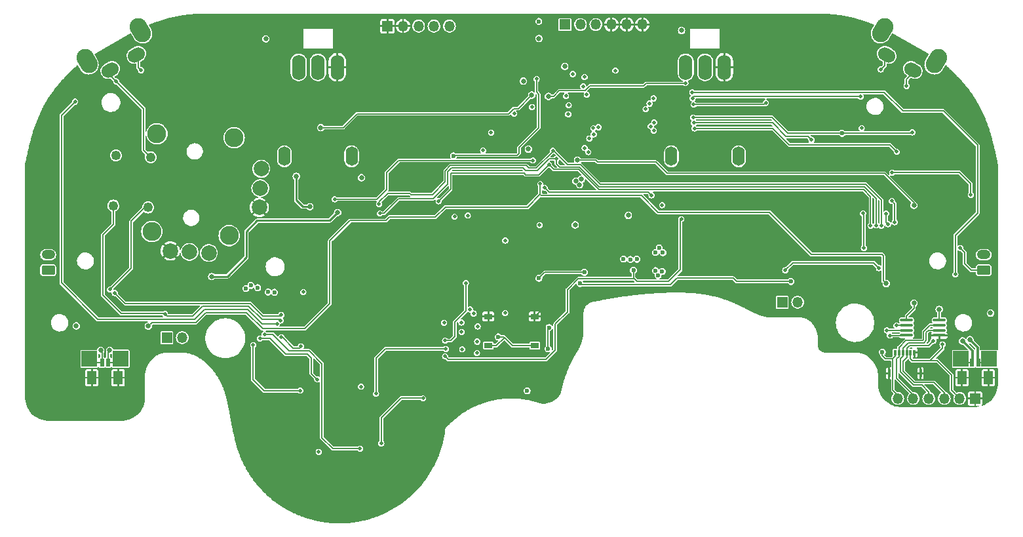
<source format=gbr>
%TF.GenerationSoftware,KiCad,Pcbnew,8.0.2*%
%TF.CreationDate,2024-10-28T19:38:45-07:00*%
%TF.ProjectId,UGC_OpenMain,5547435f-4f70-4656-9e4d-61696e2e6b69,rev?*%
%TF.SameCoordinates,Original*%
%TF.FileFunction,Copper,L4,Bot*%
%TF.FilePolarity,Positive*%
%FSLAX46Y46*%
G04 Gerber Fmt 4.6, Leading zero omitted, Abs format (unit mm)*
G04 Created by KiCad (PCBNEW 8.0.2) date 2024-10-28 19:38:45*
%MOMM*%
%LPD*%
G01*
G04 APERTURE LIST*
G04 Aperture macros list*
%AMRoundRect*
0 Rectangle with rounded corners*
0 $1 Rounding radius*
0 $2 $3 $4 $5 $6 $7 $8 $9 X,Y pos of 4 corners*
0 Add a 4 corners polygon primitive as box body*
4,1,4,$2,$3,$4,$5,$6,$7,$8,$9,$2,$3,0*
0 Add four circle primitives for the rounded corners*
1,1,$1+$1,$2,$3*
1,1,$1+$1,$4,$5*
1,1,$1+$1,$6,$7*
1,1,$1+$1,$8,$9*
0 Add four rect primitives between the rounded corners*
20,1,$1+$1,$2,$3,$4,$5,0*
20,1,$1+$1,$4,$5,$6,$7,0*
20,1,$1+$1,$6,$7,$8,$9,0*
20,1,$1+$1,$8,$9,$2,$3,0*%
%AMHorizOval*
0 Thick line with rounded ends*
0 $1 width*
0 $2 $3 position (X,Y) of the first rounded end (center of the circle)*
0 $4 $5 position (X,Y) of the second rounded end (center of the circle)*
0 Add line between two ends*
20,1,$1,$2,$3,$4,$5,0*
0 Add two circle primitives to create the rounded ends*
1,1,$1,$2,$3*
1,1,$1,$4,$5*%
G04 Aperture macros list end*
%TA.AperFunction,ComponentPad*%
%ADD10O,1.350000X1.350000*%
%TD*%
%TA.AperFunction,ComponentPad*%
%ADD11R,1.350000X1.350000*%
%TD*%
%TA.AperFunction,ComponentPad*%
%ADD12C,2.000000*%
%TD*%
%TA.AperFunction,ComponentPad*%
%ADD13C,1.250000*%
%TD*%
%TA.AperFunction,ComponentPad*%
%ADD14C,2.450000*%
%TD*%
%TA.AperFunction,ComponentPad*%
%ADD15HorizOval,1.700000X0.259808X0.150000X-0.259808X-0.150000X0*%
%TD*%
%TA.AperFunction,ComponentPad*%
%ADD16HorizOval,2.250000X-0.250000X0.433013X0.250000X-0.433013X0*%
%TD*%
%TA.AperFunction,ComponentPad*%
%ADD17HorizOval,1.700000X0.259808X-0.150000X-0.259808X0.150000X0*%
%TD*%
%TA.AperFunction,ComponentPad*%
%ADD18HorizOval,2.250000X-0.250000X-0.433013X0.250000X0.433013X0*%
%TD*%
%TA.AperFunction,SMDPad,CuDef*%
%ADD19R,1.000000X0.750000*%
%TD*%
%TA.AperFunction,ComponentPad*%
%ADD20O,1.772000X3.250000*%
%TD*%
%TA.AperFunction,SMDPad,CuDef*%
%ADD21R,2.000000X2.000000*%
%TD*%
%TA.AperFunction,SMDPad,CuDef*%
%ADD22R,1.200000X1.700000*%
%TD*%
%TA.AperFunction,SMDPad,CuDef*%
%ADD23R,0.500000X1.000000*%
%TD*%
%TA.AperFunction,ComponentPad*%
%ADD24O,1.750000X1.200000*%
%TD*%
%TA.AperFunction,ComponentPad*%
%ADD25RoundRect,0.250000X0.625000X-0.350000X0.625000X0.350000X-0.625000X0.350000X-0.625000X-0.350000X0*%
%TD*%
%TA.AperFunction,SMDPad,CuDef*%
%ADD26R,0.300000X1.000000*%
%TD*%
%TA.AperFunction,SMDPad,CuDef*%
%ADD27R,0.300000X0.700000*%
%TD*%
%TA.AperFunction,HeatsinkPad*%
%ADD28O,1.600000X2.500000*%
%TD*%
%TA.AperFunction,SMDPad,CuDef*%
%ADD29RoundRect,0.100000X0.712500X0.100000X-0.712500X0.100000X-0.712500X-0.100000X0.712500X-0.100000X0*%
%TD*%
%TA.AperFunction,ViaPad*%
%ADD30C,0.500000*%
%TD*%
%TA.AperFunction,ViaPad*%
%ADD31C,0.600000*%
%TD*%
%TA.AperFunction,ViaPad*%
%ADD32C,0.650000*%
%TD*%
%TA.AperFunction,Conductor*%
%ADD33C,0.200000*%
%TD*%
%TA.AperFunction,Conductor*%
%ADD34C,0.250000*%
%TD*%
%TA.AperFunction,Conductor*%
%ADD35C,0.150000*%
%TD*%
%TA.AperFunction,Conductor*%
%ADD36C,0.300000*%
%TD*%
G04 APERTURE END LIST*
D10*
%TO.P,J8,2,Pin_2*%
%TO.N,G*%
X255457200Y-131775200D03*
D11*
%TO.P,J8,1,Pin_1*%
%TO.N,Net-(D4A-A)*%
X253457200Y-131775200D03*
%TD*%
D12*
%TO.P,SW6,Y3,VCC*%
%TO.N,+3V3*%
X186152579Y-114543149D03*
%TO.P,SW6,Y2,Y_OUT*%
%TO.N,Net-(SW6-Y_OUT)*%
X186021739Y-117039723D03*
%TO.P,SW6,Y1,GND*%
%TO.N,GND*%
X185890899Y-119536297D03*
%TO.P,SW6,X3,VCC*%
%TO.N,+3V3*%
X179374913Y-125403317D03*
%TO.P,SW6,X2,X_OUT*%
%TO.N,Net-(SW6-X_OUT)*%
X176878339Y-125272477D03*
%TO.P,SW6,X1,GND*%
%TO.N,GND*%
X174381765Y-125141637D03*
D13*
%TO.P,SW6,S4,4*%
%TO.N,LS_BTN_IN*%
X167027480Y-119298736D03*
%TO.P,SW6,S3,3*%
X167367664Y-112807644D03*
%TO.P,SW6,S2,2*%
%TO.N,H*%
X171521313Y-119534248D03*
%TO.P,SW6,S1,1*%
X171861497Y-113043156D03*
D14*
%TO.P,SW6,*%
%TO.N,*%
X181995785Y-123162412D03*
X182657835Y-110529748D03*
X172009489Y-122639052D03*
X172671539Y-110006388D03*
%TD*%
D15*
%TO.P,SW7,2,2*%
%TO.N,Net-(D11A-A)*%
X170020963Y-99834400D03*
%TO.P,SW7,1,1*%
%TO.N,H*%
X166643465Y-101784400D03*
D16*
%TO.P,SW7,*%
%TO.N,*%
X170546316Y-96644336D03*
X163618112Y-100644336D03*
%TD*%
D17*
%TO.P,SW8,2,2*%
%TO.N,Net-(D5B-A)*%
X270323849Y-101784400D03*
%TO.P,SW8,1,1*%
%TO.N,G*%
X266946351Y-99834400D03*
D18*
%TO.P,SW8,*%
%TO.N,*%
X273349202Y-100644336D03*
X266420998Y-96644336D03*
%TD*%
D10*
%TO.P,J4,6,Pin_6*%
%TO.N,+3V3*%
X268380200Y-144195800D03*
%TO.P,J4,5,Pin_5*%
%TO.N,RX*%
X270380200Y-144195800D03*
%TO.P,J4,4,Pin_4*%
%TO.N,RY*%
X272380200Y-144195800D03*
%TO.P,J4,3,Pin_3*%
%TO.N,RS_B_OUT*%
X274380200Y-144195800D03*
%TO.P,J4,2,Pin_2*%
%TO.N,RS_B_IN*%
X276380200Y-144195800D03*
D11*
%TO.P,J4,1,Pin_1*%
%TO.N,GND*%
X278380200Y-144195800D03*
%TD*%
D10*
%TO.P,J9,2,Pin_2*%
%TO.N,H*%
X175955200Y-136347200D03*
D11*
%TO.P,J9,1,Pin_1*%
%TO.N,LS_BTN_IN*%
X173955200Y-136347200D03*
%TD*%
D19*
%TO.P,SW14,D,D*%
%TO.N,USB_BOOT*%
X215483657Y-137359400D03*
%TO.P,SW14,C,C*%
X221483657Y-137359400D03*
%TO.P,SW14,B,B*%
%TO.N,GND*%
X215483657Y-133609400D03*
%TO.P,SW14,A,A*%
X221483657Y-133609400D03*
%TD*%
D20*
%TO.P,S6,1,Pin_1*%
%TO.N,GND*%
X245983657Y-101434400D03*
%TD*%
D21*
%TO.P,TP7,1,1*%
%TO.N,LRA_L+*%
X163931600Y-139090400D03*
%TD*%
D20*
%TO.P,S4,1,Pin_1*%
%TO.N,+3V3*%
X243483657Y-101434400D03*
%TD*%
%TO.P,S3,1,Pin_1*%
%TO.N,GND*%
X195983657Y-101434400D03*
%TD*%
D22*
%TO.P,J10,S2,SHIELD*%
%TO.N,GND*%
X164263600Y-141514800D03*
%TO.P,J10,S1,SHIELD*%
X167663600Y-141514800D03*
D23*
%TO.P,J10,2,2*%
%TO.N,LRA_L+*%
X165563600Y-139564800D03*
%TO.P,J10,1,1*%
%TO.N,LRA_L-*%
X166363600Y-139564800D03*
%TD*%
D10*
%TO.P,J3,6,Pin_6*%
%TO.N,GND*%
X235378000Y-95905000D03*
%TO.P,J3,5,Pin_5*%
X233378000Y-95905000D03*
%TO.P,J3,4,Pin_4*%
X231378000Y-95905000D03*
%TO.P,J3,3,Pin_3*%
%TO.N,N_DATA*%
X229378000Y-95905000D03*
%TO.P,J3,2,Pin_2*%
%TO.N,VBUS_SYS*%
X227378000Y-95905000D03*
D11*
%TO.P,J3,1,Pin_1*%
%TO.N,+3V3_PRE*%
X225378000Y-95905000D03*
%TD*%
D21*
%TO.P,TP1,1,1*%
%TO.N,LRA_R-*%
X276555200Y-139090400D03*
%TD*%
%TO.P,TP6,1,1*%
%TO.N,LRA_L-*%
X167995600Y-139065000D03*
%TD*%
D24*
%TO.P,J7,2,Pin_2*%
%TO.N,Net-(D5C-A)*%
X279501600Y-125635000D03*
D25*
%TO.P,J7,1,Pin_1*%
%TO.N,G*%
X279501600Y-127635000D03*
%TD*%
D20*
%TO.P,S5,1,Pin_1*%
%TO.N,ZR_ANALOG*%
X240983657Y-101434400D03*
%TD*%
D26*
%TO.P,J13,MP2,MP2*%
%TO.N,GND*%
X267250800Y-140926200D03*
%TO.P,J13,MP1,MP1*%
X271330800Y-140926200D03*
D27*
%TO.P,J13,6,6*%
%TO.N,+3V3*%
X268040800Y-138276200D03*
%TO.P,J13,5,5*%
%TO.N,RX*%
X268540800Y-138276200D03*
%TO.P,J13,4,4*%
%TO.N,RY*%
X269040800Y-138276200D03*
%TO.P,J13,3,3*%
%TO.N,RS_B_OUT*%
X269540800Y-138276200D03*
%TO.P,J13,2,2*%
%TO.N,RS_B_IN*%
X270040800Y-138276200D03*
%TO.P,J13,1,1*%
%TO.N,GND*%
X270540800Y-138276200D03*
%TD*%
D28*
%TO.P,RV2,MP*%
%TO.N,N/C*%
X239133657Y-112934400D03*
X247833657Y-112934400D03*
%TD*%
D21*
%TO.P,TP2,1,1*%
%TO.N,LRA_R+*%
X280199742Y-139096669D03*
%TD*%
D22*
%TO.P,J1,S2,SHIELD*%
%TO.N,GND*%
X276684000Y-141514800D03*
%TO.P,J1,S1,SHIELD*%
X280084000Y-141514800D03*
D23*
%TO.P,J1,2,2*%
%TO.N,LRA_R-*%
X277984000Y-139564800D03*
%TO.P,J1,1,1*%
%TO.N,LRA_R+*%
X278784000Y-139564800D03*
%TD*%
D24*
%TO.P,J6,2,Pin_2*%
%TO.N,Net-(D11C-A)*%
X158623000Y-125635000D03*
D25*
%TO.P,J6,1,Pin_1*%
%TO.N,H*%
X158623000Y-127635000D03*
%TD*%
D29*
%TO.P,U7,8,VDD/VREF*%
%TO.N,+3V3*%
X269515100Y-134102200D03*
%TO.P,U7,7,CLK*%
%TO.N,SPI_CK*%
X269515100Y-134752200D03*
%TO.P,U7,6,DOUT*%
%TO.N,SPI_RX*%
X269515100Y-135402200D03*
%TO.P,U7,5,DIN*%
%TO.N,SPI_TX*%
X269515100Y-136052200D03*
%TO.P,U7,4,VSS*%
%TO.N,GND*%
X273740100Y-136052200D03*
%TO.P,U7,3,CH1*%
%TO.N,RY*%
X273740100Y-135402200D03*
%TO.P,U7,2,CH0*%
%TO.N,RX*%
X273740100Y-134752200D03*
%TO.P,U7,1,~{CS}/SHDN*%
%TO.N,RADC_CS*%
X273740100Y-134102200D03*
%TD*%
D28*
%TO.P,RV1,MP*%
%TO.N,N/C*%
X189133657Y-112934400D03*
X197833657Y-112934400D03*
%TD*%
D20*
%TO.P,S1,1,Pin_1*%
%TO.N,+3V3*%
X193483657Y-101434400D03*
%TD*%
%TO.P,S2,1,Pin_1*%
%TO.N,ZL_ANALOG*%
X190983657Y-101434400D03*
%TD*%
D10*
%TO.P,J11,5,Pin_5*%
%TO.N,VBUS_SYS*%
X210467500Y-96113000D03*
%TO.P,J11,4,Pin_4*%
%TO.N,D-*%
X208467500Y-96113000D03*
%TO.P,J11,3,Pin_3*%
%TO.N,D+*%
X206467500Y-96113000D03*
%TO.P,J11,2,Pin_2*%
%TO.N,GND*%
X204467500Y-96113000D03*
D11*
%TO.P,J11,1,Pin_1*%
X202467500Y-96113000D03*
%TD*%
D30*
%TO.N,GND*%
X206663848Y-97771189D03*
X208327562Y-101438643D03*
X207402630Y-100491689D03*
D31*
X276275800Y-130835400D03*
X228900004Y-101006650D03*
X230160474Y-97293577D03*
D30*
X256583498Y-120742670D03*
X259538908Y-107500400D03*
D31*
X161950400Y-137261600D03*
D30*
X214275000Y-110775000D03*
D31*
X278384000Y-141935200D03*
D32*
X218465400Y-100533200D03*
D30*
X258876800Y-106781600D03*
D31*
X160909000Y-137312400D03*
D30*
X208303511Y-97247229D03*
X207441800Y-119888000D03*
X223545400Y-107416600D03*
X209374996Y-102287915D03*
X213411848Y-104005371D03*
X214800000Y-110400000D03*
D32*
X250367800Y-127762000D03*
D31*
X169951400Y-139623800D03*
D30*
X210495076Y-100938645D03*
D32*
X269570200Y-129540000D03*
D30*
X273253200Y-140944600D03*
D32*
X229504526Y-118967615D03*
D30*
X210621736Y-103578918D03*
D31*
X278409400Y-141198600D03*
D30*
X223545400Y-133426200D03*
X267309600Y-137566400D03*
D31*
X160350200Y-142570200D03*
D32*
X262509000Y-129362200D03*
D31*
X169367200Y-142036800D03*
D30*
X214488914Y-105082436D03*
D32*
X272999200Y-131470400D03*
D30*
X218328641Y-112035674D03*
D31*
X159893000Y-131622800D03*
X233045000Y-109753400D03*
X223427586Y-95491502D03*
D30*
X234111800Y-123240800D03*
X259797767Y-106529682D03*
D31*
X227293218Y-98021868D03*
D30*
X228449022Y-116721319D03*
X206634485Y-99114542D03*
X215480608Y-106861495D03*
D32*
X271297400Y-143357600D03*
D31*
X178308000Y-138176000D03*
D30*
X208397259Y-98870191D03*
X222554800Y-134924800D03*
D31*
X234797600Y-104521000D03*
X231292400Y-110185200D03*
X231292400Y-104571800D03*
D32*
X273685000Y-129565400D03*
X238912400Y-127635000D03*
D30*
X215787294Y-105281620D03*
D32*
X227748754Y-118990566D03*
D30*
X214252845Y-106875087D03*
D32*
X218694000Y-98602800D03*
X238937800Y-125831600D03*
D30*
X230632000Y-119405400D03*
D32*
X269595600Y-131470400D03*
D31*
X224954658Y-98029245D03*
D30*
X222681800Y-132943600D03*
X211162219Y-101900004D03*
X213102007Y-106085730D03*
X253022161Y-106650220D03*
D32*
X250672600Y-125704600D03*
D30*
X211759364Y-104713578D03*
D32*
X263779000Y-127889000D03*
D30*
X209428224Y-99881580D03*
D31*
X169443400Y-141122400D03*
X160223200Y-141630400D03*
X160959800Y-132130800D03*
D30*
X212128222Y-102692236D03*
X222707200Y-134239000D03*
D32*
%TO.N,LX*%
X196011800Y-120192800D03*
X179755800Y-128447800D03*
%TO.N,LY*%
X190677800Y-115493800D03*
X192430400Y-119430800D03*
D30*
%TO.N,Net-(D4A-A)*%
X265961188Y-127362509D03*
X242112800Y-109321600D03*
X266877800Y-120345200D03*
X267131800Y-121691400D03*
X268249400Y-112344200D03*
X253847600Y-127635000D03*
%TO.N,+1V1*%
X227916383Y-102693561D03*
X225882200Y-106324400D03*
X221132400Y-106553000D03*
%TO.N,RUMBLE_OUT*%
X222199200Y-116484400D03*
D32*
X266885902Y-129357495D03*
X171551600Y-134848600D03*
%TO.N,VBUS_SYS*%
X233578400Y-120548400D03*
D31*
%TO.N,BTN_PWR*%
X223215200Y-137769600D03*
X223343093Y-135037482D03*
D30*
X236575600Y-117957600D03*
X222783400Y-116992400D03*
D31*
%TO.N,N_DATA*%
X221996000Y-95504000D03*
D30*
%TO.N,USB_BOOT*%
X214807800Y-112166400D03*
X211124800Y-120726200D03*
D31*
X216749479Y-136231524D03*
D30*
%TO.N,RGB_OUT*%
X221716600Y-102946200D03*
D31*
X210982670Y-112875903D03*
D30*
%TO.N,LADC_CS*%
X221259400Y-113461800D03*
X195630800Y-118465600D03*
%TO.N,SPI_TX*%
X265607800Y-121843800D03*
X201472800Y-120294400D03*
X224282000Y-113258600D03*
X267360400Y-136067800D03*
%TO.N,SPI_RX*%
X266979400Y-135407400D03*
X209067400Y-118719600D03*
X223314292Y-114001645D03*
X264871200Y-121869200D03*
%TO.N,SPI_CK*%
X223824800Y-112191800D03*
X266268200Y-121869200D03*
X268224000Y-134772400D03*
X201366000Y-119105800D03*
D32*
%TO.N,RADC_CS*%
X227004875Y-113428678D03*
X270484600Y-119253000D03*
X273735800Y-132689600D03*
%TO.N,ZL_ANALOG*%
X221081600Y-105029000D03*
X193827400Y-109220000D03*
%TO.N,ZR_ANALOG*%
X223251940Y-105184618D03*
D30*
X240935134Y-103462233D03*
D31*
%TO.N,E*%
X187867610Y-130476935D03*
D30*
X212115400Y-137845800D03*
X236321600Y-106121200D03*
X229055724Y-109296201D03*
%TO.N,D*%
X229717600Y-109169200D03*
X235813600Y-106832400D03*
D31*
X187045600Y-130454400D03*
D30*
X214045800Y-136855200D03*
%TO.N,C*%
X228200164Y-104966757D03*
X212039200Y-135610600D03*
D31*
X185674000Y-129895600D03*
D30*
X236920856Y-108544138D03*
%TO.N,Net-(D5B-A)*%
X269519400Y-103835200D03*
X241884200Y-105435400D03*
X263601200Y-105232200D03*
%TO.N,A*%
X226415600Y-102311200D03*
X236853904Y-109619539D03*
X212013800Y-134391400D03*
D31*
X184150000Y-129997200D03*
%TO.N,B*%
X184810400Y-129590800D03*
D30*
X236474058Y-109051928D03*
X214096600Y-134899400D03*
X227736400Y-103886000D03*
D32*
%TO.N,+3V3*%
X227279200Y-116611400D03*
X226796600Y-116128800D03*
D30*
X215846705Y-109870895D03*
D32*
X220658568Y-111998972D03*
D31*
X237566200Y-124739400D03*
X266369800Y-138201400D03*
D32*
X227500000Y-115900000D03*
D31*
X238031090Y-125368176D03*
D32*
X186740800Y-97764600D03*
D30*
X231902000Y-101854000D03*
D32*
X280365200Y-133172200D03*
D31*
X237413800Y-128295400D03*
X237083600Y-127685800D03*
D32*
X240446692Y-96679849D03*
D31*
X220497400Y-143205200D03*
D30*
X225806000Y-107492800D03*
D31*
X237947200Y-127787400D03*
D32*
X220005282Y-103213573D03*
X162255200Y-134823200D03*
X199097900Y-115684300D03*
D31*
X237083600Y-125349000D03*
D32*
X222021400Y-97713800D03*
X225365418Y-101320483D03*
X270484600Y-131902200D03*
D30*
X225524630Y-105140091D03*
X218821000Y-107416600D03*
D32*
X226718285Y-121785989D03*
D30*
%TO.N,F*%
X191592200Y-130454400D03*
X214020400Y-138328400D03*
X236837529Y-105442522D03*
X229108000Y-110083600D03*
%TO.N,RS_B_OUT*%
X272973800Y-136753600D03*
%TO.N,Net-(D5C-A)*%
X241833400Y-104673400D03*
X275818600Y-128168400D03*
%TO.N,Net-(D8C-A)*%
X191287400Y-137464800D03*
X188753270Y-136277422D03*
%TO.N,Net-(D8B-A)*%
X186563000Y-135915400D03*
X198907400Y-150672800D03*
%TO.N,Net-(D8A-A)*%
X185978800Y-136448800D03*
X193395600Y-141732000D03*
%TO.N,RS_B_IN*%
X274167600Y-137210800D03*
%TO.N,Net-(D11A-A)*%
X188171967Y-134603702D03*
X162102800Y-105867200D03*
X170611800Y-101803200D03*
%TO.N,Net-(D11C-A)*%
X188724384Y-133414380D03*
X167233600Y-130581400D03*
%TO.N,Net-(D12C-A)*%
X209770157Y-134423074D03*
X217652600Y-133172200D03*
%TO.N,Net-(D12A-A)*%
X213588600Y-133223000D03*
X217678000Y-123799600D03*
%TO.N,Net-(D12B-A)*%
X213131400Y-132689600D03*
X212826600Y-120573800D03*
%TO.N,Net-(D13A-A)*%
X212572600Y-129311400D03*
X209905600Y-136728200D03*
%TO.N,Net-(D13B-A)*%
X209981800Y-137795000D03*
X200990200Y-143586200D03*
%TO.N,H*%
X191185800Y-143179800D03*
X227931351Y-111850544D03*
X193573400Y-151104600D03*
X167411400Y-103251000D03*
X199034400Y-142671800D03*
X185115200Y-137287000D03*
X166598600Y-130124200D03*
%TO.N,G*%
X263728200Y-109296200D03*
X267614400Y-118694200D03*
X267995400Y-121437400D03*
D31*
X227330000Y-129362200D03*
D30*
X276453600Y-124764800D03*
X264007600Y-124764800D03*
X277825200Y-117906800D03*
X267665200Y-115036600D03*
X228535538Y-110624007D03*
X263906000Y-120294400D03*
X266179300Y-101714300D03*
D31*
X254584200Y-129082800D03*
D30*
%TO.N,I*%
X207060800Y-144170400D03*
X228396800Y-112369600D03*
X222118121Y-121793838D03*
D31*
X227914200Y-127914400D03*
D30*
X201650600Y-149987000D03*
D31*
X222021400Y-128676400D03*
D30*
X237947200Y-119227600D03*
%TO.N,LS_BTN_IN*%
X173707459Y-133281524D03*
X188672392Y-134129273D03*
D32*
%TO.N,LRA_L+*%
X165410263Y-137988533D03*
%TO.N,LRA_R+*%
X277698200Y-136601200D03*
%TO.N,LRA_R-*%
X276758400Y-136779000D03*
%TO.N,LRA_L-*%
X166568997Y-137996991D03*
D30*
%TO.N,X2*%
X257225800Y-110794800D03*
X242036600Y-108610400D03*
D31*
X234688113Y-126218996D03*
%TO.N,X3*%
X261188200Y-109956600D03*
D30*
X241935000Y-107924600D03*
D31*
X233832400Y-126238000D03*
D30*
X270256000Y-109829600D03*
%TO.N,X4*%
X242011200Y-106248200D03*
X251333000Y-106019600D03*
D31*
X232956100Y-126174500D03*
D30*
%TO.N,X5*%
X240411000Y-121031000D03*
D31*
X234238800Y-127660400D03*
D30*
X209905600Y-138760200D03*
%TD*%
D33*
%TO.N,GND*%
X221483657Y-133609400D02*
X223362200Y-133609400D01*
X223362200Y-133609400D02*
X223545400Y-133426200D01*
X222149457Y-132943600D02*
X221483657Y-133609400D01*
X222681800Y-132943600D02*
X222149457Y-132943600D01*
D34*
%TO.N,LX*%
X196011800Y-120192800D02*
X194970400Y-121234200D01*
X185623200Y-121234200D02*
X184251600Y-122605800D01*
X181737000Y-128447800D02*
X179755800Y-128447800D01*
X184251600Y-125933200D02*
X181737000Y-128447800D01*
X184251600Y-122605800D02*
X184251600Y-125933200D01*
X194970400Y-121234200D02*
X185623200Y-121234200D01*
%TO.N,LY*%
X191541400Y-119430800D02*
X192430400Y-119430800D01*
X190677800Y-118567200D02*
X191541400Y-119430800D01*
X190677800Y-115493800D02*
X190677800Y-118567200D01*
D33*
%TO.N,Net-(D4A-A)*%
X266877800Y-121437400D02*
X267131800Y-121691400D01*
X252247400Y-109321600D02*
X254355600Y-111429800D01*
X254355600Y-111429800D02*
X267335000Y-111429800D01*
X265268479Y-126669800D02*
X254812800Y-126669800D01*
X242112800Y-109321600D02*
X252247400Y-109321600D01*
X265961188Y-127362509D02*
X265268479Y-126669800D01*
X266877800Y-120345200D02*
X266877800Y-121437400D01*
X267335000Y-111429800D02*
X268249400Y-112344200D01*
X254812800Y-126669800D02*
X253847600Y-127635000D01*
D35*
%TO.N,RX*%
X270380200Y-143710400D02*
X270380200Y-144195800D01*
X271729200Y-135559800D02*
X271729200Y-136608736D01*
X270740173Y-143835827D02*
X270380200Y-144195800D01*
X268240173Y-139074227D02*
X268240173Y-141570373D01*
X271729200Y-136608736D02*
X271630336Y-136707600D01*
X271630336Y-136707600D02*
X269438400Y-136707600D01*
X269438400Y-136707600D02*
X268540800Y-137605200D01*
X272536800Y-134752200D02*
X271729200Y-135559800D01*
X268540800Y-138276200D02*
X268540800Y-138773600D01*
X268540800Y-138773600D02*
X268240173Y-139074227D01*
X268240173Y-141570373D02*
X270380200Y-143710400D01*
X273740100Y-134752200D02*
X272536800Y-134752200D01*
X268540800Y-137605200D02*
X268540800Y-138276200D01*
%TO.N,RY*%
X271754600Y-137007600D02*
X272034000Y-136728200D01*
X269040800Y-138276200D02*
X269040800Y-137740200D01*
X272344000Y-135402200D02*
X273740100Y-135402200D01*
X269040800Y-138276200D02*
X269040800Y-138756200D01*
X271500600Y-142468600D02*
X272380200Y-143348200D01*
X269773400Y-137007600D02*
X271754600Y-137007600D01*
X269040800Y-138756200D02*
X268740173Y-139056827D01*
X272380200Y-143348200D02*
X272380200Y-144195800D01*
X272034000Y-136728200D02*
X272034000Y-135712200D01*
X269040800Y-137740200D02*
X269773400Y-137007600D01*
X268740173Y-139056827D02*
X268740173Y-140774973D01*
X268740173Y-140774973D02*
X270433800Y-142468600D01*
X272034000Y-135712200D02*
X272344000Y-135402200D01*
X270433800Y-142468600D02*
X271500600Y-142468600D01*
%TO.N,RUMBLE_OUT*%
X222199200Y-116484400D02*
X222148400Y-116535200D01*
D33*
X251764800Y-120142000D02*
X257251200Y-125628400D01*
X172034200Y-134366000D02*
X171551600Y-134848600D01*
X178943000Y-133121400D02*
X177698400Y-134366000D01*
X202234800Y-121234200D02*
X197612000Y-121234200D01*
X194995800Y-123850400D02*
X194995800Y-131978400D01*
X237413800Y-120142000D02*
X251764800Y-120142000D01*
X197612000Y-121234200D02*
X194995800Y-123850400D01*
X266514697Y-125798697D02*
X266514697Y-128986290D01*
X209931000Y-119481600D02*
X208635600Y-120777000D01*
X186309000Y-135178800D02*
X184251600Y-133121400D01*
X184251600Y-133121400D02*
X178943000Y-133121400D01*
X222199200Y-117830600D02*
X220548200Y-119481600D01*
X191795400Y-135178800D02*
X186309000Y-135178800D01*
X266514697Y-128986290D02*
X266885902Y-129357495D01*
X266344400Y-125628400D02*
X266514697Y-125798697D01*
X222173800Y-117856000D02*
X222335383Y-118017583D01*
X235289383Y-118017583D02*
X237413800Y-120142000D01*
X222335383Y-118017583D02*
X235289383Y-118017583D01*
X222199200Y-116484400D02*
X222199200Y-117830600D01*
X177698400Y-134366000D02*
X172034200Y-134366000D01*
X208635600Y-120777000D02*
X202692000Y-120777000D01*
X257251200Y-125628400D02*
X266344400Y-125628400D01*
X220548200Y-119481600D02*
X209931000Y-119481600D01*
X194995800Y-131978400D02*
X191795400Y-135178800D01*
X202692000Y-120777000D02*
X202234800Y-121234200D01*
D35*
%TO.N,BTN_PWR*%
X236575600Y-117957600D02*
X236168000Y-117550000D01*
X223341000Y-117550000D02*
X222783400Y-116992400D01*
D33*
X223215200Y-135165375D02*
X223215200Y-137769600D01*
D35*
X236168000Y-117550000D02*
X223341000Y-117550000D01*
D33*
X223343093Y-135037482D02*
X223215200Y-135165375D01*
%TO.N,USB_BOOT*%
X218588600Y-137359400D02*
X217551000Y-136321800D01*
X221483657Y-137359400D02*
X218588600Y-137359400D01*
X215483657Y-137359400D02*
X216513400Y-137359400D01*
X216513400Y-137359400D02*
X217551000Y-136321800D01*
X217460724Y-136231524D02*
X216749479Y-136231524D01*
X217551000Y-136321800D02*
X217460724Y-136231524D01*
D35*
%TO.N,RGB_OUT*%
X221996000Y-109220000D02*
X221996000Y-104902000D01*
X219456000Y-111760000D02*
X221996000Y-109220000D01*
X219202000Y-112776000D02*
X219456000Y-112522000D01*
X210982670Y-112875903D02*
X211082573Y-112776000D01*
X221716600Y-104622600D02*
X221716600Y-102946200D01*
X221996000Y-104902000D02*
X221716600Y-104622600D01*
X219456000Y-112522000D02*
X219456000Y-111760000D01*
X211082573Y-112776000D02*
X219202000Y-112776000D01*
%TO.N,LADC_CS*%
X221259400Y-113461800D02*
X203911200Y-113461800D01*
X202361800Y-117221000D02*
X201117200Y-118465600D01*
X201117200Y-118465600D02*
X195630800Y-118465600D01*
X203911200Y-113461800D02*
X202361800Y-115011200D01*
X202361800Y-115011200D02*
X202361800Y-117221000D01*
%TO.N,SPI_TX*%
X265607800Y-121843800D02*
X265607800Y-118389400D01*
X208356200Y-118414800D02*
X210261200Y-116509800D01*
X264083800Y-116865400D02*
X229819200Y-116865400D01*
X224682213Y-114319213D02*
X224282000Y-113919000D01*
X202031600Y-120294400D02*
X203911200Y-118414800D01*
X210261200Y-114960400D02*
X210769200Y-114452400D01*
X203911200Y-118414800D02*
X208356200Y-118414800D01*
X210261200Y-116509800D02*
X210261200Y-114960400D01*
X220307225Y-114782600D02*
X221818200Y-114782600D01*
X221818200Y-114782600D02*
X223342200Y-113258600D01*
X269499500Y-136067800D02*
X269515100Y-136052200D01*
X227273013Y-114319213D02*
X224682213Y-114319213D01*
X219977025Y-114452400D02*
X220307225Y-114782600D01*
X224282000Y-113919000D02*
X224282000Y-113258600D01*
X223342200Y-113258600D02*
X224282000Y-113258600D01*
X267360400Y-136067800D02*
X269499500Y-136067800D01*
X265607800Y-118389400D02*
X264083800Y-116865400D01*
X210769200Y-114452400D02*
X219977025Y-114452400D01*
X201472800Y-120294400D02*
X202031600Y-120294400D01*
X229819200Y-116865400D02*
X227273013Y-114319213D01*
%TO.N,SPI_RX*%
X266979400Y-135407400D02*
X269509900Y-135407400D01*
X209067400Y-118719600D02*
X210616800Y-117170200D01*
X210629174Y-115087400D02*
X220091000Y-115087400D01*
X229768400Y-117246400D02*
X263982200Y-117246400D01*
X210616800Y-115099774D02*
X210629174Y-115087400D01*
X269509900Y-135407400D02*
X269515100Y-135402200D01*
X223314292Y-114001645D02*
X223942847Y-114630200D01*
X263982200Y-117246400D02*
X264871200Y-118135400D01*
X220339400Y-115335800D02*
X221980137Y-115335800D01*
X221980137Y-115335800D02*
X223314292Y-114001645D01*
X223942847Y-114630200D02*
X227152200Y-114630200D01*
X220091000Y-115087400D02*
X220339400Y-115335800D01*
X210616800Y-117170200D02*
X210616800Y-115099774D01*
X227152200Y-114630200D02*
X229768400Y-117246400D01*
X264871200Y-118135400D02*
X264871200Y-121869200D01*
%TO.N,SPI_CK*%
X209905600Y-114808000D02*
X210591400Y-114122200D01*
X225704400Y-113995200D02*
X223901000Y-112191800D01*
X205511400Y-117856000D02*
X208254600Y-117856000D01*
X223901000Y-112191800D02*
X223824800Y-112191800D01*
X220370400Y-114122200D02*
X220700600Y-114452400D01*
X266268200Y-118567200D02*
X264210800Y-116509800D01*
X264210800Y-116509800D02*
X229920800Y-116509800D01*
X220700600Y-114452400D02*
X221691200Y-114452400D01*
X201366000Y-119105800D02*
X201366000Y-118851800D01*
X269515100Y-134752200D02*
X268244200Y-134752200D01*
X266268200Y-121869200D02*
X266268200Y-118567200D01*
X208254600Y-117856000D02*
X209905600Y-116205000D01*
X209905600Y-116205000D02*
X209905600Y-114808000D01*
X201366000Y-118851800D02*
X202488800Y-117729000D01*
X202488800Y-117729000D02*
X205384400Y-117729000D01*
X205384400Y-117729000D02*
X205511400Y-117856000D01*
X223824800Y-112318800D02*
X223824800Y-112191800D01*
X229920800Y-116509800D02*
X227406200Y-113995200D01*
X210591400Y-114122200D02*
X220370400Y-114122200D01*
X221691200Y-114452400D02*
X223824800Y-112318800D01*
X268244200Y-134752200D02*
X268224000Y-134772400D01*
X227406200Y-113995200D02*
X225704400Y-113995200D01*
%TO.N,RADC_CS*%
X237134400Y-113665000D02*
X238582200Y-115112800D01*
X227004875Y-113428678D02*
X229354278Y-113428678D01*
X229354278Y-113428678D02*
X229590600Y-113665000D01*
X273735800Y-132689600D02*
X273735800Y-134097900D01*
X273735800Y-134097900D02*
X273740100Y-134102200D01*
X270484600Y-118922800D02*
X270484600Y-119253000D01*
X229590600Y-113665000D02*
X237134400Y-113665000D01*
X238582200Y-115112800D02*
X266674600Y-115112800D01*
X266674600Y-115112800D02*
X270484600Y-118922800D01*
%TO.N,ZL_ANALOG*%
X218082171Y-107442000D02*
X198501000Y-107442000D01*
X196723000Y-109220000D02*
X193827400Y-109220000D01*
X198501000Y-107442000D02*
X196723000Y-109220000D01*
X218754269Y-106769902D02*
X218082171Y-107442000D01*
X219340698Y-106769902D02*
X218754269Y-106769902D01*
X221081600Y-105029000D02*
X219340698Y-106769902D01*
%TO.N,ZR_ANALOG*%
X227965000Y-104470200D02*
X228600000Y-103835200D01*
X235559600Y-103835200D02*
X235864400Y-103530400D01*
X224629800Y-104470200D02*
X227965000Y-104470200D01*
X240866967Y-103530400D02*
X240935134Y-103462233D01*
X228600000Y-103835200D02*
X235559600Y-103835200D01*
X223251940Y-105184618D02*
X223915382Y-105184618D01*
X235864400Y-103530400D02*
X240866967Y-103530400D01*
X223915382Y-105184618D02*
X224629800Y-104470200D01*
D33*
%TO.N,Net-(D5B-A)*%
X269519400Y-102998657D02*
X270583657Y-101934400D01*
X263474200Y-105105200D02*
X263601200Y-105232200D01*
X241884200Y-105435400D02*
X242087400Y-105232200D01*
X269519400Y-103835200D02*
X269519400Y-102998657D01*
X242087400Y-105232200D02*
X263601200Y-105232200D01*
D35*
%TO.N,+3V3*%
X270484600Y-131902200D02*
X270484600Y-132562600D01*
X267740173Y-139090400D02*
X267740173Y-143127773D01*
X267740173Y-139040827D02*
X267740173Y-139090400D01*
X268380200Y-143767800D02*
X268380200Y-144195800D01*
X266801600Y-139090400D02*
X267740173Y-139090400D01*
X268040800Y-138276200D02*
X268040800Y-138740200D01*
X267740173Y-143127773D02*
X268380200Y-143767800D01*
X266369800Y-138658600D02*
X266801600Y-139090400D01*
X266369800Y-138201400D02*
X266369800Y-138658600D01*
X268040800Y-138740200D02*
X267740173Y-139040827D01*
X270484600Y-132562600D02*
X269515100Y-133532100D01*
X269515100Y-133532100D02*
X269515100Y-134102200D01*
%TO.N,RS_B_OUT*%
X274380200Y-144195800D02*
X274380200Y-143443200D01*
D33*
X272973800Y-136753600D02*
X272389600Y-137337800D01*
D35*
X269540800Y-138916600D02*
X269540800Y-138276200D01*
X269087600Y-139369800D02*
X269540800Y-138916600D01*
X269087600Y-140690600D02*
X269087600Y-139369800D01*
X274380200Y-143443200D02*
X273075400Y-142138400D01*
D33*
X272389600Y-137337800D02*
X269925800Y-137337800D01*
D35*
X274380200Y-144195800D02*
X274091400Y-144195800D01*
D33*
X269540800Y-137722800D02*
X269540800Y-138276200D01*
X269925800Y-137337800D02*
X269540800Y-137722800D01*
D35*
X270535400Y-142138400D02*
X269087600Y-140690600D01*
X273075400Y-142138400D02*
X270535400Y-142138400D01*
D33*
%TO.N,Net-(D5C-A)*%
X274294600Y-107086400D02*
X278688800Y-111480600D01*
X278688800Y-120269000D02*
X275818600Y-123139200D01*
X241833400Y-104673400D02*
X266649200Y-104673400D01*
X266649200Y-104673400D02*
X269062200Y-107086400D01*
X269062200Y-107086400D02*
X274294600Y-107086400D01*
X275818600Y-123139200D02*
X275818600Y-128168400D01*
X278688800Y-111480600D02*
X278688800Y-120269000D01*
%TO.N,Net-(D8C-A)*%
X191084200Y-137668000D02*
X191287400Y-137464800D01*
X190246000Y-137668000D02*
X191084200Y-137668000D01*
X188855422Y-136277422D02*
X190246000Y-137668000D01*
X188753270Y-136277422D02*
X188855422Y-136277422D01*
%TO.N,Net-(D8B-A)*%
X195376800Y-150672800D02*
X198907400Y-150672800D01*
X193979800Y-139700000D02*
X193979800Y-149275800D01*
X193979800Y-149275800D02*
X195376800Y-150672800D01*
X189738000Y-138049000D02*
X192328800Y-138049000D01*
X187604400Y-135915400D02*
X189738000Y-138049000D01*
X186563000Y-135915400D02*
X187604400Y-135915400D01*
X192328800Y-138049000D02*
X193979800Y-139700000D01*
%TO.N,Net-(D8A-A)*%
X187274200Y-136448800D02*
X189280800Y-138455400D01*
X189280800Y-138455400D02*
X192125600Y-138455400D01*
X192633600Y-140970000D02*
X193395600Y-141732000D01*
X192125600Y-138455400D02*
X192633600Y-138963400D01*
X192633600Y-138963400D02*
X192633600Y-140970000D01*
X185978800Y-136448800D02*
X187274200Y-136448800D01*
D35*
%TO.N,RS_B_IN*%
X273507200Y-139319000D02*
X272567400Y-139319000D01*
X275336000Y-141147800D02*
X273507200Y-139319000D01*
D33*
X270040800Y-139078400D02*
X270040800Y-138276200D01*
X274167600Y-137718800D02*
X272567400Y-139319000D01*
X274167600Y-137210800D02*
X274167600Y-137718800D01*
D35*
X275336000Y-143151600D02*
X275336000Y-141147800D01*
X276380200Y-144195800D02*
X275336000Y-143151600D01*
D33*
X272567400Y-139319000D02*
X270281400Y-139319000D01*
X270281400Y-139319000D02*
X270040800Y-139078400D01*
%TO.N,Net-(D11A-A)*%
X160324800Y-107645200D02*
X162102800Y-105867200D01*
X184378600Y-132715000D02*
X178790600Y-132715000D01*
X188171967Y-134603702D02*
X186267302Y-134603702D01*
X165049200Y-133985000D02*
X160324800Y-129260600D01*
X178790600Y-132715000D02*
X177520600Y-133985000D01*
X170280771Y-99684400D02*
X170280771Y-101472171D01*
X160324800Y-129260600D02*
X160324800Y-107645200D01*
X177520600Y-133985000D02*
X165049200Y-133985000D01*
X186267302Y-134603702D02*
X184378600Y-132715000D01*
X170280771Y-101472171D02*
X170611800Y-101803200D01*
%TO.N,Net-(D11C-A)*%
X168579800Y-131927600D02*
X167233600Y-130581400D01*
X188724384Y-133414380D02*
X188560164Y-133578600D01*
X188560164Y-133578600D02*
X186359800Y-133578600D01*
X186359800Y-133578600D02*
X184708800Y-131927600D01*
X184708800Y-131927600D02*
X168579800Y-131927600D01*
%TO.N,Net-(D13A-A)*%
X212572600Y-132892800D02*
X212572600Y-129311400D01*
X211175600Y-136169400D02*
X211175600Y-134289800D01*
X210616800Y-136728200D02*
X211175600Y-136169400D01*
X211175600Y-134289800D02*
X212572600Y-132892800D01*
X209905600Y-136728200D02*
X210616800Y-136728200D01*
%TO.N,Net-(D13B-A)*%
X202184000Y-137795000D02*
X200990200Y-138988800D01*
X209981800Y-137795000D02*
X202184000Y-137795000D01*
X200990200Y-138988800D02*
X200990200Y-143586200D01*
%TO.N,H*%
X170942000Y-112123659D02*
X171861497Y-113043156D01*
X186512200Y-143179800D02*
X191185800Y-143179800D01*
X185115200Y-137287000D02*
X185115200Y-141782800D01*
X170942000Y-106781600D02*
X170942000Y-112123659D01*
X166383657Y-102223257D02*
X167411400Y-103251000D01*
X185115200Y-141782800D02*
X186512200Y-143179800D01*
X166383657Y-101934400D02*
X166383657Y-102223257D01*
X171143352Y-119534248D02*
X171521313Y-119534248D01*
X169367200Y-121310400D02*
X171143352Y-119534248D01*
X167411400Y-103251000D02*
X170942000Y-106781600D01*
X169367200Y-127355600D02*
X169367200Y-121310400D01*
X166598600Y-130124200D02*
X169367200Y-127355600D01*
%TO.N,G*%
X264007600Y-124764800D02*
X264007600Y-120396000D01*
X277876000Y-127635000D02*
X279501600Y-127635000D01*
X239852200Y-128651000D02*
X247116600Y-128651000D01*
X267995400Y-121437400D02*
X267995400Y-119075200D01*
X277825200Y-116484400D02*
X277825200Y-117906800D01*
X277063200Y-126822200D02*
X277876000Y-127635000D01*
X227431600Y-129463800D02*
X239039400Y-129463800D01*
X239039400Y-129463800D02*
X239852200Y-128651000D01*
X247548400Y-129082800D02*
X254584200Y-129082800D01*
X266686543Y-99684400D02*
X266686543Y-101207057D01*
X267995400Y-119075200D02*
X267614400Y-118694200D01*
X276453600Y-124764800D02*
X277063200Y-125374400D01*
X264007600Y-120396000D02*
X263906000Y-120294400D01*
X247116600Y-128651000D02*
X247548400Y-129082800D01*
X227330000Y-129362200D02*
X227431600Y-129463800D01*
X277063200Y-125374400D02*
X277063200Y-126822200D01*
X266686543Y-101207057D02*
X266179300Y-101714300D01*
X267665200Y-115036600D02*
X276377400Y-115036600D01*
X276377400Y-115036600D02*
X277825200Y-116484400D01*
D35*
%TO.N,I*%
X222783400Y-127914400D02*
X222021400Y-128676400D01*
D33*
X207060800Y-144170400D02*
X204190600Y-144170400D01*
X204190600Y-144170400D02*
X201650600Y-146710400D01*
X201650600Y-146710400D02*
X201650600Y-149987000D01*
D35*
X227914200Y-127914400D02*
X222783400Y-127914400D01*
D33*
%TO.N,LS_BTN_IN*%
X165658800Y-130835400D02*
X165658800Y-123088400D01*
X184505600Y-132283200D02*
X186232800Y-134010400D01*
X178587400Y-132283200D02*
X184505600Y-132283200D01*
X177317400Y-133553200D02*
X178587400Y-132283200D01*
X167027480Y-121719720D02*
X167027480Y-119298736D01*
X186232800Y-134010400D02*
X188553519Y-134010400D01*
X173707459Y-133281524D02*
X173623535Y-133197600D01*
X168021000Y-133197600D02*
X165658800Y-130835400D01*
X173979135Y-133553200D02*
X177317400Y-133553200D01*
X188553519Y-134010400D02*
X188672392Y-134129273D01*
X165658800Y-123088400D02*
X167027480Y-121719720D01*
X173707459Y-133281524D02*
X173979135Y-133553200D01*
X173623535Y-133197600D02*
X168021000Y-133197600D01*
%TO.N,LRA_L+*%
X165563600Y-138141870D02*
X165563600Y-139564800D01*
D35*
X164406000Y-139564800D02*
X163931600Y-139090400D01*
X165563600Y-139564800D02*
X164406000Y-139564800D01*
D33*
X165410263Y-137988533D02*
X165563600Y-138141870D01*
%TO.N,LRA_R+*%
X278784000Y-139564800D02*
X279731611Y-139564800D01*
X278688800Y-139469600D02*
X278784000Y-139564800D01*
D36*
X277698200Y-136601200D02*
X278687814Y-137590814D01*
X278687814Y-137590814D02*
X278687814Y-139468614D01*
X278687814Y-139468614D02*
X278784000Y-139564800D01*
D35*
X279731611Y-139564800D02*
X280199742Y-139096669D01*
D36*
%TO.N,LRA_R-*%
X278072501Y-139476299D02*
X277984000Y-139564800D01*
X276758400Y-136779000D02*
X276783800Y-136779000D01*
X276783800Y-136779000D02*
X278072501Y-138067701D01*
D33*
X277876000Y-139456800D02*
X277984000Y-139564800D01*
X277984000Y-139564800D02*
X277029600Y-139564800D01*
D35*
X277029600Y-139564800D02*
X276555200Y-139090400D01*
D36*
X278072501Y-138067701D02*
X278072501Y-139476299D01*
D35*
%TO.N,LRA_L-*%
X167495800Y-139564800D02*
X167995600Y-139065000D01*
D33*
X166363600Y-139564800D02*
X166363600Y-138202388D01*
D35*
X166363600Y-139564800D02*
X167495800Y-139564800D01*
D33*
X166363600Y-138202388D02*
X166568997Y-137996991D01*
%TO.N,X2*%
X252190400Y-108610400D02*
X253943000Y-110363000D01*
X253943000Y-110363000D02*
X256794000Y-110363000D01*
X256794000Y-110363000D02*
X257225800Y-110794800D01*
X242036600Y-108610400D02*
X252190400Y-108610400D01*
%TO.N,X3*%
X270129000Y-109956600D02*
X270256000Y-109829600D01*
X254203200Y-109956600D02*
X261188200Y-109956600D01*
X261188200Y-109956600D02*
X270129000Y-109956600D01*
X241935000Y-107924600D02*
X252171200Y-107924600D01*
X252171200Y-107924600D02*
X254203200Y-109956600D01*
%TO.N,X4*%
X251104400Y-106248200D02*
X251333000Y-106019600D01*
X242011200Y-106248200D02*
X251104400Y-106248200D01*
%TO.N,X5*%
X234670600Y-129082800D02*
X234340400Y-128752600D01*
X225691700Y-133045200D02*
X224129600Y-134607300D01*
X227101400Y-128752600D02*
X225691700Y-130162300D01*
X234670600Y-129082800D02*
X238785400Y-129082800D01*
X222961200Y-139141200D02*
X210286600Y-139141200D01*
X234340400Y-128752600D02*
X227101400Y-128752600D01*
X210286600Y-139141200D02*
X209905600Y-138760200D01*
X240284000Y-127584200D02*
X240284000Y-121158000D01*
D35*
X234238800Y-128651000D02*
X234238800Y-127660400D01*
X234670600Y-129082800D02*
X234238800Y-128651000D01*
D33*
X238785400Y-129082800D02*
X240284000Y-127584200D01*
X224129600Y-137972800D02*
X222961200Y-139141200D01*
X224129600Y-134607300D02*
X224129600Y-137972800D01*
X225691700Y-130162300D02*
X225691700Y-133045200D01*
X240284000Y-121158000D02*
X240411000Y-121031000D01*
%TD*%
%TA.AperFunction,Conductor*%
%TO.N,GND*%
G36*
X258375436Y-94499550D02*
G01*
X258378218Y-94499618D01*
X259244747Y-94537347D01*
X259247879Y-94537552D01*
X260111774Y-94612924D01*
X260114908Y-94613267D01*
X260974644Y-94726139D01*
X260977814Y-94726625D01*
X261831852Y-94876793D01*
X261834974Y-94877413D01*
X262681631Y-95064581D01*
X262684747Y-95065341D01*
X263522475Y-95289166D01*
X263525524Y-95290052D01*
X264352773Y-95550121D01*
X264355781Y-95551140D01*
X265170885Y-95846931D01*
X265173821Y-95848069D01*
X265284763Y-95893883D01*
X265324851Y-95933886D01*
X265324913Y-95990523D01*
X265320601Y-95999278D01*
X265016191Y-96526531D01*
X264944243Y-96713962D01*
X264902500Y-96910345D01*
X264901025Y-96938500D01*
X264894613Y-97060857D01*
X264891993Y-97110844D01*
X264912978Y-97310506D01*
X264964941Y-97504439D01*
X264997898Y-97578460D01*
X265046601Y-97687847D01*
X265155947Y-97856225D01*
X265290287Y-98005425D01*
X265446313Y-98131773D01*
X265620183Y-98232157D01*
X265807616Y-98304105D01*
X266003997Y-98345847D01*
X266204491Y-98356354D01*
X266404158Y-98335368D01*
X266598086Y-98283406D01*
X266781496Y-98201746D01*
X266949874Y-98092400D01*
X267099074Y-97958060D01*
X267225422Y-97802034D01*
X267637558Y-97088192D01*
X267682489Y-97053716D01*
X267738203Y-97060857D01*
X267916769Y-97162330D01*
X267917055Y-97162493D01*
X272333702Y-99704021D01*
X272368244Y-99748904D01*
X272360932Y-99805067D01*
X272360879Y-99805159D01*
X271944395Y-100526531D01*
X271872447Y-100713962D01*
X271830704Y-100910345D01*
X271830704Y-100910347D01*
X271830704Y-100910348D01*
X271820593Y-101103296D01*
X271820197Y-101110844D01*
X271841182Y-101310506D01*
X271893145Y-101504439D01*
X271965696Y-101667389D01*
X271974805Y-101687847D01*
X272084151Y-101856225D01*
X272218491Y-102005425D01*
X272374517Y-102131773D01*
X272548387Y-102232157D01*
X272735820Y-102304105D01*
X272932201Y-102345847D01*
X273132695Y-102356354D01*
X273332362Y-102335368D01*
X273526290Y-102283406D01*
X273709700Y-102201746D01*
X273878078Y-102092400D01*
X274027278Y-101958060D01*
X274153626Y-101802034D01*
X274510151Y-101184512D01*
X274555083Y-101150036D01*
X274611236Y-101157428D01*
X274623386Y-101166194D01*
X274728659Y-101259728D01*
X274843364Y-101362931D01*
X274848848Y-101367865D01*
X274849194Y-101368178D01*
X274967474Y-101475956D01*
X274968707Y-101477079D01*
X274969046Y-101477389D01*
X274998352Y-101504439D01*
X275087968Y-101587152D01*
X275088305Y-101587465D01*
X275116753Y-101614065D01*
X275206609Y-101698083D01*
X275206962Y-101698415D01*
X275324754Y-101810010D01*
X275324921Y-101810170D01*
X275424433Y-101905708D01*
X275441988Y-101922562D01*
X275442306Y-101922869D01*
X275500299Y-101979301D01*
X275558660Y-102036090D01*
X275558973Y-102036397D01*
X275646733Y-102122966D01*
X275674515Y-102150371D01*
X275674878Y-102150731D01*
X275789741Y-102265612D01*
X275790106Y-102265980D01*
X275904020Y-102381519D01*
X275904388Y-102381894D01*
X276017672Y-102498437D01*
X276018042Y-102498821D01*
X276051616Y-102533862D01*
X276124057Y-102609470D01*
X276130388Y-102616077D01*
X276130692Y-102616397D01*
X276225389Y-102716691D01*
X276242139Y-102734430D01*
X276242463Y-102734776D01*
X276320688Y-102818862D01*
X276353027Y-102853625D01*
X276353405Y-102854034D01*
X276463024Y-102973659D01*
X276463404Y-102974077D01*
X276572031Y-103094453D01*
X276572413Y-103094880D01*
X276679948Y-103215917D01*
X276680333Y-103216353D01*
X276786950Y-103338275D01*
X276787338Y-103338722D01*
X276892916Y-103461420D01*
X276893276Y-103461842D01*
X276997727Y-103585241D01*
X276997979Y-103585542D01*
X277007398Y-103596856D01*
X277101367Y-103709744D01*
X277101761Y-103710222D01*
X277203845Y-103834967D01*
X277204242Y-103835456D01*
X277305237Y-103961034D01*
X277305624Y-103961520D01*
X277394134Y-104073543D01*
X277405283Y-104087653D01*
X277405662Y-104088136D01*
X277437783Y-104129532D01*
X277504096Y-104214992D01*
X277504699Y-104215780D01*
X277602476Y-104345351D01*
X277698066Y-104472023D01*
X277698643Y-104472799D01*
X277779719Y-104583211D01*
X277780064Y-104583684D01*
X277859443Y-104693596D01*
X277859783Y-104694072D01*
X277937078Y-104802900D01*
X277937357Y-104803295D01*
X278012985Y-104911577D01*
X278013234Y-104911938D01*
X278086909Y-105019218D01*
X278087236Y-105019697D01*
X278158996Y-105125965D01*
X278159319Y-105126448D01*
X278229354Y-105231937D01*
X278229643Y-105232375D01*
X278297987Y-105337083D01*
X278298234Y-105337465D01*
X278364864Y-105441305D01*
X278365171Y-105441787D01*
X278377737Y-105461708D01*
X278430029Y-105544606D01*
X278430256Y-105544970D01*
X278493466Y-105646908D01*
X278493763Y-105647389D01*
X278555421Y-105748542D01*
X278555711Y-105749024D01*
X278615745Y-105849218D01*
X278616030Y-105849697D01*
X278674443Y-105948872D01*
X278674722Y-105949349D01*
X278731710Y-106047779D01*
X278731982Y-106048253D01*
X278787447Y-106145706D01*
X278787714Y-106146179D01*
X278841751Y-106242762D01*
X278842010Y-106243229D01*
X278894640Y-106338912D01*
X278894892Y-106339375D01*
X278946061Y-106433994D01*
X278946308Y-106434454D01*
X278996273Y-106528423D01*
X278996512Y-106528876D01*
X279045057Y-106621720D01*
X279045289Y-106622167D01*
X279092631Y-106714230D01*
X279092805Y-106714572D01*
X279138930Y-106805764D01*
X279139061Y-106806026D01*
X279183936Y-106896213D01*
X279184247Y-106896846D01*
X279270485Y-107074384D01*
X279270875Y-107075200D01*
X279352553Y-107248716D01*
X279353075Y-107249849D01*
X279504568Y-107586282D01*
X279505032Y-107587334D01*
X279574311Y-107747801D01*
X279574594Y-107748466D01*
X279642611Y-107910341D01*
X279642886Y-107911004D01*
X279709722Y-108074491D01*
X279709987Y-108075149D01*
X279775583Y-108240097D01*
X279775839Y-108240749D01*
X279840379Y-108407622D01*
X279840624Y-108408264D01*
X279869521Y-108485095D01*
X279891727Y-108544138D01*
X279903985Y-108576728D01*
X279904221Y-108577364D01*
X279966615Y-108747981D01*
X279966839Y-108748604D01*
X280028167Y-108921079D01*
X280028382Y-108921692D01*
X280088752Y-109096315D01*
X280088957Y-109096914D01*
X280148495Y-109274022D01*
X280148689Y-109274609D01*
X280207304Y-109453914D01*
X280207488Y-109454486D01*
X280265260Y-109636194D01*
X280265435Y-109636750D01*
X280322494Y-109821242D01*
X280322659Y-109821783D01*
X280378948Y-110008837D01*
X280379104Y-110009361D01*
X280434777Y-110199447D01*
X280434923Y-110199955D01*
X280489880Y-110392685D01*
X280490018Y-110393175D01*
X280544400Y-110588986D01*
X280544530Y-110589458D01*
X280598432Y-110788648D01*
X280598553Y-110789103D01*
X280651882Y-110991270D01*
X280651996Y-110991707D01*
X280704886Y-111197283D01*
X280704993Y-111197702D01*
X280740392Y-111338705D01*
X280757560Y-111407088D01*
X280766866Y-111445052D01*
X280809733Y-111619936D01*
X280809826Y-111620318D01*
X280809903Y-111620638D01*
X280861696Y-111836908D01*
X280913325Y-112057432D01*
X280913405Y-112057781D01*
X280964684Y-112281682D01*
X280964759Y-112282012D01*
X280970992Y-112309813D01*
X281015933Y-112510257D01*
X281067005Y-112742775D01*
X281117982Y-112979510D01*
X281144763Y-113106270D01*
X281168911Y-113220571D01*
X281168966Y-113220837D01*
X281219781Y-113465801D01*
X281219857Y-113466169D01*
X281285019Y-113788518D01*
X281313827Y-113931029D01*
X281320400Y-113963542D01*
X281321867Y-113978204D01*
X281321867Y-137877344D01*
X281300193Y-137929670D01*
X281247867Y-137951344D01*
X281233431Y-137949922D01*
X281214563Y-137946169D01*
X281214562Y-137946169D01*
X279184922Y-137946169D01*
X279166055Y-137949922D01*
X279141019Y-137954902D01*
X279103426Y-137980021D01*
X279047877Y-137991070D01*
X279000785Y-137959604D01*
X278988314Y-137918492D01*
X278988314Y-137551250D01*
X278981575Y-137526103D01*
X278981574Y-137526101D01*
X278980887Y-137523537D01*
X278967836Y-137474826D01*
X278930035Y-137409353D01*
X278928276Y-137406306D01*
X278928275Y-137406305D01*
X278928274Y-137406303D01*
X278197815Y-136675844D01*
X278176141Y-136623518D01*
X278176894Y-136612993D01*
X278178590Y-136601200D01*
X278159131Y-136465858D01*
X278102330Y-136341482D01*
X278012789Y-136238145D01*
X278012785Y-136238142D01*
X277913947Y-136174624D01*
X277897761Y-136164222D01*
X277897760Y-136164221D01*
X277766569Y-136125700D01*
X277766567Y-136125700D01*
X277629833Y-136125700D01*
X277629831Y-136125700D01*
X277498639Y-136164221D01*
X277498637Y-136164223D01*
X277383614Y-136238142D01*
X277294070Y-136341480D01*
X277243330Y-136452586D01*
X277201877Y-136491179D01*
X277145276Y-136489158D01*
X277120091Y-136470304D01*
X277080293Y-136424374D01*
X277072989Y-136415945D01*
X277072988Y-136415944D01*
X277072986Y-136415942D01*
X276965039Y-136346571D01*
X276957961Y-136342022D01*
X276957960Y-136342021D01*
X276826769Y-136303500D01*
X276826767Y-136303500D01*
X276690033Y-136303500D01*
X276690031Y-136303500D01*
X276558839Y-136342021D01*
X276558837Y-136342023D01*
X276443814Y-136415942D01*
X276443811Y-136415944D01*
X276443811Y-136415945D01*
X276435432Y-136425615D01*
X276354271Y-136519280D01*
X276354270Y-136519281D01*
X276354270Y-136519282D01*
X276338720Y-136553331D01*
X276297468Y-136643660D01*
X276278010Y-136779000D01*
X276297468Y-136914339D01*
X276297468Y-136914340D01*
X276297469Y-136914342D01*
X276354270Y-137038718D01*
X276443811Y-137142055D01*
X276558839Y-137215978D01*
X276690031Y-137254500D01*
X276803677Y-137254500D01*
X276856003Y-137276174D01*
X277393403Y-137813574D01*
X277415077Y-137865900D01*
X277393403Y-137918226D01*
X277341077Y-137939900D01*
X275540380Y-137939900D01*
X275531990Y-137941569D01*
X275496477Y-137948633D01*
X275446696Y-137981895D01*
X275446695Y-137981896D01*
X275413433Y-138031677D01*
X275406372Y-138067174D01*
X275404700Y-138075580D01*
X275404700Y-140105220D01*
X275410486Y-140134307D01*
X275413433Y-140149122D01*
X275441217Y-140190705D01*
X275446696Y-140198904D01*
X275496478Y-140232167D01*
X275540380Y-140240900D01*
X275540381Y-140240900D01*
X277570019Y-140240900D01*
X277570020Y-140240900D01*
X277613922Y-140232167D01*
X277632034Y-140220064D01*
X277687577Y-140209013D01*
X277719180Y-140215300D01*
X277719183Y-140215300D01*
X278248819Y-140215300D01*
X278248820Y-140215300D01*
X278292722Y-140206567D01*
X278342504Y-140173304D01*
X278342504Y-140173303D01*
X278342888Y-140173047D01*
X278398437Y-140161998D01*
X278425112Y-140173047D01*
X278425495Y-140173303D01*
X278425496Y-140173304D01*
X278475278Y-140206567D01*
X278519180Y-140215300D01*
X278519181Y-140215300D01*
X279048821Y-140215300D01*
X279053277Y-140214413D01*
X279063121Y-140212455D01*
X279118668Y-140223500D01*
X279141020Y-140238436D01*
X279184922Y-140247169D01*
X279184923Y-140247169D01*
X281214559Y-140247169D01*
X281214562Y-140247169D01*
X281233430Y-140243415D01*
X281288977Y-140254463D01*
X281320445Y-140301554D01*
X281321867Y-140315993D01*
X281321867Y-142316008D01*
X281321860Y-142317001D01*
X281319657Y-142481166D01*
X281319199Y-142488458D01*
X281282377Y-142815282D01*
X281280987Y-142823463D01*
X281207913Y-143143623D01*
X281205615Y-143151597D01*
X281097161Y-143461545D01*
X281093986Y-143469212D01*
X280951502Y-143765084D01*
X280947488Y-143772347D01*
X280772775Y-144050401D01*
X280767973Y-144057169D01*
X280563227Y-144313913D01*
X280557697Y-144320101D01*
X280325492Y-144552304D01*
X280319304Y-144557834D01*
X280062558Y-144762581D01*
X280055790Y-144767383D01*
X279777736Y-144942094D01*
X279770473Y-144946108D01*
X279474608Y-145088587D01*
X279466941Y-145091762D01*
X279338251Y-145136792D01*
X279281703Y-145133617D01*
X279243964Y-145091385D01*
X279247139Y-145034837D01*
X279252283Y-145025832D01*
X279290694Y-144968345D01*
X279305200Y-144895422D01*
X279305200Y-144320800D01*
X278760817Y-144320800D01*
X278780200Y-144248461D01*
X278780200Y-144143139D01*
X278760817Y-144070800D01*
X279305200Y-144070800D01*
X279305200Y-143496177D01*
X279290694Y-143423254D01*
X279235440Y-143340560D01*
X279235439Y-143340559D01*
X279152745Y-143285305D01*
X279079822Y-143270800D01*
X278505200Y-143270800D01*
X278505200Y-143815182D01*
X278432861Y-143795800D01*
X278327539Y-143795800D01*
X278255200Y-143815182D01*
X278255200Y-143270800D01*
X277680578Y-143270800D01*
X277607654Y-143285305D01*
X277524960Y-143340559D01*
X277524959Y-143340560D01*
X277469705Y-143423254D01*
X277455200Y-143496177D01*
X277455200Y-144070800D01*
X277999583Y-144070800D01*
X277980200Y-144143139D01*
X277980200Y-144248461D01*
X277999583Y-144320800D01*
X277455200Y-144320800D01*
X277455200Y-144895422D01*
X277469705Y-144968345D01*
X277524959Y-145051039D01*
X277524960Y-145051040D01*
X277607654Y-145106294D01*
X277680578Y-145120800D01*
X278255200Y-145120800D01*
X278255200Y-144576417D01*
X278327539Y-144595800D01*
X278432861Y-144595800D01*
X278505200Y-144576417D01*
X278505200Y-145120800D01*
X278850259Y-145120800D01*
X278902585Y-145142474D01*
X278924259Y-145194800D01*
X278902585Y-145247126D01*
X278866725Y-145266945D01*
X278828851Y-145275589D01*
X278820670Y-145276979D01*
X278493843Y-145313800D01*
X278486556Y-145314258D01*
X278322386Y-145316473D01*
X278321388Y-145316480D01*
X268841649Y-145316480D01*
X268840638Y-145316473D01*
X268676452Y-145314229D01*
X268669179Y-145313771D01*
X268342351Y-145276952D01*
X268334169Y-145275562D01*
X268014017Y-145202493D01*
X268006043Y-145200196D01*
X267696081Y-145091740D01*
X267688414Y-145088564D01*
X267392550Y-144946088D01*
X267385287Y-144942074D01*
X267107234Y-144767364D01*
X267100466Y-144762562D01*
X266843722Y-144557818D01*
X266837534Y-144552288D01*
X266605325Y-144320082D01*
X266599796Y-144313894D01*
X266589981Y-144301587D01*
X266395059Y-144057163D01*
X266390256Y-144050395D01*
X266215540Y-143772337D01*
X266211526Y-143765074D01*
X266142669Y-143622091D01*
X266069040Y-143469199D01*
X266065869Y-143461541D01*
X266062917Y-143453106D01*
X266026089Y-143347856D01*
X265957413Y-143151589D01*
X265955115Y-143143615D01*
X265941107Y-143082241D01*
X265882040Y-142823448D01*
X265880653Y-142815282D01*
X265843829Y-142488443D01*
X265843372Y-142481178D01*
X265841157Y-142316997D01*
X265841150Y-142315999D01*
X265841150Y-141450822D01*
X266850800Y-141450822D01*
X266865305Y-141523745D01*
X266920559Y-141606439D01*
X266920560Y-141606440D01*
X267003254Y-141661694D01*
X267076178Y-141676200D01*
X267125800Y-141676200D01*
X267125800Y-141051200D01*
X266850800Y-141051200D01*
X266850800Y-141450822D01*
X265841150Y-141450822D01*
X265841150Y-141270892D01*
X265838905Y-141102578D01*
X265838905Y-141102571D01*
X265829609Y-141020063D01*
X265801209Y-140767990D01*
X265726287Y-140439731D01*
X265712936Y-140401577D01*
X266850800Y-140401577D01*
X266850800Y-140801200D01*
X267125800Y-140801200D01*
X267125800Y-140176200D01*
X267076178Y-140176200D01*
X267003254Y-140190705D01*
X266920560Y-140245959D01*
X266920559Y-140245960D01*
X266865305Y-140328654D01*
X266850800Y-140401577D01*
X265712936Y-140401577D01*
X265647756Y-140215300D01*
X265615084Y-140121927D01*
X265468997Y-139818573D01*
X265468996Y-139818572D01*
X265468995Y-139818569D01*
X265289859Y-139533477D01*
X265289855Y-139533471D01*
X265079934Y-139270240D01*
X264841848Y-139032156D01*
X264841845Y-139032153D01*
X264578601Y-138822225D01*
X264553477Y-138806439D01*
X264293513Y-138643095D01*
X264293512Y-138643094D01*
X264293508Y-138643092D01*
X263990150Y-138497007D01*
X263672343Y-138385805D01*
X263672339Y-138385804D01*
X263672330Y-138385801D01*
X263344091Y-138310888D01*
X263344085Y-138310887D01*
X263278780Y-138303529D01*
X263009500Y-138273193D01*
X263009495Y-138273192D01*
X263009490Y-138273192D01*
X262841170Y-138270923D01*
X262841150Y-138270923D01*
X259040106Y-138270923D01*
X259038288Y-138270901D01*
X259034421Y-138270805D01*
X258947298Y-138268664D01*
X258934679Y-138267264D01*
X258755346Y-138231590D01*
X258741465Y-138227379D01*
X258678747Y-138201400D01*
X265914667Y-138201400D01*
X265933102Y-138329623D01*
X265933102Y-138329624D01*
X265933103Y-138329626D01*
X265986918Y-138447463D01*
X266071751Y-138545367D01*
X266110306Y-138570145D01*
X266142608Y-138616666D01*
X266144299Y-138632397D01*
X266144299Y-138703455D01*
X266158731Y-138738298D01*
X266158733Y-138738300D01*
X266178629Y-138786335D01*
X266252471Y-138860177D01*
X266252472Y-138860177D01*
X266673864Y-139281570D01*
X266756745Y-139315900D01*
X266846454Y-139315900D01*
X267440673Y-139315900D01*
X267492999Y-139337574D01*
X267514673Y-139389900D01*
X267514673Y-140103783D01*
X267492999Y-140156109D01*
X267440673Y-140177783D01*
X267426250Y-140176364D01*
X267425425Y-140176200D01*
X267375800Y-140176200D01*
X267375800Y-141676200D01*
X267425420Y-141676200D01*
X267426234Y-141676038D01*
X267426511Y-141676093D01*
X267429039Y-141675844D01*
X267429114Y-141676610D01*
X267481783Y-141687086D01*
X267513251Y-141734177D01*
X267514673Y-141748616D01*
X267514673Y-143076946D01*
X267514672Y-143076960D01*
X267514672Y-143172628D01*
X267533342Y-143217700D01*
X267549002Y-143255508D01*
X267622844Y-143329350D01*
X267622846Y-143329351D01*
X267797715Y-143504220D01*
X267819389Y-143556546D01*
X267800382Y-143606061D01*
X267708682Y-143707904D01*
X267708675Y-143707914D01*
X267621916Y-143858184D01*
X267621911Y-143858194D01*
X267568293Y-144023218D01*
X267568292Y-144023222D01*
X267568292Y-144023224D01*
X267550153Y-144195800D01*
X267568196Y-144367463D01*
X267568293Y-144368381D01*
X267621911Y-144533405D01*
X267621916Y-144533415D01*
X267708675Y-144683685D01*
X267708678Y-144683690D01*
X267824792Y-144812647D01*
X267965169Y-144914638D01*
X267965176Y-144914642D01*
X268123701Y-144985222D01*
X268293436Y-145021300D01*
X268293437Y-145021300D01*
X268466963Y-145021300D01*
X268466964Y-145021300D01*
X268636699Y-144985222D01*
X268795224Y-144914642D01*
X268824222Y-144893574D01*
X268935607Y-144812647D01*
X268935606Y-144812647D01*
X268935610Y-144812645D01*
X269051722Y-144683689D01*
X269138486Y-144533411D01*
X269192108Y-144368376D01*
X269210247Y-144195800D01*
X269192108Y-144023224D01*
X269162487Y-143932058D01*
X269138488Y-143858194D01*
X269138483Y-143858184D01*
X269051724Y-143707914D01*
X269051721Y-143707909D01*
X268935607Y-143578952D01*
X268795230Y-143476961D01*
X268795223Y-143476957D01*
X268636700Y-143406378D01*
X268636698Y-143406377D01*
X268503041Y-143377968D01*
X268466964Y-143370300D01*
X268466963Y-143370300D01*
X268332257Y-143370300D01*
X268279931Y-143348626D01*
X267987347Y-143056042D01*
X267965673Y-143003716D01*
X267965673Y-141793431D01*
X267987347Y-141741105D01*
X268039673Y-141719431D01*
X268091999Y-141741105D01*
X268122844Y-141771950D01*
X268122846Y-141771951D01*
X269824933Y-143474038D01*
X269846607Y-143526364D01*
X269826388Y-143575176D01*
X269827385Y-143576074D01*
X269824794Y-143578952D01*
X269824790Y-143578955D01*
X269766527Y-143643661D01*
X269708678Y-143707910D01*
X269708675Y-143707914D01*
X269621916Y-143858184D01*
X269621911Y-143858194D01*
X269568293Y-144023218D01*
X269568292Y-144023222D01*
X269568292Y-144023224D01*
X269550153Y-144195800D01*
X269568196Y-144367463D01*
X269568293Y-144368381D01*
X269621911Y-144533405D01*
X269621916Y-144533415D01*
X269708675Y-144683685D01*
X269708678Y-144683690D01*
X269824792Y-144812647D01*
X269965169Y-144914638D01*
X269965176Y-144914642D01*
X270123701Y-144985222D01*
X270293436Y-145021300D01*
X270293437Y-145021300D01*
X270466963Y-145021300D01*
X270466964Y-145021300D01*
X270636699Y-144985222D01*
X270795224Y-144914642D01*
X270824222Y-144893574D01*
X270935607Y-144812647D01*
X270935606Y-144812647D01*
X270935610Y-144812645D01*
X271051722Y-144683689D01*
X271138486Y-144533411D01*
X271192108Y-144368376D01*
X271210247Y-144195800D01*
X271192108Y-144023224D01*
X271162487Y-143932058D01*
X271138488Y-143858194D01*
X271138483Y-143858184D01*
X271051724Y-143707914D01*
X271051721Y-143707909D01*
X270935607Y-143578952D01*
X270795230Y-143476961D01*
X270795223Y-143476957D01*
X270636700Y-143406378D01*
X270636698Y-143406377D01*
X270503041Y-143377968D01*
X270466964Y-143370300D01*
X270466963Y-143370300D01*
X270389657Y-143370300D01*
X270337331Y-143348626D01*
X268487347Y-141498642D01*
X268465673Y-141446316D01*
X268465673Y-140998031D01*
X268487347Y-140945705D01*
X268539673Y-140924031D01*
X268591999Y-140945705D01*
X268622844Y-140976550D01*
X268622846Y-140976551D01*
X270238409Y-142592114D01*
X270238412Y-142592118D01*
X270242630Y-142596336D01*
X270306064Y-142659770D01*
X270388945Y-142694100D01*
X271376543Y-142694100D01*
X271428869Y-142715774D01*
X272044640Y-143331545D01*
X272066314Y-143383871D01*
X272044640Y-143436197D01*
X272022414Y-143451473D01*
X271965175Y-143476958D01*
X271965173Y-143476959D01*
X271824792Y-143578952D01*
X271708678Y-143707909D01*
X271708675Y-143707914D01*
X271621916Y-143858184D01*
X271621911Y-143858194D01*
X271568293Y-144023218D01*
X271568292Y-144023222D01*
X271568292Y-144023224D01*
X271550153Y-144195800D01*
X271568196Y-144367463D01*
X271568293Y-144368381D01*
X271621911Y-144533405D01*
X271621916Y-144533415D01*
X271708675Y-144683685D01*
X271708678Y-144683690D01*
X271824792Y-144812647D01*
X271965169Y-144914638D01*
X271965176Y-144914642D01*
X272123701Y-144985222D01*
X272293436Y-145021300D01*
X272293437Y-145021300D01*
X272466963Y-145021300D01*
X272466964Y-145021300D01*
X272636699Y-144985222D01*
X272795224Y-144914642D01*
X272824222Y-144893574D01*
X272935607Y-144812647D01*
X272935606Y-144812647D01*
X272935610Y-144812645D01*
X273051722Y-144683689D01*
X273138486Y-144533411D01*
X273192108Y-144368376D01*
X273210247Y-144195800D01*
X273192108Y-144023224D01*
X273162487Y-143932058D01*
X273138488Y-143858194D01*
X273138483Y-143858184D01*
X273051724Y-143707914D01*
X273051721Y-143707909D01*
X272935607Y-143578952D01*
X272795230Y-143476961D01*
X272795222Y-143476957D01*
X272649601Y-143412121D01*
X272610615Y-143371038D01*
X272605700Y-143344519D01*
X272605700Y-143303345D01*
X272605699Y-143303343D01*
X272571371Y-143220466D01*
X272571369Y-143220463D01*
X272503721Y-143152815D01*
X272503714Y-143152809D01*
X271841131Y-142490226D01*
X271819457Y-142437900D01*
X271841131Y-142385574D01*
X271893457Y-142363900D01*
X272951343Y-142363900D01*
X273003669Y-142385574D01*
X273979322Y-143361227D01*
X274000996Y-143413553D01*
X273979322Y-143465879D01*
X273968150Y-143474452D01*
X273968314Y-143474678D01*
X273824792Y-143578952D01*
X273708678Y-143707909D01*
X273708675Y-143707914D01*
X273621916Y-143858184D01*
X273621911Y-143858194D01*
X273568293Y-144023218D01*
X273568292Y-144023222D01*
X273568292Y-144023224D01*
X273550153Y-144195800D01*
X273568196Y-144367463D01*
X273568293Y-144368381D01*
X273621911Y-144533405D01*
X273621916Y-144533415D01*
X273708675Y-144683685D01*
X273708678Y-144683690D01*
X273824792Y-144812647D01*
X273965169Y-144914638D01*
X273965176Y-144914642D01*
X274123701Y-144985222D01*
X274293436Y-145021300D01*
X274293437Y-145021300D01*
X274466963Y-145021300D01*
X274466964Y-145021300D01*
X274636699Y-144985222D01*
X274795224Y-144914642D01*
X274824222Y-144893574D01*
X274935607Y-144812647D01*
X274935606Y-144812647D01*
X274935610Y-144812645D01*
X275051722Y-144683689D01*
X275138486Y-144533411D01*
X275192108Y-144368376D01*
X275210247Y-144195800D01*
X275192108Y-144023224D01*
X275162487Y-143932058D01*
X275138488Y-143858194D01*
X275138483Y-143858184D01*
X275051724Y-143707914D01*
X275051721Y-143707909D01*
X274935607Y-143578952D01*
X274795230Y-143476961D01*
X274795223Y-143476957D01*
X274633156Y-143404800D01*
X274633703Y-143403571D01*
X274594101Y-143369746D01*
X274591681Y-143364498D01*
X274577600Y-143330504D01*
X274571370Y-143315464D01*
X274507936Y-143252030D01*
X274507935Y-143252029D01*
X274503721Y-143247815D01*
X274503714Y-143247809D01*
X273276978Y-142021073D01*
X273276978Y-142021072D01*
X273203138Y-141947232D01*
X273203136Y-141947230D01*
X273178860Y-141937174D01*
X273178858Y-141937173D01*
X273178858Y-141937172D01*
X273120255Y-141912899D01*
X273030545Y-141912899D01*
X273021933Y-141912899D01*
X273021925Y-141912900D01*
X270659458Y-141912900D01*
X270607132Y-141891226D01*
X270166728Y-141450822D01*
X270930800Y-141450822D01*
X270945305Y-141523745D01*
X271000559Y-141606439D01*
X271000560Y-141606440D01*
X271083254Y-141661694D01*
X271156178Y-141676200D01*
X271205800Y-141676200D01*
X271455800Y-141676200D01*
X271505422Y-141676200D01*
X271578345Y-141661694D01*
X271661039Y-141606440D01*
X271661040Y-141606439D01*
X271716294Y-141523745D01*
X271730800Y-141450822D01*
X271730800Y-141051200D01*
X271455800Y-141051200D01*
X271455800Y-141676200D01*
X271205800Y-141676200D01*
X271205800Y-141051200D01*
X270930800Y-141051200D01*
X270930800Y-141450822D01*
X270166728Y-141450822D01*
X269334774Y-140618868D01*
X269313100Y-140566542D01*
X269313100Y-140401577D01*
X270930800Y-140401577D01*
X270930800Y-140801200D01*
X271205800Y-140801200D01*
X271455800Y-140801200D01*
X271730800Y-140801200D01*
X271730800Y-140401577D01*
X271716294Y-140328654D01*
X271661040Y-140245960D01*
X271661039Y-140245959D01*
X271578345Y-140190705D01*
X271505422Y-140176200D01*
X271455800Y-140176200D01*
X271455800Y-140801200D01*
X271205800Y-140801200D01*
X271205800Y-140176200D01*
X271156178Y-140176200D01*
X271083254Y-140190705D01*
X271000560Y-140245959D01*
X271000559Y-140245960D01*
X270945305Y-140328654D01*
X270930800Y-140401577D01*
X269313100Y-140401577D01*
X269313100Y-139493856D01*
X269334773Y-139441531D01*
X269658127Y-139118176D01*
X269658130Y-139118175D01*
X269668535Y-139107770D01*
X269668536Y-139107770D01*
X269670331Y-139105974D01*
X269722655Y-139084299D01*
X269774982Y-139105971D01*
X269791025Y-139129980D01*
X269828435Y-139220295D01*
X269828436Y-139220297D01*
X269947439Y-139339300D01*
X270064815Y-139456675D01*
X270064818Y-139456679D01*
X270069035Y-139460896D01*
X270069036Y-139460897D01*
X270139503Y-139531364D01*
X270166469Y-139542534D01*
X270231572Y-139569501D01*
X270231573Y-139569501D01*
X270339840Y-139569501D01*
X270339848Y-139569500D01*
X272617227Y-139569500D01*
X272617228Y-139569500D01*
X272663985Y-139550133D01*
X272692303Y-139544500D01*
X273383143Y-139544500D01*
X273435469Y-139566174D01*
X275088826Y-141219531D01*
X275110500Y-141271857D01*
X275110500Y-143100773D01*
X275110499Y-143100787D01*
X275110499Y-143196455D01*
X275133520Y-143252031D01*
X275144830Y-143279336D01*
X275218671Y-143353177D01*
X275218673Y-143353178D01*
X275619013Y-143753518D01*
X275640687Y-143805844D01*
X275630774Y-143842842D01*
X275621913Y-143858189D01*
X275621913Y-143858190D01*
X275568293Y-144023218D01*
X275568292Y-144023222D01*
X275568292Y-144023224D01*
X275550153Y-144195800D01*
X275568196Y-144367463D01*
X275568293Y-144368381D01*
X275621911Y-144533405D01*
X275621916Y-144533415D01*
X275708675Y-144683685D01*
X275708678Y-144683690D01*
X275824792Y-144812647D01*
X275965169Y-144914638D01*
X275965176Y-144914642D01*
X276123701Y-144985222D01*
X276293436Y-145021300D01*
X276293437Y-145021300D01*
X276466963Y-145021300D01*
X276466964Y-145021300D01*
X276636699Y-144985222D01*
X276795224Y-144914642D01*
X276824222Y-144893574D01*
X276935607Y-144812647D01*
X276935606Y-144812647D01*
X276935610Y-144812645D01*
X277051722Y-144683689D01*
X277138486Y-144533411D01*
X277192108Y-144368376D01*
X277210247Y-144195800D01*
X277192108Y-144023224D01*
X277162487Y-143932058D01*
X277138488Y-143858194D01*
X277138483Y-143858184D01*
X277051724Y-143707914D01*
X277051721Y-143707909D01*
X276935607Y-143578952D01*
X276795230Y-143476961D01*
X276795223Y-143476957D01*
X276636700Y-143406378D01*
X276636698Y-143406377D01*
X276503041Y-143377968D01*
X276466964Y-143370300D01*
X276293436Y-143370300D01*
X276263683Y-143376624D01*
X276123701Y-143406377D01*
X276123695Y-143406379D01*
X276022076Y-143451623D01*
X275965459Y-143453106D01*
X275939652Y-143436347D01*
X275583174Y-143079869D01*
X275561500Y-143027543D01*
X275561500Y-142389422D01*
X275834000Y-142389422D01*
X275848505Y-142462345D01*
X275903759Y-142545039D01*
X275903760Y-142545040D01*
X275986454Y-142600294D01*
X276059378Y-142614800D01*
X276559000Y-142614800D01*
X276809000Y-142614800D01*
X277308622Y-142614800D01*
X277381545Y-142600294D01*
X277464239Y-142545040D01*
X277464240Y-142545039D01*
X277519494Y-142462345D01*
X277534000Y-142389422D01*
X279234000Y-142389422D01*
X279248505Y-142462345D01*
X279303759Y-142545039D01*
X279303760Y-142545040D01*
X279386454Y-142600294D01*
X279459378Y-142614800D01*
X279959000Y-142614800D01*
X280209000Y-142614800D01*
X280708622Y-142614800D01*
X280781545Y-142600294D01*
X280864239Y-142545040D01*
X280864240Y-142545039D01*
X280919494Y-142462345D01*
X280934000Y-142389422D01*
X280934000Y-141639800D01*
X280209000Y-141639800D01*
X280209000Y-142614800D01*
X279959000Y-142614800D01*
X279959000Y-141639800D01*
X279234000Y-141639800D01*
X279234000Y-142389422D01*
X277534000Y-142389422D01*
X277534000Y-141639800D01*
X276809000Y-141639800D01*
X276809000Y-142614800D01*
X276559000Y-142614800D01*
X276559000Y-141639800D01*
X275834000Y-141639800D01*
X275834000Y-142389422D01*
X275561500Y-142389422D01*
X275561500Y-141201275D01*
X275561501Y-141201266D01*
X275561501Y-141102946D01*
X275527170Y-141020065D01*
X275527169Y-141020063D01*
X275459521Y-140952415D01*
X275459514Y-140952409D01*
X275147282Y-140640177D01*
X275834000Y-140640177D01*
X275834000Y-141389800D01*
X276559000Y-141389800D01*
X276809000Y-141389800D01*
X277534000Y-141389800D01*
X277534000Y-140640177D01*
X279234000Y-140640177D01*
X279234000Y-141389800D01*
X279959000Y-141389800D01*
X280209000Y-141389800D01*
X280934000Y-141389800D01*
X280934000Y-140640177D01*
X280919494Y-140567254D01*
X280864240Y-140484560D01*
X280864239Y-140484559D01*
X280781545Y-140429305D01*
X280708622Y-140414800D01*
X280209000Y-140414800D01*
X280209000Y-141389800D01*
X279959000Y-141389800D01*
X279959000Y-140414800D01*
X279459378Y-140414800D01*
X279386454Y-140429305D01*
X279303760Y-140484559D01*
X279303759Y-140484560D01*
X279248505Y-140567254D01*
X279234000Y-140640177D01*
X277534000Y-140640177D01*
X277519494Y-140567254D01*
X277464240Y-140484560D01*
X277464239Y-140484559D01*
X277381545Y-140429305D01*
X277308622Y-140414800D01*
X276809000Y-140414800D01*
X276809000Y-141389800D01*
X276559000Y-141389800D01*
X276559000Y-140414800D01*
X276059378Y-140414800D01*
X275986454Y-140429305D01*
X275903760Y-140484559D01*
X275903759Y-140484560D01*
X275848505Y-140567254D01*
X275834000Y-140640177D01*
X275147282Y-140640177D01*
X273708778Y-139201673D01*
X273708778Y-139201672D01*
X273634938Y-139127832D01*
X273634936Y-139127830D01*
X273623791Y-139123213D01*
X273610658Y-139117773D01*
X273610658Y-139117772D01*
X273552055Y-139093499D01*
X273462345Y-139093499D01*
X273453733Y-139093499D01*
X273453725Y-139093500D01*
X273325813Y-139093500D01*
X273273487Y-139071826D01*
X273251813Y-139019500D01*
X273273487Y-138967174D01*
X273785083Y-138455577D01*
X274299088Y-137941570D01*
X274299091Y-137941569D01*
X274309496Y-137931164D01*
X274309497Y-137931164D01*
X274379964Y-137860697D01*
X274397058Y-137819428D01*
X274418101Y-137768627D01*
X274418101Y-137668972D01*
X274418101Y-137663014D01*
X274418100Y-137663000D01*
X274418100Y-137557344D01*
X274439774Y-137505018D01*
X274467328Y-137477464D01*
X274495650Y-137449142D01*
X274553246Y-137336104D01*
X274573092Y-137210800D01*
X274553246Y-137085496D01*
X274495650Y-136972458D01*
X274405942Y-136882750D01*
X274292904Y-136825154D01*
X274292902Y-136825153D01*
X274292901Y-136825153D01*
X274167600Y-136805308D01*
X274042298Y-136825153D01*
X273929256Y-136882751D01*
X273839551Y-136972456D01*
X273781953Y-137085498D01*
X273762108Y-137210800D01*
X273781953Y-137336101D01*
X273781953Y-137336102D01*
X273781954Y-137336104D01*
X273835049Y-137440308D01*
X273839551Y-137449143D01*
X273895426Y-137505018D01*
X273917100Y-137557344D01*
X273917100Y-137584387D01*
X273895426Y-137636713D01*
X272485313Y-139046826D01*
X272432987Y-139068500D01*
X270415812Y-139068500D01*
X270363486Y-139046826D01*
X270363486Y-139046825D01*
X270319187Y-139002525D01*
X270297513Y-138950199D01*
X270319188Y-138897874D01*
X270371513Y-138876200D01*
X270415800Y-138876200D01*
X270665800Y-138876200D01*
X270715422Y-138876200D01*
X270788345Y-138861694D01*
X270871039Y-138806440D01*
X270871040Y-138806439D01*
X270926294Y-138723745D01*
X270940800Y-138650822D01*
X270940800Y-138401200D01*
X270665800Y-138401200D01*
X270665800Y-138876200D01*
X270415800Y-138876200D01*
X270415800Y-138225200D01*
X270437474Y-138172874D01*
X270489800Y-138151200D01*
X270940800Y-138151200D01*
X270940800Y-137901577D01*
X270926294Y-137828654D01*
X270871040Y-137745960D01*
X270871039Y-137745959D01*
X270837919Y-137723829D01*
X270806453Y-137676737D01*
X270817502Y-137621188D01*
X270864594Y-137589722D01*
X270879031Y-137588300D01*
X272439427Y-137588300D01*
X272439428Y-137588300D01*
X272531497Y-137550164D01*
X272902912Y-137178747D01*
X272955237Y-137157074D01*
X272966806Y-137157984D01*
X272973800Y-137159092D01*
X273099104Y-137139246D01*
X273212142Y-137081650D01*
X273301850Y-136991942D01*
X273359446Y-136878904D01*
X273379292Y-136753600D01*
X273359446Y-136628296D01*
X273350017Y-136609792D01*
X273345575Y-136553331D01*
X273382358Y-136510264D01*
X273415953Y-136502199D01*
X273615100Y-136502199D01*
X273865100Y-136502199D01*
X274485811Y-136502199D01*
X274485824Y-136502198D01*
X274553850Y-136492287D01*
X274658788Y-136440986D01*
X274741385Y-136358389D01*
X274792687Y-136253449D01*
X274802599Y-136185423D01*
X274802600Y-136185412D01*
X274802600Y-136177200D01*
X273865100Y-136177200D01*
X273865100Y-136502199D01*
X273615100Y-136502199D01*
X273615100Y-136177200D01*
X272677601Y-136177200D01*
X272677601Y-136185424D01*
X272687512Y-136253450D01*
X272736559Y-136353777D01*
X272740068Y-136410305D01*
X272722404Y-136438603D01*
X272645751Y-136515256D01*
X272588153Y-136628298D01*
X272568308Y-136753600D01*
X272568308Y-136753601D01*
X272569414Y-136760586D01*
X272556191Y-136815658D01*
X272548651Y-136824486D01*
X272307513Y-137065626D01*
X272255187Y-137087300D01*
X272172456Y-137087300D01*
X272120130Y-137065626D01*
X272098456Y-137013300D01*
X272120129Y-136960975D01*
X272122154Y-136958950D01*
X272151326Y-136929777D01*
X272151329Y-136929776D01*
X272161735Y-136919370D01*
X272161736Y-136919370D01*
X272225170Y-136855936D01*
X272259500Y-136773055D01*
X272259500Y-135836257D01*
X272281174Y-135783931D01*
X272415731Y-135649374D01*
X272468057Y-135627700D01*
X272679525Y-135627700D01*
X272731851Y-135649374D01*
X272753525Y-135701700D01*
X272741150Y-135740328D01*
X272741507Y-135740503D01*
X272740312Y-135742946D01*
X272739752Y-135744696D01*
X272738816Y-135746006D01*
X272687512Y-135850950D01*
X272677600Y-135918976D01*
X272677600Y-135927200D01*
X274802599Y-135927200D01*
X274802599Y-135918989D01*
X274802598Y-135918975D01*
X274792687Y-135850949D01*
X274741386Y-135746011D01*
X274694157Y-135698782D01*
X274672483Y-135646456D01*
X274684956Y-135605342D01*
X274688566Y-135599940D01*
X274703100Y-135526874D01*
X274703100Y-135277526D01*
X274688566Y-135204460D01*
X274633201Y-135121599D01*
X274633199Y-135121598D01*
X274631004Y-135118312D01*
X274619955Y-135062763D01*
X274631004Y-135036088D01*
X274633199Y-135032801D01*
X274633201Y-135032801D01*
X274688566Y-134949940D01*
X274703100Y-134876874D01*
X274703100Y-134627526D01*
X274688566Y-134554460D01*
X274633201Y-134471599D01*
X274633199Y-134471598D01*
X274631004Y-134468312D01*
X274622839Y-134427260D01*
X275738168Y-134427260D01*
X275758544Y-134640654D01*
X275818936Y-134846329D01*
X275818938Y-134846333D01*
X275917160Y-135036860D01*
X275917162Y-135036863D01*
X275917163Y-135036864D01*
X275973027Y-135107900D01*
X276049674Y-135205364D01*
X276211674Y-135345739D01*
X276211675Y-135345739D01*
X276211678Y-135345742D01*
X276397321Y-135452923D01*
X276599894Y-135523034D01*
X276812075Y-135553541D01*
X277026194Y-135543342D01*
X277234514Y-135492804D01*
X277429505Y-135403754D01*
X277604120Y-135279412D01*
X277752047Y-135124270D01*
X277867940Y-134943937D01*
X277947610Y-134744930D01*
X277988179Y-134534441D01*
X277990726Y-134427260D01*
X277990381Y-134412763D01*
X277988179Y-134320085D01*
X277988179Y-134320079D01*
X277947610Y-134109590D01*
X277867940Y-133910583D01*
X277864004Y-133904459D01*
X277796115Y-133798821D01*
X277752047Y-133730250D01*
X277752045Y-133730248D01*
X277752044Y-133730246D01*
X277604120Y-133575108D01*
X277495159Y-133497518D01*
X277429505Y-133450766D01*
X277234514Y-133361716D01*
X277026194Y-133311178D01*
X276812080Y-133300979D01*
X276812078Y-133300979D01*
X276812077Y-133300979D01*
X276812075Y-133300979D01*
X276652939Y-133323859D01*
X276599893Y-133331486D01*
X276599890Y-133331487D01*
X276397325Y-133401595D01*
X276397321Y-133401597D01*
X276211674Y-133508780D01*
X276049674Y-133649155D01*
X275917160Y-133817659D01*
X275818938Y-134008186D01*
X275818936Y-134008190D01*
X275758544Y-134213865D01*
X275738168Y-134427260D01*
X274622839Y-134427260D01*
X274619955Y-134412763D01*
X274631004Y-134386088D01*
X274633199Y-134382801D01*
X274633201Y-134382801D01*
X274688566Y-134299940D01*
X274703100Y-134226874D01*
X274703100Y-133977526D01*
X274688566Y-133904460D01*
X274633201Y-133821599D01*
X274627304Y-133817659D01*
X274550340Y-133766234D01*
X274477274Y-133751700D01*
X274477272Y-133751700D01*
X274035300Y-133751700D01*
X273982974Y-133730026D01*
X273961300Y-133677700D01*
X273961300Y-133172200D01*
X279884810Y-133172200D01*
X279904268Y-133307539D01*
X279904268Y-133307540D01*
X279904269Y-133307542D01*
X279961070Y-133431918D01*
X280050611Y-133535255D01*
X280165639Y-133609178D01*
X280296831Y-133647700D01*
X280296833Y-133647700D01*
X280433568Y-133647700D01*
X280509156Y-133625505D01*
X280564761Y-133609178D01*
X280679789Y-133535255D01*
X280769330Y-133431918D01*
X280826131Y-133307542D01*
X280845590Y-133172200D01*
X280826131Y-133036858D01*
X280769330Y-132912482D01*
X280679789Y-132809145D01*
X280679785Y-132809142D01*
X280600807Y-132758387D01*
X280564761Y-132735222D01*
X280564760Y-132735221D01*
X280433569Y-132696700D01*
X280433567Y-132696700D01*
X280296833Y-132696700D01*
X280296831Y-132696700D01*
X280165639Y-132735221D01*
X280165637Y-132735223D01*
X280050614Y-132809142D01*
X280050611Y-132809144D01*
X280050611Y-132809145D01*
X280036926Y-132824939D01*
X279961071Y-132912480D01*
X279961070Y-132912481D01*
X279961070Y-132912482D01*
X279955159Y-132925426D01*
X279904268Y-133036860D01*
X279884810Y-133172200D01*
X273961300Y-133172200D01*
X273961300Y-133150315D01*
X273982974Y-133097989D01*
X273995289Y-133088064D01*
X274050389Y-133052655D01*
X274139930Y-132949318D01*
X274196731Y-132824942D01*
X274216190Y-132689600D01*
X274196731Y-132554258D01*
X274139930Y-132429882D01*
X274050389Y-132326545D01*
X274050385Y-132326542D01*
X273955020Y-132265256D01*
X273935361Y-132252622D01*
X273935360Y-132252621D01*
X273804169Y-132214100D01*
X273804167Y-132214100D01*
X273667433Y-132214100D01*
X273667431Y-132214100D01*
X273536239Y-132252621D01*
X273536237Y-132252623D01*
X273421214Y-132326542D01*
X273421211Y-132326544D01*
X273421211Y-132326545D01*
X273400171Y-132350827D01*
X273331671Y-132429880D01*
X273331670Y-132429881D01*
X273331670Y-132429882D01*
X273327715Y-132438542D01*
X273274868Y-132554260D01*
X273255410Y-132689600D01*
X273274868Y-132824939D01*
X273274868Y-132824940D01*
X273274869Y-132824942D01*
X273331670Y-132949318D01*
X273421211Y-133052655D01*
X273476306Y-133088062D01*
X273508609Y-133134584D01*
X273510300Y-133150315D01*
X273510300Y-133677700D01*
X273488626Y-133730026D01*
X273436300Y-133751700D01*
X273002926Y-133751700D01*
X272954215Y-133761389D01*
X272929859Y-133766234D01*
X272846999Y-133821598D01*
X272846998Y-133821599D01*
X272791634Y-133904459D01*
X272786743Y-133929047D01*
X272777100Y-133977526D01*
X272777100Y-134226874D01*
X272791634Y-134299940D01*
X272836852Y-134367615D01*
X272849195Y-134386087D01*
X272860244Y-134441636D01*
X272849196Y-134468309D01*
X272832158Y-134493810D01*
X272785067Y-134525278D01*
X272770628Y-134526700D01*
X272590275Y-134526700D01*
X272590267Y-134526699D01*
X272581655Y-134526699D01*
X272491945Y-134526699D01*
X272439609Y-134548378D01*
X272439608Y-134548378D01*
X272409066Y-134561028D01*
X272409063Y-134561031D01*
X271538029Y-135432064D01*
X271536241Y-135436383D01*
X271536241Y-135436384D01*
X271503699Y-135514944D01*
X271503699Y-135613266D01*
X271503700Y-135613275D01*
X271503700Y-136408100D01*
X271482026Y-136460426D01*
X271429700Y-136482100D01*
X270428704Y-136482100D01*
X270376378Y-136460426D01*
X270354704Y-136408100D01*
X270376378Y-136355774D01*
X270387593Y-136346571D01*
X270408198Y-136332803D01*
X270408197Y-136332803D01*
X270408201Y-136332801D01*
X270463566Y-136249940D01*
X270478100Y-136176874D01*
X270478100Y-135927526D01*
X270463566Y-135854460D01*
X270408201Y-135771599D01*
X270408199Y-135771598D01*
X270406004Y-135768312D01*
X270394955Y-135712763D01*
X270406004Y-135686088D01*
X270408199Y-135682801D01*
X270408201Y-135682801D01*
X270463566Y-135599940D01*
X270478100Y-135526874D01*
X270478100Y-135277526D01*
X270463566Y-135204460D01*
X270408201Y-135121599D01*
X270408199Y-135121598D01*
X270406004Y-135118312D01*
X270394955Y-135062763D01*
X270406004Y-135036088D01*
X270408199Y-135032801D01*
X270408201Y-135032801D01*
X270463566Y-134949940D01*
X270478100Y-134876874D01*
X270478100Y-134627526D01*
X270463566Y-134554460D01*
X270408201Y-134471599D01*
X270408199Y-134471598D01*
X270406004Y-134468312D01*
X270394955Y-134412763D01*
X270406004Y-134386088D01*
X270408199Y-134382801D01*
X270408201Y-134382801D01*
X270463566Y-134299940D01*
X270478100Y-134226874D01*
X270478100Y-133977526D01*
X270463566Y-133904460D01*
X270408201Y-133821599D01*
X270402304Y-133817659D01*
X270325340Y-133766234D01*
X270252274Y-133751700D01*
X270252272Y-133751700D01*
X269814600Y-133751700D01*
X269762274Y-133730026D01*
X269740600Y-133677700D01*
X269740600Y-133656156D01*
X269762273Y-133603831D01*
X270601927Y-132764176D01*
X270601930Y-132764175D01*
X270612335Y-132753770D01*
X270612336Y-132753770D01*
X270675770Y-132690336D01*
X270686193Y-132665172D01*
X270710101Y-132607455D01*
X270710101Y-132517745D01*
X270710101Y-132511787D01*
X270710100Y-132511773D01*
X270710100Y-132362915D01*
X270731774Y-132310589D01*
X270744089Y-132300664D01*
X270799189Y-132265255D01*
X270888730Y-132161918D01*
X270945531Y-132037542D01*
X270964990Y-131902200D01*
X270945531Y-131766858D01*
X270888730Y-131642482D01*
X270799189Y-131539145D01*
X270799185Y-131539142D01*
X270702267Y-131476858D01*
X270684161Y-131465222D01*
X270684160Y-131465221D01*
X270552969Y-131426700D01*
X270552967Y-131426700D01*
X270416233Y-131426700D01*
X270416231Y-131426700D01*
X270285039Y-131465221D01*
X270285037Y-131465223D01*
X270170014Y-131539142D01*
X270170011Y-131539144D01*
X270170011Y-131539145D01*
X270141938Y-131571543D01*
X270080471Y-131642480D01*
X270023668Y-131766860D01*
X270004210Y-131902200D01*
X270023668Y-132037539D01*
X270023668Y-132037540D01*
X270023669Y-132037542D01*
X270080470Y-132161918D01*
X270170011Y-132265255D01*
X270225106Y-132300662D01*
X270257409Y-132347184D01*
X270259100Y-132362915D01*
X270259100Y-132438542D01*
X270237426Y-132490868D01*
X269323930Y-133404363D01*
X269313874Y-133428636D01*
X269313874Y-133428639D01*
X269290778Y-133484400D01*
X269289599Y-133487246D01*
X269289599Y-133585566D01*
X269289600Y-133585575D01*
X269289600Y-133677700D01*
X269267926Y-133730026D01*
X269215600Y-133751700D01*
X268777926Y-133751700D01*
X268729215Y-133761389D01*
X268704859Y-133766234D01*
X268621999Y-133821598D01*
X268621998Y-133821599D01*
X268566634Y-133904459D01*
X268561743Y-133929047D01*
X268552100Y-133977526D01*
X268552100Y-134226874D01*
X268566634Y-134299940D01*
X268611852Y-134367615D01*
X268624195Y-134386087D01*
X268635244Y-134441636D01*
X268624196Y-134468310D01*
X268619060Y-134475997D01*
X268571969Y-134507464D01*
X268516419Y-134496416D01*
X268505204Y-134487212D01*
X268462343Y-134444351D01*
X268462342Y-134444350D01*
X268349304Y-134386754D01*
X268349302Y-134386753D01*
X268349301Y-134386753D01*
X268224000Y-134366908D01*
X268098698Y-134386753D01*
X267985656Y-134444351D01*
X267895951Y-134534056D01*
X267838353Y-134647098D01*
X267818508Y-134772400D01*
X267838353Y-134897701D01*
X267838353Y-134897702D01*
X267838354Y-134897704D01*
X267895950Y-135010742D01*
X267895951Y-135010743D01*
X267940782Y-135055574D01*
X267962456Y-135107900D01*
X267940782Y-135160226D01*
X267888456Y-135181900D01*
X267350943Y-135181900D01*
X267298618Y-135160226D01*
X267217742Y-135079350D01*
X267104704Y-135021754D01*
X267104702Y-135021753D01*
X267104701Y-135021753D01*
X266979400Y-135001908D01*
X266854098Y-135021753D01*
X266741056Y-135079351D01*
X266651351Y-135169056D01*
X266593753Y-135282098D01*
X266573908Y-135407400D01*
X266593753Y-135532701D01*
X266593753Y-135532702D01*
X266593754Y-135532704D01*
X266651350Y-135645742D01*
X266741058Y-135735450D01*
X266854096Y-135793046D01*
X266935608Y-135805956D01*
X266983899Y-135835549D01*
X266997121Y-135890621D01*
X266989967Y-135912637D01*
X266982548Y-135927200D01*
X266974753Y-135942498D01*
X266954908Y-136067800D01*
X266974753Y-136193101D01*
X266974753Y-136193102D01*
X266974754Y-136193104D01*
X267032350Y-136306142D01*
X267122058Y-136395850D01*
X267235096Y-136453446D01*
X267360400Y-136473292D01*
X267485704Y-136453446D01*
X267598742Y-136395850D01*
X267679618Y-136314973D01*
X267731943Y-136293300D01*
X268556052Y-136293300D01*
X268608378Y-136314974D01*
X268617580Y-136326187D01*
X268621999Y-136332801D01*
X268704860Y-136388166D01*
X268777926Y-136402700D01*
X268777928Y-136402700D01*
X269245742Y-136402700D01*
X269298068Y-136424374D01*
X269319742Y-136476700D01*
X269298068Y-136529026D01*
X268349630Y-137477464D01*
X268343997Y-137491063D01*
X268315299Y-137560344D01*
X268315299Y-137658666D01*
X268315300Y-137658675D01*
X268315300Y-137707347D01*
X268293626Y-137759673D01*
X268241300Y-137781347D01*
X268226865Y-137779925D01*
X268205622Y-137775700D01*
X268205620Y-137775700D01*
X267875980Y-137775700D01*
X267854740Y-137779925D01*
X267832077Y-137784433D01*
X267782296Y-137817695D01*
X267782295Y-137817696D01*
X267749033Y-137867477D01*
X267740300Y-137911380D01*
X267740300Y-138641021D01*
X267745984Y-138669600D01*
X267734934Y-138725148D01*
X267725732Y-138736361D01*
X267618868Y-138843226D01*
X267566542Y-138864900D01*
X266925658Y-138864900D01*
X266873332Y-138843226D01*
X266786861Y-138756755D01*
X266673680Y-138643575D01*
X266652007Y-138591250D01*
X266670080Y-138542791D01*
X266752682Y-138447463D01*
X266806497Y-138329626D01*
X266824933Y-138201400D01*
X266806497Y-138073174D01*
X266752682Y-137955337D01*
X266667849Y-137857433D01*
X266588958Y-137806733D01*
X266558868Y-137787395D01*
X266434572Y-137750900D01*
X266305028Y-137750900D01*
X266180731Y-137787395D01*
X266071754Y-137857431D01*
X266071750Y-137857434D01*
X265986919Y-137955335D01*
X265933102Y-138073176D01*
X265914667Y-138201400D01*
X258678747Y-138201400D01*
X258585594Y-138162814D01*
X258573383Y-138157756D01*
X258560591Y-138150919D01*
X258540370Y-138137408D01*
X258444241Y-138073176D01*
X258409321Y-138049843D01*
X258398107Y-138040640D01*
X258269462Y-137911995D01*
X258260260Y-137900782D01*
X258243989Y-137876432D01*
X258188322Y-137793122D01*
X258159185Y-137749516D01*
X258152346Y-137736722D01*
X258082722Y-137568640D01*
X258078511Y-137554759D01*
X258076470Y-137544500D01*
X258042835Y-137375419D01*
X258041436Y-137362812D01*
X258039205Y-137271818D01*
X258039183Y-137270004D01*
X258039183Y-136275597D01*
X258036930Y-136119999D01*
X258036929Y-136119977D01*
X257999416Y-135811021D01*
X257991486Y-135778849D01*
X257924930Y-135508815D01*
X257814562Y-135217795D01*
X257807903Y-135205108D01*
X257765478Y-135124273D01*
X257669920Y-134942201D01*
X257581516Y-134814126D01*
X257493115Y-134686055D01*
X257493109Y-134686047D01*
X257286719Y-134453080D01*
X257286718Y-134453079D01*
X257257574Y-134427260D01*
X260388178Y-134427260D01*
X260408518Y-134744075D01*
X260408520Y-134744094D01*
X260469182Y-135055574D01*
X260469207Y-135055701D01*
X260569245Y-135357002D01*
X260706992Y-135643036D01*
X260880185Y-135909108D01*
X260908723Y-135942630D01*
X261060359Y-136120751D01*
X261085981Y-136150847D01*
X261321000Y-136364285D01*
X261581384Y-136545917D01*
X261581394Y-136545922D01*
X261581400Y-136545926D01*
X261862843Y-136692755D01*
X261862849Y-136692757D01*
X261862856Y-136692761D01*
X262160795Y-136802406D01*
X262470310Y-136873050D01*
X262786317Y-136903535D01*
X263103628Y-136893360D01*
X263417032Y-136842691D01*
X263721384Y-136752361D01*
X264011687Y-136623852D01*
X264283172Y-136459276D01*
X264531384Y-136261334D01*
X264752245Y-136033277D01*
X264942130Y-135778849D01*
X265097920Y-135502228D01*
X265217057Y-135207956D01*
X265297586Y-134900865D01*
X265332829Y-134627527D01*
X265338183Y-134586007D01*
X265338183Y-134586006D01*
X265338183Y-134586004D01*
X265338184Y-134585997D01*
X265340726Y-134427260D01*
X265338184Y-134268523D01*
X265337871Y-134266098D01*
X265307310Y-134029069D01*
X265297586Y-133953655D01*
X265217057Y-133646564D01*
X265097920Y-133352292D01*
X264942130Y-133075671D01*
X264752245Y-132821243D01*
X264531384Y-132593186D01*
X264531383Y-132593185D01*
X264531380Y-132593182D01*
X264346067Y-132445401D01*
X264283172Y-132395244D01*
X264209928Y-132350843D01*
X264011695Y-132230672D01*
X264011689Y-132230669D01*
X264011687Y-132230668D01*
X263721384Y-132102159D01*
X263721379Y-132102157D01*
X263721378Y-132102157D01*
X263417038Y-132011830D01*
X263417025Y-132011827D01*
X263103639Y-131961161D01*
X263103621Y-131961159D01*
X262810550Y-131951762D01*
X262786317Y-131950985D01*
X262786316Y-131950985D01*
X262786315Y-131950985D01*
X262470314Y-131981469D01*
X262470302Y-131981471D01*
X262160800Y-132052112D01*
X261862858Y-132161758D01*
X261862843Y-132161764D01*
X261581400Y-132308593D01*
X261581387Y-132308601D01*
X261581384Y-132308603D01*
X261581380Y-132308606D01*
X261321000Y-132490234D01*
X261320998Y-132490236D01*
X261085978Y-132703675D01*
X260880188Y-132945408D01*
X260880185Y-132945412D01*
X260854807Y-132984400D01*
X260706991Y-133211485D01*
X260569246Y-133497516D01*
X260569243Y-133497523D01*
X260469206Y-133798821D01*
X260408520Y-134110425D01*
X260408518Y-134110444D01*
X260388178Y-134427260D01*
X257257574Y-134427260D01*
X257053751Y-134246688D01*
X257053743Y-134246682D01*
X256797592Y-134069875D01*
X256522010Y-133925240D01*
X256521998Y-133925235D01*
X256230982Y-133814868D01*
X255928776Y-133740383D01*
X255928777Y-133740383D01*
X255619820Y-133702870D01*
X255619797Y-133702869D01*
X255464199Y-133700615D01*
X255464183Y-133700615D01*
X251643789Y-133700615D01*
X251638420Y-133700420D01*
X251599693Y-133697602D01*
X251385006Y-133681980D01*
X251378152Y-133681158D01*
X251245931Y-133659011D01*
X251242162Y-133658279D01*
X251189240Y-133646564D01*
X251102900Y-133627451D01*
X251099707Y-133626668D01*
X250954754Y-133587698D01*
X250952025Y-133586909D01*
X250801347Y-133540109D01*
X250799028Y-133539346D01*
X250678534Y-133497516D01*
X250642755Y-133485095D01*
X250640820Y-133484392D01*
X250493716Y-133428636D01*
X250478963Y-133423044D01*
X250477315Y-133422397D01*
X250309909Y-133354324D01*
X250308531Y-133353748D01*
X250305145Y-133352291D01*
X250256805Y-133331487D01*
X250135535Y-133279297D01*
X250134391Y-133278793D01*
X250067411Y-133248616D01*
X249955723Y-133198297D01*
X249955072Y-133197999D01*
X249907696Y-133176036D01*
X249863999Y-133155778D01*
X249863576Y-133155581D01*
X249770715Y-133111817D01*
X249770335Y-133111636D01*
X249676310Y-133066668D01*
X249675970Y-133066504D01*
X249580699Y-133020342D01*
X249580398Y-133020196D01*
X249575199Y-133017648D01*
X249483353Y-132972631D01*
X249385155Y-132924014D01*
X249384973Y-132923806D01*
X249384926Y-132923901D01*
X249285160Y-132874075D01*
X249285183Y-132874027D01*
X249284961Y-132873975D01*
X249184218Y-132823283D01*
X249184051Y-132823199D01*
X249081599Y-132771321D01*
X249081461Y-132771251D01*
X248977801Y-132718489D01*
X248977767Y-132718471D01*
X248750060Y-132602872D01*
X248653448Y-132554260D01*
X248633650Y-132544298D01*
X248633552Y-132544249D01*
X248633552Y-132544248D01*
X248515679Y-132485378D01*
X248396162Y-132426193D01*
X248396036Y-132426131D01*
X248274802Y-132366668D01*
X248151962Y-132307057D01*
X248027525Y-132247376D01*
X247947411Y-132209440D01*
X247901375Y-132187641D01*
X247773966Y-132128143D01*
X247644635Y-132068644D01*
X247514075Y-132009537D01*
X247381659Y-131950611D01*
X247247950Y-131892192D01*
X247112474Y-131834147D01*
X246975611Y-131776711D01*
X246837257Y-131719916D01*
X246697379Y-131663822D01*
X246555913Y-131608477D01*
X246412987Y-131554008D01*
X246268730Y-131500535D01*
X246122825Y-131448017D01*
X245975530Y-131396622D01*
X245826763Y-131346394D01*
X245676620Y-131297442D01*
X245676610Y-131297439D01*
X245676589Y-131297432D01*
X245616990Y-131278707D01*
X245524941Y-131249788D01*
X245371883Y-131203557D01*
X245217501Y-131158839D01*
X245155218Y-131141587D01*
X245061572Y-131115647D01*
X244946968Y-131085380D01*
X252631700Y-131085380D01*
X252631700Y-132465020D01*
X252635750Y-132485378D01*
X252640433Y-132508922D01*
X252670726Y-132554260D01*
X252673696Y-132558704D01*
X252723478Y-132591967D01*
X252767380Y-132600700D01*
X252767381Y-132600700D01*
X254147019Y-132600700D01*
X254147020Y-132600700D01*
X254190922Y-132591967D01*
X254240704Y-132558704D01*
X254273967Y-132508922D01*
X254282700Y-132465020D01*
X254282700Y-131775200D01*
X254627153Y-131775200D01*
X254644647Y-131941641D01*
X254645293Y-131947781D01*
X254698911Y-132112805D01*
X254698916Y-132112815D01*
X254785675Y-132263085D01*
X254785678Y-132263090D01*
X254901792Y-132392047D01*
X255042169Y-132494038D01*
X255042176Y-132494042D01*
X255200701Y-132564622D01*
X255370436Y-132600700D01*
X255370437Y-132600700D01*
X255543963Y-132600700D01*
X255543964Y-132600700D01*
X255713699Y-132564622D01*
X255872224Y-132494042D01*
X255877463Y-132490236D01*
X256012607Y-132392047D01*
X256012606Y-132392047D01*
X256012610Y-132392045D01*
X256128722Y-132263089D01*
X256215486Y-132112811D01*
X256269108Y-131947776D01*
X256287247Y-131775200D01*
X256269108Y-131602624D01*
X256224465Y-131465223D01*
X256215488Y-131437594D01*
X256215483Y-131437584D01*
X256211545Y-131430764D01*
X256134571Y-131297442D01*
X256128724Y-131287314D01*
X256128721Y-131287309D01*
X256025472Y-131172640D01*
X256012610Y-131158355D01*
X256012609Y-131158354D01*
X256012607Y-131158352D01*
X255872230Y-131056361D01*
X255872223Y-131056357D01*
X255713700Y-130985778D01*
X255713698Y-130985777D01*
X255580041Y-130957368D01*
X255543964Y-130949700D01*
X255370436Y-130949700D01*
X255340683Y-130956024D01*
X255200701Y-130985777D01*
X255200699Y-130985778D01*
X255042178Y-131056356D01*
X255042173Y-131056359D01*
X254901792Y-131158352D01*
X254785678Y-131287309D01*
X254785675Y-131287314D01*
X254698916Y-131437584D01*
X254698911Y-131437594D01*
X254645293Y-131602618D01*
X254645292Y-131602622D01*
X254645292Y-131602624D01*
X254627153Y-131775200D01*
X254282700Y-131775200D01*
X254282700Y-131085380D01*
X254273967Y-131041478D01*
X254240704Y-130991696D01*
X254233514Y-130986892D01*
X254190922Y-130958433D01*
X254147020Y-130949700D01*
X252767380Y-130949700D01*
X252745429Y-130954066D01*
X252723477Y-130958433D01*
X252673696Y-130991695D01*
X252673695Y-130991696D01*
X252640433Y-131041477D01*
X252640433Y-131041478D01*
X252631700Y-131085380D01*
X244946968Y-131085380D01*
X244904303Y-131074112D01*
X244745645Y-131034298D01*
X244585609Y-130996282D01*
X244168602Y-130906375D01*
X244168601Y-130906374D01*
X244168588Y-130906372D01*
X243957439Y-130865447D01*
X243744658Y-130827145D01*
X243530251Y-130791397D01*
X243314389Y-130758166D01*
X243314376Y-130758164D01*
X243314336Y-130758158D01*
X243096965Y-130727371D01*
X242928794Y-130705546D01*
X242878162Y-130698975D01*
X242658142Y-130672936D01*
X242436875Y-130649183D01*
X242214449Y-130627668D01*
X241990852Y-130608327D01*
X241906106Y-130601832D01*
X241766272Y-130591117D01*
X241725508Y-130588381D01*
X241540714Y-130575977D01*
X241314347Y-130562863D01*
X241175402Y-130556043D01*
X241087117Y-130551710D01*
X241061464Y-130550669D01*
X240859138Y-130542466D01*
X240630586Y-130535083D01*
X240401367Y-130529501D01*
X240401351Y-130529500D01*
X240401321Y-130529500D01*
X240171579Y-130525665D01*
X239941384Y-130523524D01*
X239710807Y-130523024D01*
X239710790Y-130523024D01*
X239710755Y-130523024D01*
X239479909Y-130524107D01*
X239248770Y-130526724D01*
X239017569Y-130530816D01*
X238786060Y-130536335D01*
X238554814Y-130543216D01*
X238554743Y-130543218D01*
X238554693Y-130543220D01*
X238323322Y-130551420D01*
X238323277Y-130551421D01*
X238323216Y-130551424D01*
X238092048Y-130560881D01*
X237861026Y-130571547D01*
X237630217Y-130583366D01*
X237399711Y-130596286D01*
X236855780Y-130630959D01*
X236779700Y-130636412D01*
X236584396Y-130650411D01*
X236584333Y-130650415D01*
X236584261Y-130650421D01*
X236313550Y-130671232D01*
X236043309Y-130693398D01*
X235773365Y-130716910D01*
X235504131Y-130741712D01*
X235235242Y-130767816D01*
X234967057Y-130795166D01*
X234699472Y-130823749D01*
X234432413Y-130853554D01*
X234166016Y-130884542D01*
X233900148Y-130916711D01*
X233634920Y-130950023D01*
X233370383Y-130984453D01*
X233106408Y-131019995D01*
X232843383Y-131056578D01*
X232580778Y-131094252D01*
X232318901Y-131132957D01*
X232057933Y-131172640D01*
X232057837Y-131172654D01*
X232057837Y-131172655D01*
X231797482Y-131213343D01*
X231797451Y-131213348D01*
X231537785Y-131255008D01*
X231278998Y-131297591D01*
X231021110Y-131341070D01*
X231021080Y-131341075D01*
X231020998Y-131341089D01*
X230954375Y-131352587D01*
X230763672Y-131385501D01*
X230507285Y-131430764D01*
X230251809Y-131476858D01*
X230067543Y-131510812D01*
X229996938Y-131523823D01*
X229996807Y-131523847D01*
X229996805Y-131523848D01*
X229743164Y-131571543D01*
X229743165Y-131571544D01*
X229743066Y-131571562D01*
X229743034Y-131571569D01*
X229703324Y-131579184D01*
X229489939Y-131620106D01*
X229237839Y-131669380D01*
X228986639Y-131719388D01*
X228986631Y-131719390D01*
X228879967Y-131744905D01*
X228879962Y-131744906D01*
X228879960Y-131744907D01*
X228879945Y-131744911D01*
X228775673Y-131778065D01*
X228674170Y-131818701D01*
X228575851Y-131866645D01*
X228450432Y-131941641D01*
X228450425Y-131941645D01*
X228450425Y-131941646D01*
X228361433Y-132005745D01*
X228334591Y-132028229D01*
X228277543Y-132076015D01*
X228199054Y-132152154D01*
X228199048Y-132152161D01*
X228126311Y-132233822D01*
X228126298Y-132233837D01*
X228038747Y-132350827D01*
X228038737Y-132350843D01*
X227979916Y-132445376D01*
X227979902Y-132445401D01*
X227928308Y-132543929D01*
X227847651Y-132751220D01*
X227847648Y-132751227D01*
X227819043Y-132858868D01*
X227798527Y-132968187D01*
X227782036Y-133190006D01*
X227782036Y-135374962D01*
X227782030Y-135375935D01*
X227780320Y-135505968D01*
X227780268Y-135507912D01*
X227775169Y-135637174D01*
X227775067Y-135639114D01*
X227766580Y-135768128D01*
X227766428Y-135770064D01*
X227754557Y-135898835D01*
X227754353Y-135900767D01*
X227739116Y-136029095D01*
X227738862Y-136031020D01*
X227720261Y-136158926D01*
X227719956Y-136160843D01*
X227698008Y-136288210D01*
X227697653Y-136290118D01*
X227672364Y-136416901D01*
X227671959Y-136418802D01*
X227643405Y-136544632D01*
X227642787Y-136547149D01*
X227587538Y-136756373D01*
X227586832Y-136758870D01*
X227549499Y-136882514D01*
X227548913Y-136884367D01*
X227508272Y-137007212D01*
X227507637Y-137009049D01*
X227463792Y-137130760D01*
X227463110Y-137132579D01*
X227416126Y-137252993D01*
X227415397Y-137254791D01*
X227365278Y-137373916D01*
X227364501Y-137375697D01*
X227311281Y-137493446D01*
X227310459Y-137495204D01*
X227254139Y-137611580D01*
X227253270Y-137613316D01*
X227193931Y-137728145D01*
X227193016Y-137729860D01*
X227130787Y-137842902D01*
X227129498Y-137845150D01*
X227018251Y-138031478D01*
X227017546Y-138032635D01*
X226957197Y-138129632D01*
X226904309Y-138215937D01*
X226723502Y-138520859D01*
X226635677Y-138674881D01*
X226549697Y-138829703D01*
X226465335Y-138985724D01*
X226382857Y-139142437D01*
X226302065Y-139300207D01*
X226223072Y-139458800D01*
X226145832Y-139618300D01*
X226070398Y-139778583D01*
X225996724Y-139939734D01*
X225924818Y-140101727D01*
X225854715Y-140264476D01*
X225786416Y-140427963D01*
X225719901Y-140592229D01*
X225655205Y-140757173D01*
X225592289Y-140922891D01*
X225531228Y-141089173D01*
X225471927Y-141256271D01*
X225414474Y-141423935D01*
X225358879Y-141592108D01*
X225305052Y-141761077D01*
X225253102Y-141930486D01*
X225202996Y-142100429D01*
X225154694Y-142271043D01*
X225108254Y-142442125D01*
X225063675Y-142613662D01*
X225020964Y-142785629D01*
X224980092Y-142958139D01*
X224941071Y-143131140D01*
X224903962Y-143304370D01*
X224870734Y-143468090D01*
X224864044Y-143487169D01*
X224798399Y-143615029D01*
X224794264Y-143622091D01*
X224624611Y-143878256D01*
X224618996Y-143885675D01*
X224418907Y-144118100D01*
X224412406Y-144124756D01*
X224184726Y-144330240D01*
X224177440Y-144336028D01*
X223925774Y-144511315D01*
X223917820Y-144516142D01*
X223646148Y-144658463D01*
X223637650Y-144662254D01*
X223350273Y-144769355D01*
X223341368Y-144772050D01*
X223042814Y-144842245D01*
X223033640Y-144843801D01*
X222728638Y-144875975D01*
X222719342Y-144876367D01*
X222412161Y-144870002D01*
X222403997Y-144869380D01*
X222377063Y-144865819D01*
X222258882Y-144850196D01*
X222244262Y-144846724D01*
X222194662Y-144829466D01*
X222145727Y-144812439D01*
X222135368Y-144808949D01*
X222039791Y-144776750D01*
X221996255Y-144762562D01*
X221933411Y-144742081D01*
X221921564Y-144738349D01*
X221826836Y-144708510D01*
X221817709Y-144705734D01*
X221719846Y-144675968D01*
X221612615Y-144644509D01*
X221505097Y-144614116D01*
X221505090Y-144614114D01*
X221505072Y-144614109D01*
X221397336Y-144584801D01*
X221397298Y-144584791D01*
X221289227Y-144556537D01*
X221272293Y-144552288D01*
X221180923Y-144529361D01*
X221072277Y-144503239D01*
X220963410Y-144478199D01*
X220854445Y-144454267D01*
X220745051Y-144431372D01*
X220635512Y-144409574D01*
X220525775Y-144388862D01*
X220415813Y-144369230D01*
X220305683Y-144350690D01*
X220195331Y-144333231D01*
X220175134Y-144330240D01*
X220084766Y-144316857D01*
X220084729Y-144316851D01*
X220084696Y-144316847D01*
X219974112Y-144301587D01*
X219974084Y-144301583D01*
X219974052Y-144301579D01*
X219863169Y-144287393D01*
X219863161Y-144287392D01*
X219863145Y-144287390D01*
X219752107Y-144274298D01*
X219640950Y-144262307D01*
X219640945Y-144262306D01*
X219640931Y-144262305D01*
X219619591Y-144260216D01*
X219529599Y-144251406D01*
X219418070Y-144241604D01*
X219306571Y-144232914D01*
X219280856Y-144231166D01*
X219194786Y-144225315D01*
X219082949Y-144218825D01*
X218971007Y-144213441D01*
X218970986Y-144213440D01*
X218970959Y-144213439D01*
X218746847Y-144205999D01*
X218641108Y-144204032D01*
X218486645Y-144202937D01*
X218486624Y-144202937D01*
X218486620Y-144202937D01*
X218354117Y-144203119D01*
X218221694Y-144204853D01*
X218221667Y-144204853D01*
X218221641Y-144204854D01*
X218089406Y-144208133D01*
X217957104Y-144212964D01*
X217825008Y-144219335D01*
X217693110Y-144227245D01*
X217693091Y-144227246D01*
X217693047Y-144227249D01*
X217643579Y-144230795D01*
X217561201Y-144236702D01*
X217429538Y-144247690D01*
X217298030Y-144260216D01*
X217166713Y-144274272D01*
X217035594Y-144289859D01*
X216904674Y-144306975D01*
X216773989Y-144325614D01*
X216643529Y-144345779D01*
X216513333Y-144367463D01*
X216383386Y-144390669D01*
X216253715Y-144415391D01*
X216124335Y-144441626D01*
X215995320Y-144469362D01*
X215866515Y-144498628D01*
X215748716Y-144526848D01*
X215738114Y-144529388D01*
X215722130Y-144533415D01*
X215609979Y-144561669D01*
X215482309Y-144595426D01*
X215355029Y-144630677D01*
X215354953Y-144630698D01*
X215354953Y-144630699D01*
X215227980Y-144667469D01*
X215227928Y-144667484D01*
X215227927Y-144667485D01*
X215101395Y-144705735D01*
X214975231Y-144745494D01*
X214849485Y-144786744D01*
X214724227Y-144829466D01*
X214599277Y-144873724D01*
X214350973Y-144966620D01*
X214229018Y-145014698D01*
X214107576Y-145064210D01*
X213986885Y-145115056D01*
X213866726Y-145167325D01*
X213747371Y-145220897D01*
X213628580Y-145275877D01*
X213510435Y-145332229D01*
X213393159Y-145389841D01*
X213276412Y-145448879D01*
X213160447Y-145509217D01*
X213045181Y-145570893D01*
X212930745Y-145633840D01*
X212816962Y-145698151D01*
X212703939Y-145763767D01*
X212591752Y-145830644D01*
X212480286Y-145898850D01*
X212369677Y-145968300D01*
X212259833Y-146039053D01*
X212150785Y-146111091D01*
X212042644Y-146184339D01*
X211935248Y-146258907D01*
X211828756Y-146334688D01*
X211723148Y-146411695D01*
X211618319Y-146490008D01*
X211514483Y-146569468D01*
X211411478Y-146650198D01*
X211309401Y-146732127D01*
X211208233Y-146815271D01*
X211108038Y-146899580D01*
X211108012Y-146899601D01*
X211107997Y-146899615D01*
X211008702Y-146985152D01*
X211008691Y-146985162D01*
X210812968Y-147159791D01*
X210737944Y-147228933D01*
X210663612Y-147298687D01*
X210589886Y-147369135D01*
X210516825Y-147440220D01*
X210444545Y-147511823D01*
X210372795Y-147584193D01*
X210231462Y-147730656D01*
X210162285Y-147803647D01*
X210093108Y-147876635D01*
X210093109Y-147876636D01*
X209954758Y-148022617D01*
X209954757Y-148022620D01*
X209927508Y-148221891D01*
X209913883Y-148321527D01*
X209900259Y-148421163D01*
X209900231Y-148421362D01*
X209890039Y-148494420D01*
X209889904Y-148495350D01*
X209848517Y-148766800D01*
X209848341Y-148767894D01*
X209825716Y-148902699D01*
X209825590Y-148903428D01*
X209801583Y-149038203D01*
X209801450Y-149038929D01*
X209776114Y-149173385D01*
X209775974Y-149174111D01*
X209749284Y-149308366D01*
X209749136Y-149309088D01*
X209721133Y-149442959D01*
X209720978Y-149443682D01*
X209691666Y-149577144D01*
X209691505Y-149577864D01*
X209660805Y-149711286D01*
X209660635Y-149712004D01*
X209628679Y-149844808D01*
X209628503Y-149845524D01*
X209595213Y-149978053D01*
X209595030Y-149978768D01*
X209560418Y-150110964D01*
X209560228Y-150111677D01*
X209524270Y-150243631D01*
X209524072Y-150244341D01*
X209486872Y-150375681D01*
X209486668Y-150376390D01*
X209448092Y-150507585D01*
X209447880Y-150508292D01*
X209408063Y-150638883D01*
X209407845Y-150639586D01*
X209366682Y-150769925D01*
X209366456Y-150770628D01*
X209324025Y-150900461D01*
X209323792Y-150901160D01*
X209280037Y-151030661D01*
X209279798Y-151031359D01*
X209234760Y-151160397D01*
X209234513Y-151161092D01*
X209188231Y-151289567D01*
X209187978Y-151290259D01*
X209140335Y-151418491D01*
X209140074Y-151419182D01*
X209091226Y-151546743D01*
X209090959Y-151547431D01*
X209040786Y-151674641D01*
X209040512Y-151675326D01*
X208989077Y-151802020D01*
X208988796Y-151802703D01*
X208936057Y-151928976D01*
X208935769Y-151929655D01*
X208881808Y-152055317D01*
X208881513Y-152055995D01*
X208826274Y-152181172D01*
X208825973Y-152181846D01*
X208769429Y-152306594D01*
X208769120Y-152307266D01*
X208711356Y-152431393D01*
X208711041Y-152432061D01*
X208652016Y-152555654D01*
X208651694Y-152556320D01*
X208591430Y-152679333D01*
X208591081Y-152680036D01*
X208521794Y-152817748D01*
X208521476Y-152818372D01*
X208473447Y-152911625D01*
X208472891Y-152912684D01*
X208312995Y-153211179D01*
X208312338Y-153212379D01*
X208229963Y-153359557D01*
X208229513Y-153360350D01*
X208145214Y-153506705D01*
X208144754Y-153507492D01*
X208058752Y-153652640D01*
X208058283Y-153653419D01*
X207970562Y-153797404D01*
X207970084Y-153798179D01*
X207880548Y-153941152D01*
X207880060Y-153941920D01*
X207788863Y-154083640D01*
X207788366Y-154084402D01*
X207695436Y-154224989D01*
X207694930Y-154225744D01*
X207600330Y-154365105D01*
X207599815Y-154365854D01*
X207503534Y-154504008D01*
X207503010Y-154504751D01*
X207405023Y-154641735D01*
X207404490Y-154642471D01*
X207304807Y-154778270D01*
X207304264Y-154778999D01*
X207203049Y-154913393D01*
X207202499Y-154914115D01*
X207099561Y-155047363D01*
X207099001Y-155048079D01*
X206994416Y-155180076D01*
X206993847Y-155180784D01*
X206887755Y-155311358D01*
X206887178Y-155312060D01*
X206779378Y-155441455D01*
X206778792Y-155442149D01*
X206669479Y-155570134D01*
X206668885Y-155570822D01*
X206557992Y-155697473D01*
X206557389Y-155698152D01*
X206444865Y-155823527D01*
X206444254Y-155824200D01*
X206330247Y-155948129D01*
X206329627Y-155948795D01*
X206214046Y-156071376D01*
X206213418Y-156072033D01*
X206096310Y-156193217D01*
X206095674Y-156193868D01*
X205977048Y-156313640D01*
X205976404Y-156314282D01*
X205856277Y-156432623D01*
X205855624Y-156433258D01*
X205734048Y-156550114D01*
X205733388Y-156550741D01*
X205610286Y-156666183D01*
X205609617Y-156666803D01*
X205485050Y-156780768D01*
X205484374Y-156781378D01*
X205358352Y-156893856D01*
X205357668Y-156894460D01*
X205230204Y-157005432D01*
X205229511Y-157006027D01*
X205100761Y-157115356D01*
X205099706Y-157116235D01*
X204836486Y-157331473D01*
X204835414Y-157332334D01*
X204702187Y-157437205D01*
X204701464Y-157437766D01*
X204566958Y-157540976D01*
X204566228Y-157541529D01*
X204430502Y-157643030D01*
X204429766Y-157643574D01*
X204292760Y-157743414D01*
X204292018Y-157743948D01*
X204153932Y-157841987D01*
X204153182Y-157842512D01*
X204013885Y-157938842D01*
X204013130Y-157939357D01*
X203872749Y-158033894D01*
X203871988Y-158034400D01*
X203730395Y-158127234D01*
X203729694Y-158127687D01*
X203611323Y-158203222D01*
X203587095Y-158218682D01*
X203586323Y-158219168D01*
X203442502Y-158308464D01*
X203441722Y-158308941D01*
X203297000Y-158396339D01*
X203296216Y-158396806D01*
X203150318Y-158482475D01*
X203149527Y-158482933D01*
X203002681Y-158566739D01*
X203001885Y-158567187D01*
X202853994Y-158649186D01*
X202853193Y-158649624D01*
X202704265Y-158729811D01*
X202703458Y-158730239D01*
X202553580Y-158808567D01*
X202552768Y-158808985D01*
X202401891Y-158885480D01*
X202401073Y-158885888D01*
X202249311Y-158960490D01*
X202248489Y-158960888D01*
X202095760Y-159033639D01*
X202094933Y-159034027D01*
X201941260Y-159104912D01*
X201940427Y-159105290D01*
X201785848Y-159174290D01*
X201785011Y-159174657D01*
X201629587Y-159241744D01*
X201628745Y-159242101D01*
X201472458Y-159307280D01*
X201471611Y-159307627D01*
X201314506Y-159370879D01*
X201313655Y-159371216D01*
X201155622Y-159432581D01*
X201154766Y-159432907D01*
X200996017Y-159492300D01*
X200995157Y-159492616D01*
X200835540Y-159550091D01*
X200834676Y-159550396D01*
X200674328Y-159605901D01*
X200673459Y-159606196D01*
X200512326Y-159659745D01*
X200511454Y-159660029D01*
X200349754Y-159711549D01*
X200348460Y-159711948D01*
X200030506Y-159806881D01*
X200029216Y-159807253D01*
X199869976Y-159851668D01*
X199869113Y-159851903D01*
X199709261Y-159894414D01*
X199708397Y-159894639D01*
X199547975Y-159935234D01*
X199547107Y-159935448D01*
X199386310Y-159974078D01*
X199385440Y-159974281D01*
X199224323Y-160010936D01*
X199223451Y-160011129D01*
X199061875Y-160045843D01*
X199061002Y-160046025D01*
X198899161Y-160078760D01*
X198898285Y-160078932D01*
X198735990Y-160109726D01*
X198735112Y-160109887D01*
X198572520Y-160138711D01*
X198571641Y-160138861D01*
X198408808Y-160165708D01*
X198407927Y-160165848D01*
X198244737Y-160190737D01*
X198243855Y-160190866D01*
X198080462Y-160213775D01*
X198079579Y-160213894D01*
X197915863Y-160234841D01*
X197914977Y-160234949D01*
X197751023Y-160253920D01*
X197750137Y-160254017D01*
X197585958Y-160271014D01*
X197585070Y-160271100D01*
X197420789Y-160286108D01*
X197419901Y-160286184D01*
X197255348Y-160299221D01*
X197254459Y-160299286D01*
X197089742Y-160310340D01*
X197088851Y-160310394D01*
X196924070Y-160319458D01*
X196923180Y-160319502D01*
X196758194Y-160326585D01*
X196757303Y-160326618D01*
X196592200Y-160331713D01*
X196591307Y-160331735D01*
X196426119Y-160334839D01*
X196425227Y-160334850D01*
X196260044Y-160335961D01*
X196259151Y-160335962D01*
X196093830Y-160335080D01*
X196092937Y-160335070D01*
X195927576Y-160332191D01*
X195926683Y-160332170D01*
X195761303Y-160327294D01*
X195760410Y-160327262D01*
X195595108Y-160320389D01*
X195594215Y-160320347D01*
X195428771Y-160311464D01*
X195427878Y-160311410D01*
X195262617Y-160300532D01*
X195261724Y-160300468D01*
X195096647Y-160287595D01*
X195095347Y-160287482D01*
X194778627Y-160257155D01*
X194777347Y-160257021D01*
X194619878Y-160239175D01*
X194619028Y-160239074D01*
X194461561Y-160219380D01*
X194460711Y-160219269D01*
X194303559Y-160197763D01*
X194302711Y-160197642D01*
X194145854Y-160174324D01*
X194145009Y-160174193D01*
X193988597Y-160149091D01*
X193987752Y-160148950D01*
X193831509Y-160122017D01*
X193830668Y-160121867D01*
X193675042Y-160093185D01*
X193674202Y-160093026D01*
X193518704Y-160062506D01*
X193517866Y-160062336D01*
X193362913Y-160030060D01*
X193362077Y-160029881D01*
X193207468Y-159995809D01*
X193206636Y-159995620D01*
X193052536Y-159959791D01*
X193051705Y-159959593D01*
X192897943Y-159921967D01*
X192897115Y-159921759D01*
X192743910Y-159882390D01*
X192743084Y-159882173D01*
X192590329Y-159841035D01*
X192589506Y-159840809D01*
X192437075Y-159797867D01*
X192436255Y-159797630D01*
X192284589Y-159753009D01*
X192283771Y-159752764D01*
X192132412Y-159706329D01*
X192131598Y-159706074D01*
X191980820Y-159657909D01*
X191980009Y-159657644D01*
X191829805Y-159607746D01*
X191829095Y-159607506D01*
X191679291Y-159555814D01*
X191678650Y-159555589D01*
X191663723Y-159550245D01*
X191529454Y-159502174D01*
X191528652Y-159501881D01*
X191380279Y-159446821D01*
X191379480Y-159446520D01*
X191231532Y-159389668D01*
X191230737Y-159389357D01*
X191083515Y-159330826D01*
X191082723Y-159330506D01*
X190936033Y-159270216D01*
X190935246Y-159269887D01*
X190869798Y-159242101D01*
X190789301Y-159207926D01*
X190788600Y-159207623D01*
X190643295Y-159143942D01*
X190642522Y-159143599D01*
X190497833Y-159078188D01*
X190497056Y-159077831D01*
X190353137Y-159010754D01*
X190352365Y-159010388D01*
X190209323Y-158941698D01*
X190208208Y-158941151D01*
X189937538Y-158805537D01*
X189936452Y-158804982D01*
X189802674Y-158735173D01*
X189801955Y-158734793D01*
X189668786Y-158663430D01*
X189668073Y-158663043D01*
X189642883Y-158649186D01*
X189535769Y-158590263D01*
X189535101Y-158589891D01*
X189403685Y-158515711D01*
X189402981Y-158515309D01*
X189272356Y-158439675D01*
X189271657Y-158439265D01*
X189141942Y-158362249D01*
X189141247Y-158361831D01*
X189012400Y-158283408D01*
X189011711Y-158282983D01*
X188883835Y-158203222D01*
X188883150Y-158202790D01*
X188756049Y-158121567D01*
X188755458Y-158121185D01*
X188629267Y-158038586D01*
X188628616Y-158038155D01*
X188503397Y-157954222D01*
X188502729Y-157953768D01*
X188378442Y-157868479D01*
X188377853Y-157868071D01*
X188254492Y-157781419D01*
X188253864Y-157780973D01*
X188131480Y-157692997D01*
X188130827Y-157692522D01*
X188009496Y-157603279D01*
X188008847Y-157602797D01*
X187888364Y-157512133D01*
X187887722Y-157511644D01*
X187768315Y-157419734D01*
X187767678Y-157419238D01*
X187740611Y-157397930D01*
X187649234Y-157325993D01*
X187648652Y-157325529D01*
X187531200Y-157230972D01*
X187530574Y-157230463D01*
X187414209Y-157134671D01*
X187413589Y-157134155D01*
X187298247Y-157037077D01*
X187297632Y-157036554D01*
X187183290Y-156938166D01*
X187182681Y-156937636D01*
X187123058Y-156885190D01*
X187069350Y-156837947D01*
X187068853Y-156837505D01*
X186956618Y-156736589D01*
X186956064Y-156736086D01*
X186844921Y-156633936D01*
X186844330Y-156633387D01*
X186755684Y-156550114D01*
X186734218Y-156529949D01*
X186733740Y-156529495D01*
X186633508Y-156433258D01*
X186624766Y-156424864D01*
X186624187Y-156424302D01*
X186589368Y-156390133D01*
X186516301Y-156318429D01*
X186515873Y-156318005D01*
X186409055Y-156210869D01*
X186408503Y-156210309D01*
X186302991Y-156102147D01*
X186302285Y-156101413D01*
X186274099Y-156071712D01*
X186143175Y-155933749D01*
X186142577Y-155933112D01*
X186064289Y-155848529D01*
X186063946Y-155848154D01*
X185986354Y-155762914D01*
X185985942Y-155762458D01*
X185909158Y-155676686D01*
X185908751Y-155676227D01*
X185832800Y-155589956D01*
X185832396Y-155589494D01*
X185757155Y-155502587D01*
X185756756Y-155502122D01*
X185682175Y-155414521D01*
X185681779Y-155414052D01*
X185608193Y-155326153D01*
X185607802Y-155325682D01*
X185534773Y-155236968D01*
X185534385Y-155236493D01*
X185462303Y-155147435D01*
X185461919Y-155146957D01*
X185390545Y-155057265D01*
X185390166Y-155056784D01*
X185319541Y-154966511D01*
X185319166Y-154966028D01*
X185249417Y-154875339D01*
X185249046Y-154874852D01*
X185179935Y-154783439D01*
X185179636Y-154783041D01*
X185111312Y-154691099D01*
X185111154Y-154690885D01*
X185043617Y-154598417D01*
X185043285Y-154597959D01*
X184976608Y-154505069D01*
X184976254Y-154504571D01*
X184910432Y-154411256D01*
X184910104Y-154410786D01*
X184845023Y-154316885D01*
X184844678Y-154316383D01*
X184780456Y-154222071D01*
X184780114Y-154221565D01*
X184716672Y-154126726D01*
X184716335Y-154126218D01*
X184653642Y-154030808D01*
X184653310Y-154030297D01*
X184591481Y-153934492D01*
X184591287Y-153934189D01*
X184530061Y-153837581D01*
X184529882Y-153837295D01*
X184469586Y-153740402D01*
X184469387Y-153740080D01*
X184409839Y-153642608D01*
X184409670Y-153642328D01*
X184350972Y-153544450D01*
X184350674Y-153543948D01*
X184292915Y-153445813D01*
X184292609Y-153445288D01*
X184235659Y-153346684D01*
X184235357Y-153346156D01*
X184179205Y-153247062D01*
X184178908Y-153246532D01*
X184123765Y-153147328D01*
X184123348Y-153146569D01*
X184034558Y-152982337D01*
X184034182Y-152981631D01*
X183982194Y-152882935D01*
X183981916Y-152882403D01*
X183948849Y-152818372D01*
X183930470Y-152782783D01*
X183879726Y-152682535D01*
X183829869Y-152582026D01*
X183829707Y-152581694D01*
X183780834Y-152481125D01*
X183780574Y-152480584D01*
X183732469Y-152379516D01*
X183732213Y-152378972D01*
X183698481Y-152306594D01*
X183685040Y-152277753D01*
X183684838Y-152277315D01*
X183638399Y-152175519D01*
X183638152Y-152174971D01*
X183592727Y-152073219D01*
X183592269Y-152072171D01*
X183468399Y-151782764D01*
X183467932Y-151781647D01*
X183408717Y-151636478D01*
X183408411Y-151635716D01*
X183373298Y-151546743D01*
X183350792Y-151489713D01*
X183350508Y-151488980D01*
X183294601Y-151342435D01*
X183294342Y-151341748D01*
X183240083Y-151194481D01*
X183239867Y-151193885D01*
X183208126Y-151104600D01*
X193167908Y-151104600D01*
X193187753Y-151229901D01*
X193187753Y-151229902D01*
X193187754Y-151229904D01*
X193245350Y-151342942D01*
X193335058Y-151432650D01*
X193448096Y-151490246D01*
X193573400Y-151510092D01*
X193698704Y-151490246D01*
X193811742Y-151432650D01*
X193901450Y-151342942D01*
X193959046Y-151229904D01*
X193978892Y-151104600D01*
X193959046Y-150979296D01*
X193901450Y-150866258D01*
X193811742Y-150776550D01*
X193698704Y-150718954D01*
X193698702Y-150718953D01*
X193698701Y-150718953D01*
X193573400Y-150699108D01*
X193448098Y-150718953D01*
X193335056Y-150776551D01*
X193245351Y-150866256D01*
X193187753Y-150979298D01*
X193167908Y-151104600D01*
X183208126Y-151104600D01*
X183187361Y-151046188D01*
X183187109Y-151045466D01*
X183136323Y-150897247D01*
X183136053Y-150896444D01*
X183087014Y-150747790D01*
X183086753Y-150746982D01*
X183039465Y-150597907D01*
X183039212Y-150597095D01*
X183024104Y-150547498D01*
X182993612Y-150447395D01*
X182993370Y-150446583D01*
X182949528Y-150296491D01*
X182949294Y-150295673D01*
X182929626Y-150225343D01*
X182907154Y-150144988D01*
X182906960Y-150144276D01*
X182898247Y-150111677D01*
X182888467Y-150075084D01*
X182866581Y-149993196D01*
X182866366Y-149992372D01*
X182828924Y-149845524D01*
X182827733Y-149840853D01*
X182827544Y-149840092D01*
X182805351Y-149748656D01*
X182790705Y-149688311D01*
X182790473Y-149687326D01*
X182742846Y-149478694D01*
X182742657Y-149477842D01*
X182720603Y-149375695D01*
X182720484Y-149375136D01*
X182699386Y-149273620D01*
X182670679Y-149164321D01*
X182642447Y-149055031D01*
X182614688Y-148945748D01*
X182587403Y-148836474D01*
X182560592Y-148727207D01*
X182534255Y-148617948D01*
X182483216Y-148400367D01*
X182482822Y-148398584D01*
X182450579Y-148242470D01*
X182450589Y-148242415D01*
X182450569Y-148242420D01*
X182420891Y-148098183D01*
X182420909Y-148098179D01*
X182420878Y-148098121D01*
X182393802Y-147965961D01*
X182393787Y-147965890D01*
X182369080Y-147844689D01*
X182369064Y-147844609D01*
X182346588Y-147733726D01*
X182346569Y-147733633D01*
X182326133Y-147632149D01*
X182326107Y-147632018D01*
X182298877Y-147495519D01*
X182298841Y-147495336D01*
X182275193Y-147375212D01*
X182275152Y-147375001D01*
X182254508Y-147268512D01*
X182254457Y-147268248D01*
X182246981Y-147228920D01*
X182230422Y-147141802D01*
X182194159Y-146945303D01*
X182194069Y-146944805D01*
X182166386Y-146788778D01*
X182166386Y-146788777D01*
X182140918Y-146645267D01*
X182117555Y-146513655D01*
X182096143Y-146393095D01*
X182076529Y-146282737D01*
X182072290Y-146258907D01*
X182058564Y-146181741D01*
X182058564Y-146181742D01*
X182034361Y-146045893D01*
X182034361Y-146045892D01*
X182033140Y-146039053D01*
X182013012Y-145926357D01*
X181993990Y-145820214D01*
X181971364Y-145694601D01*
X181935863Y-145499471D01*
X181904209Y-145345309D01*
X181874992Y-145203754D01*
X181851730Y-145091740D01*
X181848050Y-145074017D01*
X181829479Y-144985222D01*
X181823181Y-144955109D01*
X181814646Y-144914638D01*
X181800259Y-144846414D01*
X181800259Y-144846415D01*
X181779080Y-144746939D01*
X181770184Y-144705734D01*
X181750185Y-144613096D01*
X181750182Y-144613084D01*
X181750153Y-144612948D01*
X181739651Y-144565256D01*
X181724286Y-144495472D01*
X181700782Y-144391136D01*
X181690259Y-144345779D01*
X181672174Y-144267828D01*
X181625742Y-144076611D01*
X181625738Y-144076594D01*
X181580889Y-143926920D01*
X181539426Y-143789534D01*
X181534192Y-143772337D01*
X181501136Y-143663715D01*
X181465726Y-143548475D01*
X181432902Y-143442828D01*
X181432902Y-143442827D01*
X181404690Y-143353178D01*
X181402614Y-143346581D01*
X181369319Y-143242689D01*
X181361131Y-143217137D01*
X181323765Y-143103499D01*
X181289696Y-143002879D01*
X181273975Y-142958148D01*
X181247956Y-142884113D01*
X181179744Y-142700619D01*
X181140120Y-142614800D01*
X181114480Y-142559267D01*
X181114480Y-142559268D01*
X181058055Y-142437900D01*
X181054115Y-142429426D01*
X181054067Y-142429323D01*
X181054067Y-142429322D01*
X180998477Y-142310707D01*
X180947075Y-142202034D01*
X180944578Y-142196812D01*
X180899529Y-142102581D01*
X180897614Y-142098624D01*
X180855638Y-142011880D01*
X180806895Y-141912900D01*
X180795747Y-141890262D01*
X180741961Y-141783688D01*
X180693098Y-141689552D01*
X180693084Y-141689525D01*
X180633582Y-141578918D01*
X180558305Y-141446316D01*
X180537020Y-141408821D01*
X180448991Y-141281031D01*
X180367817Y-141163912D01*
X180293026Y-141056764D01*
X180289110Y-141051200D01*
X180267032Y-141019829D01*
X180224147Y-140958892D01*
X180160709Y-140869599D01*
X180160683Y-140869562D01*
X180128385Y-140824592D01*
X180102240Y-140788187D01*
X180022824Y-140679324D01*
X180022800Y-140679291D01*
X179951933Y-140584267D01*
X179934473Y-140561444D01*
X179887991Y-140500685D01*
X179810775Y-140402998D01*
X179695676Y-140264463D01*
X179687190Y-140254249D01*
X179687177Y-140254235D01*
X179580321Y-140147029D01*
X179482112Y-140049088D01*
X179391805Y-139959651D01*
X179308586Y-139877899D01*
X179247636Y-139818582D01*
X179232336Y-139803692D01*
X179129306Y-139704786D01*
X179038258Y-139619096D01*
X178957255Y-139544641D01*
X178861526Y-139459425D01*
X178775617Y-139385971D01*
X178675042Y-139303544D01*
X178675035Y-139303539D01*
X178675034Y-139303538D01*
X178557384Y-139224830D01*
X178449142Y-139152960D01*
X178449017Y-139152877D01*
X178349626Y-139087463D01*
X178258466Y-139028083D01*
X178135773Y-138949375D01*
X178093772Y-138923032D01*
X178028028Y-138881797D01*
X177933079Y-138823881D01*
X177930304Y-138822254D01*
X177856128Y-138778761D01*
X177822660Y-138759137D01*
X177726154Y-138705517D01*
X177575212Y-138627852D01*
X177454708Y-138584504D01*
X177343291Y-138545198D01*
X177239904Y-138509743D01*
X177143130Y-138477821D01*
X177143119Y-138477817D01*
X177143096Y-138477810D01*
X177018487Y-138439344D01*
X177007444Y-138435935D01*
X176935941Y-138416132D01*
X176879394Y-138400471D01*
X176879388Y-138400469D01*
X176879368Y-138400464D01*
X176754610Y-138370505D01*
X176628736Y-138345118D01*
X176497417Y-138323387D01*
X176356234Y-138304383D01*
X176254572Y-138292789D01*
X176027155Y-138270923D01*
X176027148Y-138270923D01*
X174126164Y-138270923D01*
X174126161Y-138270923D01*
X173957819Y-138273232D01*
X173957811Y-138273233D01*
X173745424Y-138297159D01*
X173623236Y-138310925D01*
X173623233Y-138310925D01*
X173623230Y-138310926D01*
X173294984Y-138385839D01*
X172977170Y-138497041D01*
X172728763Y-138616666D01*
X172673888Y-138643092D01*
X172673815Y-138643127D01*
X172673814Y-138643127D01*
X172388732Y-138822251D01*
X172125484Y-139032181D01*
X171887407Y-139270254D01*
X171887401Y-139270261D01*
X171677481Y-139533490D01*
X171677474Y-139533500D01*
X171498344Y-139818582D01*
X171352254Y-140121940D01*
X171241057Y-140439726D01*
X171241050Y-140439748D01*
X171166133Y-140767989D01*
X171166132Y-140767995D01*
X171128436Y-141102573D01*
X171128435Y-141102586D01*
X171126164Y-141270903D01*
X171126164Y-144066010D01*
X171126157Y-144067002D01*
X171123957Y-144231166D01*
X171123499Y-144238459D01*
X171086677Y-144565282D01*
X171085287Y-144573463D01*
X171012213Y-144893624D01*
X171009915Y-144901599D01*
X170901460Y-145211547D01*
X170898285Y-145219213D01*
X170755801Y-145515086D01*
X170751787Y-145522349D01*
X170577071Y-145800408D01*
X170572269Y-145807176D01*
X170367531Y-146063909D01*
X170362001Y-146070097D01*
X170129791Y-146302305D01*
X170123603Y-146307835D01*
X169866857Y-146512582D01*
X169860089Y-146517384D01*
X169582035Y-146692095D01*
X169574772Y-146696109D01*
X169278906Y-146838588D01*
X169271239Y-146841764D01*
X168961274Y-146950223D01*
X168953300Y-146952520D01*
X168633148Y-147025589D01*
X168624967Y-147026979D01*
X168298140Y-147063800D01*
X168290853Y-147064258D01*
X168126683Y-147066473D01*
X168125685Y-147066480D01*
X158646004Y-147066480D01*
X158644954Y-147066473D01*
X158640593Y-147066411D01*
X158480732Y-147064141D01*
X158473497Y-147063683D01*
X158146659Y-147026853D01*
X158138478Y-147025462D01*
X157818350Y-146952391D01*
X157810376Y-146950094D01*
X157500436Y-146841638D01*
X157492769Y-146838463D01*
X157196905Y-146695981D01*
X157189643Y-146691967D01*
X156911606Y-146517264D01*
X156904838Y-146512462D01*
X156648105Y-146307724D01*
X156641917Y-146302194D01*
X156409721Y-146070001D01*
X156404192Y-146063814D01*
X156199453Y-145807082D01*
X156194651Y-145800314D01*
X156019943Y-145522275D01*
X156015929Y-145515012D01*
X155984078Y-145448875D01*
X155873447Y-145219157D01*
X155870278Y-145211508D01*
X155761812Y-144901547D01*
X155759516Y-144893574D01*
X155686439Y-144573432D01*
X155685052Y-144565279D01*
X155648216Y-144238422D01*
X155647760Y-144231194D01*
X155647593Y-144219335D01*
X155645454Y-144066978D01*
X155645447Y-144065939D01*
X155645447Y-142389422D01*
X163413600Y-142389422D01*
X163428105Y-142462345D01*
X163483359Y-142545039D01*
X163483360Y-142545040D01*
X163566054Y-142600294D01*
X163638978Y-142614800D01*
X164138600Y-142614800D01*
X164388600Y-142614800D01*
X164888222Y-142614800D01*
X164961145Y-142600294D01*
X165043839Y-142545040D01*
X165043840Y-142545039D01*
X165099094Y-142462345D01*
X165113600Y-142389422D01*
X166813600Y-142389422D01*
X166828105Y-142462345D01*
X166883359Y-142545039D01*
X166883360Y-142545040D01*
X166966054Y-142600294D01*
X167038978Y-142614800D01*
X167538600Y-142614800D01*
X167788600Y-142614800D01*
X168288222Y-142614800D01*
X168361145Y-142600294D01*
X168443839Y-142545040D01*
X168443840Y-142545039D01*
X168499094Y-142462345D01*
X168513600Y-142389422D01*
X168513600Y-141639800D01*
X167788600Y-141639800D01*
X167788600Y-142614800D01*
X167538600Y-142614800D01*
X167538600Y-141639800D01*
X166813600Y-141639800D01*
X166813600Y-142389422D01*
X165113600Y-142389422D01*
X165113600Y-141639800D01*
X164388600Y-141639800D01*
X164388600Y-142614800D01*
X164138600Y-142614800D01*
X164138600Y-141639800D01*
X163413600Y-141639800D01*
X163413600Y-142389422D01*
X155645447Y-142389422D01*
X155645447Y-140640177D01*
X163413600Y-140640177D01*
X163413600Y-141389800D01*
X164138600Y-141389800D01*
X164388600Y-141389800D01*
X165113600Y-141389800D01*
X165113600Y-140640177D01*
X166813600Y-140640177D01*
X166813600Y-141389800D01*
X167538600Y-141389800D01*
X167788600Y-141389800D01*
X168513600Y-141389800D01*
X168513600Y-140640177D01*
X168499094Y-140567254D01*
X168443840Y-140484560D01*
X168443839Y-140484559D01*
X168361145Y-140429305D01*
X168288222Y-140414800D01*
X167788600Y-140414800D01*
X167788600Y-141389800D01*
X167538600Y-141389800D01*
X167538600Y-140414800D01*
X167038978Y-140414800D01*
X166966054Y-140429305D01*
X166883360Y-140484559D01*
X166883359Y-140484560D01*
X166828105Y-140567254D01*
X166813600Y-140640177D01*
X165113600Y-140640177D01*
X165099094Y-140567254D01*
X165043840Y-140484560D01*
X165043839Y-140484559D01*
X164961145Y-140429305D01*
X164888222Y-140414800D01*
X164388600Y-140414800D01*
X164388600Y-141389800D01*
X164138600Y-141389800D01*
X164138600Y-140414800D01*
X163638978Y-140414800D01*
X163566054Y-140429305D01*
X163483360Y-140484559D01*
X163483359Y-140484560D01*
X163428105Y-140567254D01*
X163413600Y-140640177D01*
X155645447Y-140640177D01*
X155645447Y-138075580D01*
X162781100Y-138075580D01*
X162781100Y-140105220D01*
X162786886Y-140134307D01*
X162789833Y-140149122D01*
X162817617Y-140190705D01*
X162823096Y-140198904D01*
X162872878Y-140232167D01*
X162916780Y-140240900D01*
X162916781Y-140240900D01*
X164946419Y-140240900D01*
X164946420Y-140240900D01*
X164990322Y-140232167D01*
X165040104Y-140198904D01*
X165069623Y-140154724D01*
X165116714Y-140123258D01*
X165172263Y-140134307D01*
X165192681Y-140154724D01*
X165204924Y-140173047D01*
X165205096Y-140173304D01*
X165254878Y-140206567D01*
X165298780Y-140215300D01*
X165298781Y-140215300D01*
X165828419Y-140215300D01*
X165828420Y-140215300D01*
X165872322Y-140206567D01*
X165922104Y-140173304D01*
X165922104Y-140173303D01*
X165922488Y-140173047D01*
X165978037Y-140161998D01*
X166004712Y-140173047D01*
X166005095Y-140173303D01*
X166005096Y-140173304D01*
X166054878Y-140206567D01*
X166098780Y-140215300D01*
X166098781Y-140215300D01*
X166628419Y-140215300D01*
X166628420Y-140215300D01*
X166672322Y-140206567D01*
X166722104Y-140173304D01*
X166743004Y-140142025D01*
X166790095Y-140110558D01*
X166845644Y-140121607D01*
X166866062Y-140142024D01*
X166886961Y-140173303D01*
X166887096Y-140173504D01*
X166936878Y-140206767D01*
X166980780Y-140215500D01*
X166980781Y-140215500D01*
X169010419Y-140215500D01*
X169010420Y-140215500D01*
X169054322Y-140206767D01*
X169104104Y-140173504D01*
X169137367Y-140123722D01*
X169146100Y-140079820D01*
X169146100Y-138050180D01*
X169137367Y-138006278D01*
X169104104Y-137956496D01*
X169102369Y-137955337D01*
X169054322Y-137923233D01*
X169045017Y-137921382D01*
X169010420Y-137914500D01*
X169010419Y-137914500D01*
X167100842Y-137914500D01*
X167048516Y-137892826D01*
X167032714Y-137866194D01*
X167032126Y-137866463D01*
X167029928Y-137861650D01*
X167029928Y-137861649D01*
X166973127Y-137737273D01*
X166883586Y-137633936D01*
X166883582Y-137633933D01*
X166806485Y-137584387D01*
X166768558Y-137560013D01*
X166768557Y-137560012D01*
X166637366Y-137521491D01*
X166637364Y-137521491D01*
X166500630Y-137521491D01*
X166500628Y-137521491D01*
X166369436Y-137560012D01*
X166369434Y-137560014D01*
X166254411Y-137633933D01*
X166254408Y-137633935D01*
X166254408Y-137633936D01*
X166241031Y-137649374D01*
X166164868Y-137737271D01*
X166164867Y-137737272D01*
X166164867Y-137737273D01*
X166150548Y-137768627D01*
X166108065Y-137861651D01*
X166088607Y-137996991D01*
X166108065Y-138132334D01*
X166109556Y-138137408D01*
X166108378Y-138137753D01*
X166113100Y-138159453D01*
X166113100Y-138850721D01*
X166091426Y-138903047D01*
X166061184Y-138919214D01*
X166061611Y-138920244D01*
X166054876Y-138923033D01*
X166004711Y-138956552D01*
X165949162Y-138967601D01*
X165922489Y-138956552D01*
X165872323Y-138923033D01*
X165865589Y-138920244D01*
X165866346Y-138918414D01*
X165826565Y-138891824D01*
X165814100Y-138850721D01*
X165814100Y-138264989D01*
X165820786Y-138234252D01*
X165871194Y-138123875D01*
X165890653Y-137988533D01*
X165871194Y-137853191D01*
X165814393Y-137728815D01*
X165724852Y-137625478D01*
X165724848Y-137625475D01*
X165658188Y-137582636D01*
X165609824Y-137551555D01*
X165609823Y-137551554D01*
X165478632Y-137513033D01*
X165478630Y-137513033D01*
X165341896Y-137513033D01*
X165341894Y-137513033D01*
X165210702Y-137551554D01*
X165210700Y-137551556D01*
X165095677Y-137625475D01*
X165095674Y-137625477D01*
X165095674Y-137625478D01*
X165066917Y-137658666D01*
X165006134Y-137728813D01*
X164949331Y-137853193D01*
X164945990Y-137876432D01*
X164917089Y-137925141D01*
X164872743Y-137939900D01*
X162916780Y-137939900D01*
X162908390Y-137941569D01*
X162872877Y-137948633D01*
X162823096Y-137981895D01*
X162823095Y-137981896D01*
X162789833Y-138031677D01*
X162782772Y-138067174D01*
X162781100Y-138075580D01*
X155645447Y-138075580D01*
X155645447Y-135657380D01*
X173129700Y-135657380D01*
X173129700Y-137037020D01*
X173138433Y-137080922D01*
X173171696Y-137130704D01*
X173221478Y-137163967D01*
X173265380Y-137172700D01*
X173265381Y-137172700D01*
X174645019Y-137172700D01*
X174645020Y-137172700D01*
X174688922Y-137163967D01*
X174738704Y-137130704D01*
X174771967Y-137080922D01*
X174780700Y-137037020D01*
X174780700Y-136347200D01*
X175125153Y-136347200D01*
X175143240Y-136519282D01*
X175143293Y-136519781D01*
X175196911Y-136684805D01*
X175196916Y-136684815D01*
X175283675Y-136835085D01*
X175283678Y-136835090D01*
X175365243Y-136925677D01*
X175395203Y-136958951D01*
X175399792Y-136964047D01*
X175540169Y-137066038D01*
X175540176Y-137066042D01*
X175698701Y-137136622D01*
X175868436Y-137172700D01*
X175868437Y-137172700D01*
X176041963Y-137172700D01*
X176041964Y-137172700D01*
X176211699Y-137136622D01*
X176370224Y-137066042D01*
X176383702Y-137056250D01*
X176490439Y-136978700D01*
X176510610Y-136964045D01*
X176626722Y-136835089D01*
X176713486Y-136684811D01*
X176716400Y-136675844D01*
X176737860Y-136609794D01*
X176767108Y-136519776D01*
X176785247Y-136347200D01*
X176776477Y-136263762D01*
X178930672Y-136263762D01*
X178930672Y-136587467D01*
X178971239Y-136908588D01*
X178971241Y-136908599D01*
X179051737Y-137222112D01*
X179051744Y-137222134D01*
X179166920Y-137513033D01*
X179170898Y-137523080D01*
X179319354Y-137793122D01*
X179326840Y-137806738D01*
X179517096Y-138068602D01*
X179517098Y-138068604D01*
X179738676Y-138304562D01*
X179738681Y-138304566D01*
X179746322Y-138310887D01*
X179988088Y-138510893D01*
X179988101Y-138510901D01*
X180246491Y-138674881D01*
X180261389Y-138684335D01*
X180554273Y-138822156D01*
X180554278Y-138822157D01*
X180554279Y-138822158D01*
X180554283Y-138822160D01*
X180862108Y-138922178D01*
X180862114Y-138922179D01*
X180862122Y-138922182D01*
X181180079Y-138982836D01*
X181503131Y-139003161D01*
X181826183Y-138982836D01*
X182144140Y-138922182D01*
X182144150Y-138922178D01*
X182144153Y-138922178D01*
X182451978Y-138822160D01*
X182451980Y-138822158D01*
X182451989Y-138822156D01*
X182744873Y-138684335D01*
X183018174Y-138510893D01*
X183267582Y-138304565D01*
X183278640Y-138292790D01*
X183340064Y-138227379D01*
X183489164Y-138068604D01*
X183679425Y-137806733D01*
X183835364Y-137523080D01*
X183909394Y-137336101D01*
X183928835Y-137287000D01*
X184709708Y-137287000D01*
X184729553Y-137412301D01*
X184729553Y-137412302D01*
X184729554Y-137412304D01*
X184787150Y-137525342D01*
X184787151Y-137525343D01*
X184843026Y-137581218D01*
X184864700Y-137633544D01*
X184864700Y-141832629D01*
X184902834Y-141924694D01*
X184902835Y-141924696D01*
X184902836Y-141924697D01*
X186370303Y-143392164D01*
X186462372Y-143430300D01*
X186562027Y-143430300D01*
X190839256Y-143430300D01*
X190891582Y-143451974D01*
X190947458Y-143507850D01*
X191060496Y-143565446D01*
X191185800Y-143585292D01*
X191311104Y-143565446D01*
X191424142Y-143507850D01*
X191513850Y-143418142D01*
X191571446Y-143305104D01*
X191591292Y-143179800D01*
X191571446Y-143054496D01*
X191513850Y-142941458D01*
X191424142Y-142851750D01*
X191311104Y-142794154D01*
X191311102Y-142794153D01*
X191311101Y-142794153D01*
X191185800Y-142774308D01*
X191060498Y-142794153D01*
X190947456Y-142851751D01*
X190891582Y-142907626D01*
X190839256Y-142929300D01*
X186646613Y-142929300D01*
X186594287Y-142907626D01*
X185387374Y-141700713D01*
X185365700Y-141648387D01*
X185365700Y-137633544D01*
X185387374Y-137581218D01*
X185413833Y-137554759D01*
X185443250Y-137525342D01*
X185500846Y-137412304D01*
X185520692Y-137287000D01*
X185500846Y-137161696D01*
X185443250Y-137048658D01*
X185353542Y-136958950D01*
X185240504Y-136901354D01*
X185240502Y-136901353D01*
X185240501Y-136901353D01*
X185115200Y-136881508D01*
X184989898Y-136901353D01*
X184876856Y-136958951D01*
X184787151Y-137048656D01*
X184729553Y-137161698D01*
X184709708Y-137287000D01*
X183928835Y-137287000D01*
X183954517Y-137222134D01*
X183954519Y-137222127D01*
X183954522Y-137222120D01*
X184035021Y-136908599D01*
X184075590Y-136587460D01*
X184078131Y-136425615D01*
X184075590Y-136263770D01*
X184035021Y-135942631D01*
X183958793Y-135645743D01*
X183954524Y-135629117D01*
X183954517Y-135629095D01*
X183860313Y-135391165D01*
X183835364Y-135328150D01*
X183679425Y-135044497D01*
X183674328Y-135037482D01*
X183489165Y-134782627D01*
X183489163Y-134782625D01*
X183267585Y-134546667D01*
X183267580Y-134546663D01*
X183162994Y-134460142D01*
X183018174Y-134340337D01*
X182986262Y-134320085D01*
X182744874Y-134166895D01*
X182524831Y-134063351D01*
X182451989Y-134029074D01*
X182451986Y-134029073D01*
X182451982Y-134029071D01*
X182451978Y-134029069D01*
X182144153Y-133929051D01*
X182144136Y-133929047D01*
X181826196Y-133868396D01*
X181826188Y-133868394D01*
X181826183Y-133868394D01*
X181826178Y-133868393D01*
X181826173Y-133868393D01*
X181503131Y-133848070D01*
X181180088Y-133868393D01*
X181180081Y-133868393D01*
X181180079Y-133868394D01*
X181180076Y-133868394D01*
X181180065Y-133868396D01*
X180862125Y-133929047D01*
X180862108Y-133929051D01*
X180554283Y-134029069D01*
X180554279Y-134029071D01*
X180261387Y-134166895D01*
X179988101Y-134340328D01*
X179988084Y-134340340D01*
X179738681Y-134546663D01*
X179738676Y-134546667D01*
X179517098Y-134782625D01*
X179517096Y-134782627D01*
X179326840Y-135044491D01*
X179170898Y-135328149D01*
X179170895Y-135328156D01*
X179051744Y-135629095D01*
X179051737Y-135629117D01*
X178971241Y-135942630D01*
X178971239Y-135942641D01*
X178930672Y-136263762D01*
X176776477Y-136263762D01*
X176767108Y-136174624D01*
X176749360Y-136119999D01*
X176713488Y-136009594D01*
X176713483Y-136009584D01*
X176699555Y-135985461D01*
X176665918Y-135927200D01*
X176626724Y-135859314D01*
X176626721Y-135859309D01*
X176542159Y-135765394D01*
X176510610Y-135730355D01*
X176510609Y-135730354D01*
X176510607Y-135730352D01*
X176370230Y-135628361D01*
X176370223Y-135628357D01*
X176211700Y-135557778D01*
X176211698Y-135557777D01*
X176066306Y-135526874D01*
X176041964Y-135521700D01*
X175868436Y-135521700D01*
X175844094Y-135526874D01*
X175698701Y-135557777D01*
X175698699Y-135557778D01*
X175540178Y-135628356D01*
X175540173Y-135628359D01*
X175399792Y-135730352D01*
X175283678Y-135859309D01*
X175283675Y-135859314D01*
X175196916Y-136009584D01*
X175196911Y-136009594D01*
X175143293Y-136174618D01*
X175143292Y-136174622D01*
X175143292Y-136174624D01*
X175125153Y-136347200D01*
X174780700Y-136347200D01*
X174780700Y-135657380D01*
X174771967Y-135613478D01*
X174738704Y-135563696D01*
X174726626Y-135555626D01*
X174688922Y-135530433D01*
X174645020Y-135521700D01*
X173265380Y-135521700D01*
X173258674Y-135523034D01*
X173221477Y-135530433D01*
X173171696Y-135563695D01*
X173171695Y-135563696D01*
X173138433Y-135613477D01*
X173132015Y-135645742D01*
X173129700Y-135657380D01*
X155645447Y-135657380D01*
X155645447Y-134427260D01*
X158974030Y-134427260D01*
X158994406Y-134640654D01*
X159054798Y-134846329D01*
X159054800Y-134846333D01*
X159153022Y-135036860D01*
X159153024Y-135036863D01*
X159153025Y-135036864D01*
X159208889Y-135107900D01*
X159285536Y-135205364D01*
X159447536Y-135345739D01*
X159447537Y-135345739D01*
X159447540Y-135345742D01*
X159633183Y-135452923D01*
X159835756Y-135523034D01*
X160047937Y-135553541D01*
X160262056Y-135543342D01*
X160470376Y-135492804D01*
X160665367Y-135403754D01*
X160839982Y-135279412D01*
X160987909Y-135124270D01*
X161103802Y-134943937D01*
X161152138Y-134823200D01*
X161774810Y-134823200D01*
X161794268Y-134958539D01*
X161794268Y-134958540D01*
X161794269Y-134958542D01*
X161851070Y-135082918D01*
X161940611Y-135186255D01*
X162055639Y-135260178D01*
X162186831Y-135298700D01*
X162186833Y-135298700D01*
X162323568Y-135298700D01*
X162395679Y-135277526D01*
X162454761Y-135260178D01*
X162569789Y-135186255D01*
X162659330Y-135082918D01*
X162716131Y-134958542D01*
X162735590Y-134823200D01*
X162716131Y-134687858D01*
X162659330Y-134563482D01*
X162569789Y-134460145D01*
X162569785Y-134460142D01*
X162468320Y-134394936D01*
X162454761Y-134386222D01*
X162454760Y-134386221D01*
X162323569Y-134347700D01*
X162323567Y-134347700D01*
X162186833Y-134347700D01*
X162186831Y-134347700D01*
X162055639Y-134386221D01*
X162055637Y-134386223D01*
X161940614Y-134460142D01*
X161940611Y-134460144D01*
X161940611Y-134460145D01*
X161918605Y-134485542D01*
X161851071Y-134563480D01*
X161851070Y-134563481D01*
X161851070Y-134563482D01*
X161840784Y-134586006D01*
X161794268Y-134687860D01*
X161774810Y-134823200D01*
X161152138Y-134823200D01*
X161183472Y-134744930D01*
X161224041Y-134534441D01*
X161226588Y-134427260D01*
X161226243Y-134412763D01*
X161224041Y-134320085D01*
X161224041Y-134320079D01*
X161183472Y-134109590D01*
X161103802Y-133910583D01*
X161099866Y-133904459D01*
X161031977Y-133798821D01*
X160987909Y-133730250D01*
X160987907Y-133730248D01*
X160987906Y-133730246D01*
X160839982Y-133575108D01*
X160731021Y-133497518D01*
X160665367Y-133450766D01*
X160470376Y-133361716D01*
X160262056Y-133311178D01*
X160047942Y-133300979D01*
X160047940Y-133300979D01*
X160047939Y-133300979D01*
X160047937Y-133300979D01*
X159888801Y-133323859D01*
X159835755Y-133331486D01*
X159835752Y-133331487D01*
X159633187Y-133401595D01*
X159633183Y-133401597D01*
X159447536Y-133508780D01*
X159285536Y-133649155D01*
X159153022Y-133817659D01*
X159054800Y-134008186D01*
X159054798Y-134008190D01*
X158994406Y-134213865D01*
X158974030Y-134427260D01*
X155645447Y-134427260D01*
X155645447Y-127253480D01*
X157597500Y-127253480D01*
X157597500Y-128016519D01*
X157612353Y-128110304D01*
X157612354Y-128110306D01*
X157669950Y-128223342D01*
X157759658Y-128313050D01*
X157872696Y-128370646D01*
X157966481Y-128385500D01*
X159279518Y-128385499D01*
X159279519Y-128385499D01*
X159373304Y-128370646D01*
X159373306Y-128370645D01*
X159399895Y-128357097D01*
X159486342Y-128313050D01*
X159576050Y-128223342D01*
X159633646Y-128110304D01*
X159648500Y-128016519D01*
X159648499Y-127253482D01*
X159647845Y-127249354D01*
X159633646Y-127159695D01*
X159633645Y-127159693D01*
X159576049Y-127046657D01*
X159486343Y-126956951D01*
X159486342Y-126956950D01*
X159373304Y-126899354D01*
X159373302Y-126899353D01*
X159373301Y-126899353D01*
X159279519Y-126884500D01*
X157966480Y-126884500D01*
X157872695Y-126899353D01*
X157872693Y-126899354D01*
X157759657Y-126956950D01*
X157669951Y-127046656D01*
X157612353Y-127159698D01*
X157597500Y-127253480D01*
X155645447Y-127253480D01*
X155645447Y-125561083D01*
X157597500Y-125561083D01*
X157597500Y-125708916D01*
X157626340Y-125853907D01*
X157626343Y-125853917D01*
X157682915Y-125990494D01*
X157765048Y-126113415D01*
X157869584Y-126217951D01*
X157992505Y-126300084D01*
X158053548Y-126325369D01*
X158129087Y-126356658D01*
X158274082Y-126385500D01*
X158274084Y-126385500D01*
X158971916Y-126385500D01*
X158971918Y-126385500D01*
X159116913Y-126356658D01*
X159253495Y-126300084D01*
X159376416Y-126217951D01*
X159480951Y-126113416D01*
X159563084Y-125990495D01*
X159619658Y-125853913D01*
X159648500Y-125708918D01*
X159648500Y-125561082D01*
X159619658Y-125416087D01*
X159612676Y-125399232D01*
X159563084Y-125279505D01*
X159480951Y-125156584D01*
X159376415Y-125052048D01*
X159253494Y-124969915D01*
X159116917Y-124913343D01*
X159116907Y-124913340D01*
X159019811Y-124894026D01*
X158971918Y-124884500D01*
X158274082Y-124884500D01*
X158234603Y-124892353D01*
X158129092Y-124913340D01*
X158129082Y-124913343D01*
X157992505Y-124969915D01*
X157869584Y-125052048D01*
X157869583Y-125052050D01*
X157765050Y-125156583D01*
X157765048Y-125156584D01*
X157682915Y-125279505D01*
X157626343Y-125416082D01*
X157626340Y-125416092D01*
X157597500Y-125561083D01*
X155645447Y-125561083D01*
X155645447Y-113978150D01*
X155646892Y-113963596D01*
X155656277Y-113916809D01*
X155700916Y-113694279D01*
X155756619Y-113421600D01*
X155812630Y-113152691D01*
X155869020Y-112887480D01*
X155925863Y-112625893D01*
X155983231Y-112367860D01*
X156041199Y-112113306D01*
X156099837Y-111862161D01*
X156159220Y-111614351D01*
X156219420Y-111369804D01*
X156280510Y-111128448D01*
X156342526Y-110890351D01*
X156342651Y-110889882D01*
X156405652Y-110655020D01*
X156469849Y-110422802D01*
X156535164Y-110193708D01*
X156535318Y-110193180D01*
X156548459Y-110148514D01*
X156601813Y-109967166D01*
X156601913Y-109966829D01*
X156669716Y-109743619D01*
X156669900Y-109743023D01*
X156739136Y-109522377D01*
X156739255Y-109522006D01*
X156809966Y-109303951D01*
X156810060Y-109303667D01*
X156882328Y-109088109D01*
X156882480Y-109087662D01*
X156956322Y-108874689D01*
X156956489Y-108874214D01*
X157032017Y-108663641D01*
X157032174Y-108663210D01*
X157109445Y-108454999D01*
X157109650Y-108454457D01*
X157188694Y-108248647D01*
X157188995Y-108247879D01*
X157191935Y-108240484D01*
X157269929Y-108044276D01*
X157270168Y-108043684D01*
X157353099Y-107842133D01*
X157353359Y-107841512D01*
X157438355Y-107641948D01*
X157438619Y-107641340D01*
X157458886Y-107595370D01*
X160074300Y-107595370D01*
X160074300Y-129310429D01*
X160112434Y-129402494D01*
X160112436Y-129402497D01*
X164832615Y-134122675D01*
X164832618Y-134122679D01*
X164836836Y-134126897D01*
X164907303Y-134197364D01*
X164945438Y-134213159D01*
X164945439Y-134213160D01*
X164999373Y-134235501D01*
X165107640Y-134235501D01*
X165107648Y-134235500D01*
X171437173Y-134235500D01*
X171489499Y-134257174D01*
X171511173Y-134309500D01*
X171489499Y-134361826D01*
X171458022Y-134380502D01*
X171352039Y-134411621D01*
X171352037Y-134411623D01*
X171237014Y-134485542D01*
X171237011Y-134485544D01*
X171237011Y-134485545D01*
X171210012Y-134516704D01*
X171147471Y-134588880D01*
X171090668Y-134713260D01*
X171071210Y-134848600D01*
X171090668Y-134983939D01*
X171090668Y-134983940D01*
X171090669Y-134983942D01*
X171147470Y-135108318D01*
X171237011Y-135211655D01*
X171352039Y-135285578D01*
X171483231Y-135324100D01*
X171483233Y-135324100D01*
X171619968Y-135324100D01*
X171685564Y-135304839D01*
X171751161Y-135285578D01*
X171866189Y-135211655D01*
X171955730Y-135108318D01*
X172012531Y-134983942D01*
X172031990Y-134848600D01*
X172021406Y-134774988D01*
X172035413Y-134720112D01*
X172042320Y-134712140D01*
X172116288Y-134638173D01*
X172168613Y-134616500D01*
X177748227Y-134616500D01*
X177748228Y-134616500D01*
X177840297Y-134578364D01*
X179025087Y-133393574D01*
X179077413Y-133371900D01*
X184117187Y-133371900D01*
X184169513Y-133393574D01*
X186096636Y-135320697D01*
X186167103Y-135391164D01*
X186259172Y-135429300D01*
X186259173Y-135429300D01*
X186326617Y-135429300D01*
X186378943Y-135450974D01*
X186400617Y-135503300D01*
X186378943Y-135555626D01*
X186360215Y-135569232D01*
X186325536Y-135586902D01*
X186324656Y-135587351D01*
X186234951Y-135677056D01*
X186177353Y-135790098D01*
X186157508Y-135915400D01*
X186157508Y-135915401D01*
X186166952Y-135975034D01*
X186153730Y-136030106D01*
X186105438Y-136059698D01*
X186082287Y-136059698D01*
X185978800Y-136043308D01*
X185853498Y-136063153D01*
X185740456Y-136120751D01*
X185650751Y-136210456D01*
X185593153Y-136323498D01*
X185573308Y-136448797D01*
X185573308Y-136448800D01*
X185581908Y-136503099D01*
X185593153Y-136574101D01*
X185593153Y-136574102D01*
X185593154Y-136574104D01*
X185650750Y-136687142D01*
X185740458Y-136776850D01*
X185853496Y-136834446D01*
X185978800Y-136854292D01*
X186104104Y-136834446D01*
X186217142Y-136776850D01*
X186273018Y-136720974D01*
X186325344Y-136699300D01*
X187139787Y-136699300D01*
X187192113Y-136720974D01*
X189064215Y-138593075D01*
X189064218Y-138593079D01*
X189138902Y-138667763D01*
X189138905Y-138667765D01*
X189156085Y-138674881D01*
X189230972Y-138705900D01*
X191991187Y-138705900D01*
X192043513Y-138727574D01*
X192361426Y-139045487D01*
X192383100Y-139097813D01*
X192383100Y-141019829D01*
X192421234Y-141111894D01*
X192421237Y-141111898D01*
X192970451Y-141661112D01*
X192992125Y-141713438D01*
X192991215Y-141725010D01*
X192990108Y-141732000D01*
X193009953Y-141857301D01*
X193009953Y-141857302D01*
X193009954Y-141857304D01*
X193067550Y-141970342D01*
X193157258Y-142060050D01*
X193270296Y-142117646D01*
X193395600Y-142137492D01*
X193520904Y-142117646D01*
X193621705Y-142066284D01*
X193678167Y-142061841D01*
X193721234Y-142098624D01*
X193729300Y-142132219D01*
X193729300Y-149325629D01*
X193767434Y-149417694D01*
X193767435Y-149417696D01*
X193767436Y-149417697D01*
X195234903Y-150885164D01*
X195326972Y-150923300D01*
X195426627Y-150923300D01*
X198560856Y-150923300D01*
X198613182Y-150944974D01*
X198669058Y-151000850D01*
X198782096Y-151058446D01*
X198907400Y-151078292D01*
X199032704Y-151058446D01*
X199145742Y-151000850D01*
X199235450Y-150911142D01*
X199293046Y-150798104D01*
X199312892Y-150672800D01*
X199293046Y-150547496D01*
X199235450Y-150434458D01*
X199145742Y-150344750D01*
X199032704Y-150287154D01*
X199032702Y-150287153D01*
X199032701Y-150287153D01*
X198907400Y-150267308D01*
X198782098Y-150287153D01*
X198669056Y-150344751D01*
X198613182Y-150400626D01*
X198560856Y-150422300D01*
X195511213Y-150422300D01*
X195458887Y-150400626D01*
X195045261Y-149987000D01*
X201245108Y-149987000D01*
X201264953Y-150112301D01*
X201264953Y-150112302D01*
X201264954Y-150112304D01*
X201322550Y-150225342D01*
X201412258Y-150315050D01*
X201525296Y-150372646D01*
X201650600Y-150392492D01*
X201775904Y-150372646D01*
X201888942Y-150315050D01*
X201978650Y-150225342D01*
X202036246Y-150112304D01*
X202056092Y-149987000D01*
X202036246Y-149861696D01*
X201978650Y-149748658D01*
X201922774Y-149692782D01*
X201901100Y-149640456D01*
X201901100Y-146844813D01*
X201922774Y-146792487D01*
X204272687Y-144442574D01*
X204325013Y-144420900D01*
X206714256Y-144420900D01*
X206766582Y-144442574D01*
X206822458Y-144498450D01*
X206935496Y-144556046D01*
X207060800Y-144575892D01*
X207186104Y-144556046D01*
X207299142Y-144498450D01*
X207388850Y-144408742D01*
X207446446Y-144295704D01*
X207466292Y-144170400D01*
X207446446Y-144045096D01*
X207388850Y-143932058D01*
X207299142Y-143842350D01*
X207186104Y-143784754D01*
X207186102Y-143784753D01*
X207186101Y-143784753D01*
X207060800Y-143764908D01*
X206935498Y-143784753D01*
X206822456Y-143842351D01*
X206766582Y-143898226D01*
X206714256Y-143919900D01*
X204140772Y-143919900D01*
X204048705Y-143958034D01*
X201438234Y-146568505D01*
X201400100Y-146660570D01*
X201400100Y-149640456D01*
X201378426Y-149692782D01*
X201322551Y-149748656D01*
X201264953Y-149861698D01*
X201245108Y-149987000D01*
X195045261Y-149987000D01*
X194251974Y-149193713D01*
X194230300Y-149141387D01*
X194230300Y-143586200D01*
X200584708Y-143586200D01*
X200604553Y-143711501D01*
X200604553Y-143711502D01*
X200604554Y-143711504D01*
X200662150Y-143824542D01*
X200751858Y-143914250D01*
X200864896Y-143971846D01*
X200990200Y-143991692D01*
X201115504Y-143971846D01*
X201228542Y-143914250D01*
X201318250Y-143824542D01*
X201375846Y-143711504D01*
X201395692Y-143586200D01*
X201375846Y-143460896D01*
X201318250Y-143347858D01*
X201262374Y-143291982D01*
X201240700Y-143239656D01*
X201240700Y-143205200D01*
X220042267Y-143205200D01*
X220060702Y-143333423D01*
X220060702Y-143333424D01*
X220060703Y-143333426D01*
X220114518Y-143451263D01*
X220199351Y-143549167D01*
X220308331Y-143619204D01*
X220432628Y-143655700D01*
X220562172Y-143655700D01*
X220686469Y-143619204D01*
X220795449Y-143549167D01*
X220880282Y-143451263D01*
X220934097Y-143333426D01*
X220952533Y-143205200D01*
X220934097Y-143076974D01*
X220880282Y-142959137D01*
X220795449Y-142861233D01*
X220695662Y-142797104D01*
X220686468Y-142791195D01*
X220562172Y-142754700D01*
X220432628Y-142754700D01*
X220308331Y-142791195D01*
X220199354Y-142861231D01*
X220199350Y-142861234D01*
X220114519Y-142959135D01*
X220060702Y-143076976D01*
X220042267Y-143205200D01*
X201240700Y-143205200D01*
X201240700Y-139123213D01*
X201262374Y-139070887D01*
X201573061Y-138760200D01*
X209500108Y-138760200D01*
X209519953Y-138885501D01*
X209519953Y-138885502D01*
X209519954Y-138885504D01*
X209577550Y-138998542D01*
X209667258Y-139088250D01*
X209780296Y-139145846D01*
X209905600Y-139165692D01*
X209912581Y-139164586D01*
X209967654Y-139177805D01*
X209976487Y-139185348D01*
X210144703Y-139353564D01*
X210236772Y-139391700D01*
X210236773Y-139391700D01*
X223011027Y-139391700D01*
X223011028Y-139391700D01*
X223103097Y-139353564D01*
X224341964Y-138114697D01*
X224380100Y-138022628D01*
X224380100Y-137922972D01*
X224380100Y-134741713D01*
X224401774Y-134689387D01*
X225904063Y-133187098D01*
X225904064Y-133187097D01*
X225942200Y-133095028D01*
X225942200Y-132995372D01*
X225942200Y-130296712D01*
X225963874Y-130244386D01*
X226339286Y-129868974D01*
X226766712Y-129441547D01*
X226819037Y-129419874D01*
X226871363Y-129441548D01*
X226892283Y-129483341D01*
X226893301Y-129490420D01*
X226893302Y-129490423D01*
X226893303Y-129490426D01*
X226947118Y-129608263D01*
X227031951Y-129706167D01*
X227140931Y-129776204D01*
X227265228Y-129812700D01*
X227394772Y-129812700D01*
X227519069Y-129776204D01*
X227597115Y-129726046D01*
X227637122Y-129714300D01*
X239089227Y-129714300D01*
X239089228Y-129714300D01*
X239181297Y-129676164D01*
X239934286Y-128923173D01*
X239986612Y-128901500D01*
X246982187Y-128901500D01*
X247034513Y-128923174D01*
X247406503Y-129295164D01*
X247498572Y-129333300D01*
X247598227Y-129333300D01*
X254171368Y-129333300D01*
X254223694Y-129354974D01*
X254227293Y-129358840D01*
X254231323Y-129363491D01*
X254286147Y-129426763D01*
X254286148Y-129426764D01*
X254286151Y-129426767D01*
X254395131Y-129496804D01*
X254519428Y-129533300D01*
X254648972Y-129533300D01*
X254773269Y-129496804D01*
X254882249Y-129426767D01*
X254967082Y-129328863D01*
X255020897Y-129211026D01*
X255039333Y-129082800D01*
X255020897Y-128954574D01*
X254967082Y-128836737D01*
X254882249Y-128738833D01*
X254815232Y-128695764D01*
X254773268Y-128668795D01*
X254648972Y-128632300D01*
X254519428Y-128632300D01*
X254395131Y-128668795D01*
X254286154Y-128738831D01*
X254286147Y-128738836D01*
X254227294Y-128806759D01*
X254176648Y-128832111D01*
X254171368Y-128832300D01*
X247682813Y-128832300D01*
X247630487Y-128810626D01*
X247258498Y-128438637D01*
X247258494Y-128438634D01*
X247166428Y-128400500D01*
X240000613Y-128400500D01*
X239948287Y-128378826D01*
X239926613Y-128326500D01*
X239948287Y-128274174D01*
X240496363Y-127726098D01*
X240496364Y-127726097D01*
X240534500Y-127634028D01*
X240534500Y-127534373D01*
X240534500Y-121462912D01*
X240556174Y-121410586D01*
X240574905Y-121396978D01*
X240649340Y-121359051D01*
X240649339Y-121359051D01*
X240649342Y-121359050D01*
X240739050Y-121269342D01*
X240796646Y-121156304D01*
X240816492Y-121031000D01*
X240796646Y-120905696D01*
X240739050Y-120792658D01*
X240649342Y-120702950D01*
X240536304Y-120645354D01*
X240536302Y-120645353D01*
X240536301Y-120645353D01*
X240411000Y-120625508D01*
X240285698Y-120645353D01*
X240172656Y-120702951D01*
X240082951Y-120792656D01*
X240025353Y-120905698D01*
X240005508Y-121031000D01*
X240025353Y-121156302D01*
X240025354Y-121156304D01*
X240025434Y-121156461D01*
X240025515Y-121156800D01*
X240027154Y-121161843D01*
X240026757Y-121161971D01*
X240033500Y-121190057D01*
X240033500Y-127449787D01*
X240011826Y-127502113D01*
X238703313Y-128810626D01*
X238650987Y-128832300D01*
X237663660Y-128832300D01*
X237611334Y-128810626D01*
X237589660Y-128758300D01*
X237611334Y-128705974D01*
X237623653Y-128696047D01*
X237654224Y-128676400D01*
X237711849Y-128639367D01*
X237796682Y-128541463D01*
X237850497Y-128423626D01*
X237863608Y-128332434D01*
X237868075Y-128301369D01*
X237896975Y-128252660D01*
X237941322Y-128237900D01*
X238011972Y-128237900D01*
X238136269Y-128201404D01*
X238245249Y-128131367D01*
X238330082Y-128033463D01*
X238383897Y-127915626D01*
X238402333Y-127787400D01*
X238383897Y-127659174D01*
X238330082Y-127541337D01*
X238245249Y-127443433D01*
X238178232Y-127400364D01*
X238136268Y-127373395D01*
X238011972Y-127336900D01*
X237882428Y-127336900D01*
X237758131Y-127373395D01*
X237649154Y-127443431D01*
X237649150Y-127443434D01*
X237606039Y-127493188D01*
X237555392Y-127518539D01*
X237501653Y-127500654D01*
X237482800Y-127475469D01*
X237466482Y-127439737D01*
X237381649Y-127341833D01*
X237314632Y-127298764D01*
X237272668Y-127271795D01*
X237148372Y-127235300D01*
X237018828Y-127235300D01*
X236894531Y-127271795D01*
X236785554Y-127341831D01*
X236785550Y-127341834D01*
X236700719Y-127439735D01*
X236646902Y-127557576D01*
X236628467Y-127685800D01*
X236646902Y-127814023D01*
X236646902Y-127814024D01*
X236646903Y-127814026D01*
X236700718Y-127931863D01*
X236785551Y-128029767D01*
X236856975Y-128075668D01*
X236894531Y-128099804D01*
X236921526Y-128107730D01*
X236965626Y-128143267D01*
X236973926Y-128189264D01*
X236958667Y-128295399D01*
X236977102Y-128423623D01*
X236977102Y-128423624D01*
X236977103Y-128423626D01*
X237030918Y-128541463D01*
X237115751Y-128639367D01*
X237161544Y-128668796D01*
X237203947Y-128696047D01*
X237236249Y-128742570D01*
X237226193Y-128798307D01*
X237179670Y-128830609D01*
X237163940Y-128832300D01*
X234805013Y-128832300D01*
X234752687Y-128810626D01*
X234485974Y-128543913D01*
X234464300Y-128491587D01*
X234464300Y-128091398D01*
X234485974Y-128039072D01*
X234498293Y-128029145D01*
X234536849Y-128004367D01*
X234621682Y-127906463D01*
X234675497Y-127788626D01*
X234693933Y-127660400D01*
X234675497Y-127532174D01*
X234621682Y-127414337D01*
X234536849Y-127316433D01*
X234467391Y-127271795D01*
X234427868Y-127246395D01*
X234303572Y-127209900D01*
X234174028Y-127209900D01*
X234049731Y-127246395D01*
X233940754Y-127316431D01*
X233940750Y-127316434D01*
X233855919Y-127414335D01*
X233802102Y-127532176D01*
X233783667Y-127660400D01*
X233802102Y-127788623D01*
X233802102Y-127788624D01*
X233802103Y-127788626D01*
X233855918Y-127906463D01*
X233940751Y-128004367D01*
X233979307Y-128029145D01*
X234011609Y-128075668D01*
X234013300Y-128091398D01*
X234013300Y-128428100D01*
X233991626Y-128480426D01*
X233939300Y-128502100D01*
X228026395Y-128502100D01*
X227974069Y-128480426D01*
X227952395Y-128428100D01*
X227974069Y-128375774D01*
X228005547Y-128357097D01*
X228103269Y-128328404D01*
X228212249Y-128258367D01*
X228297082Y-128160463D01*
X228350897Y-128042626D01*
X228369333Y-127914400D01*
X228350897Y-127786174D01*
X228297082Y-127668337D01*
X228212249Y-127570433D01*
X228145232Y-127527364D01*
X228103268Y-127500395D01*
X227978972Y-127463900D01*
X227849428Y-127463900D01*
X227725131Y-127500395D01*
X227616154Y-127570431D01*
X227616147Y-127570436D01*
X227535631Y-127663359D01*
X227484984Y-127688711D01*
X227479705Y-127688900D01*
X222836875Y-127688900D01*
X222836867Y-127688899D01*
X222828255Y-127688899D01*
X222738546Y-127688899D01*
X222689994Y-127709008D01*
X222689995Y-127709009D01*
X222655667Y-127723228D01*
X222655665Y-127723229D01*
X222592229Y-127786665D01*
X222168873Y-128210020D01*
X222116547Y-128231694D01*
X222095701Y-128228697D01*
X222086174Y-128225900D01*
X222086172Y-128225900D01*
X221956628Y-128225900D01*
X221832331Y-128262395D01*
X221723354Y-128332431D01*
X221723350Y-128332434D01*
X221638519Y-128430335D01*
X221638518Y-128430336D01*
X221638518Y-128430337D01*
X221630543Y-128447800D01*
X221584702Y-128548176D01*
X221566267Y-128676400D01*
X221584702Y-128804623D01*
X221584702Y-128804624D01*
X221584703Y-128804626D01*
X221638518Y-128922463D01*
X221723351Y-129020367D01*
X221832331Y-129090404D01*
X221956628Y-129126900D01*
X222086172Y-129126900D01*
X222210469Y-129090404D01*
X222319449Y-129020367D01*
X222404282Y-128922463D01*
X222458097Y-128804626D01*
X222476533Y-128676400D01*
X222464679Y-128593959D01*
X222478686Y-128539083D01*
X222485593Y-128531110D01*
X222855131Y-128161574D01*
X222907457Y-128139900D01*
X227479705Y-128139900D01*
X227532031Y-128161574D01*
X227535631Y-128165441D01*
X227616147Y-128258363D01*
X227616148Y-128258364D01*
X227616151Y-128258367D01*
X227700322Y-128312460D01*
X227725131Y-128328404D01*
X227822853Y-128357097D01*
X227866953Y-128392635D01*
X227873008Y-128448948D01*
X227837470Y-128493048D01*
X227802005Y-128502100D01*
X227051572Y-128502100D01*
X226959505Y-128540234D01*
X226959503Y-128540236D01*
X226889036Y-128610703D01*
X226889035Y-128610704D01*
X226215856Y-129283883D01*
X225539395Y-129960343D01*
X225479337Y-130020401D01*
X225479334Y-130020405D01*
X225441200Y-130112470D01*
X225441200Y-132910787D01*
X225419526Y-132963113D01*
X223917234Y-134465405D01*
X223879100Y-134557470D01*
X223879100Y-134786543D01*
X223857426Y-134838869D01*
X223805100Y-134860543D01*
X223752774Y-134838869D01*
X223737788Y-134817284D01*
X223725977Y-134791422D01*
X223725974Y-134791418D01*
X223709495Y-134772400D01*
X223641142Y-134693515D01*
X223568912Y-134647096D01*
X223532161Y-134623477D01*
X223407865Y-134586982D01*
X223278321Y-134586982D01*
X223154024Y-134623477D01*
X223045047Y-134693513D01*
X223045043Y-134693516D01*
X222960212Y-134791417D01*
X222906395Y-134909258D01*
X222887960Y-135037482D01*
X222906395Y-135165705D01*
X222906395Y-135165706D01*
X222906396Y-135165708D01*
X222958013Y-135278733D01*
X222964700Y-135309472D01*
X222964700Y-137354667D01*
X222943026Y-137406993D01*
X222930711Y-137416918D01*
X222917153Y-137425631D01*
X222917150Y-137425634D01*
X222832319Y-137523535D01*
X222832318Y-137523536D01*
X222832318Y-137523537D01*
X222819522Y-137551556D01*
X222778502Y-137641376D01*
X222760067Y-137769600D01*
X222778502Y-137897823D01*
X222778502Y-137897824D01*
X222778503Y-137897826D01*
X222832318Y-138015663D01*
X222917151Y-138113567D01*
X223026131Y-138183604D01*
X223150428Y-138220100D01*
X223279975Y-138220100D01*
X223279975Y-138220099D01*
X223352969Y-138198667D01*
X223409281Y-138204721D01*
X223444819Y-138248821D01*
X223438765Y-138305133D01*
X223426143Y-138321995D01*
X222879113Y-138869026D01*
X222826787Y-138890700D01*
X210421013Y-138890700D01*
X210368687Y-138869026D01*
X210330748Y-138831087D01*
X210309074Y-138778761D01*
X210309986Y-138767181D01*
X210311092Y-138760200D01*
X210302431Y-138705517D01*
X210291246Y-138634896D01*
X210233650Y-138521858D01*
X210143942Y-138432150D01*
X210030904Y-138374554D01*
X210030902Y-138374553D01*
X210030901Y-138374553D01*
X209905600Y-138354708D01*
X209780298Y-138374553D01*
X209667256Y-138432151D01*
X209577551Y-138521856D01*
X209519953Y-138634898D01*
X209500108Y-138760200D01*
X201573061Y-138760200D01*
X202004861Y-138328400D01*
X213614908Y-138328400D01*
X213634753Y-138453701D01*
X213634753Y-138453702D01*
X213634754Y-138453704D01*
X213692350Y-138566742D01*
X213782058Y-138656450D01*
X213895096Y-138714046D01*
X214020400Y-138733892D01*
X214145704Y-138714046D01*
X214258742Y-138656450D01*
X214348450Y-138566742D01*
X214406046Y-138453704D01*
X214425892Y-138328400D01*
X214406046Y-138203096D01*
X214348450Y-138090058D01*
X214258742Y-138000350D01*
X214145704Y-137942754D01*
X214145702Y-137942753D01*
X214145701Y-137942753D01*
X214020400Y-137922908D01*
X213895098Y-137942753D01*
X213782056Y-138000351D01*
X213692351Y-138090056D01*
X213634753Y-138203098D01*
X213614908Y-138328400D01*
X202004861Y-138328400D01*
X202266087Y-138067174D01*
X202318413Y-138045500D01*
X209635256Y-138045500D01*
X209687582Y-138067174D01*
X209743458Y-138123050D01*
X209856496Y-138180646D01*
X209981800Y-138200492D01*
X210107104Y-138180646D01*
X210220142Y-138123050D01*
X210309850Y-138033342D01*
X210367446Y-137920304D01*
X210379246Y-137845800D01*
X211709908Y-137845800D01*
X211729753Y-137971101D01*
X211729753Y-137971102D01*
X211729754Y-137971104D01*
X211787350Y-138084142D01*
X211877058Y-138173850D01*
X211990096Y-138231446D01*
X212115400Y-138251292D01*
X212240704Y-138231446D01*
X212353742Y-138173850D01*
X212443450Y-138084142D01*
X212501046Y-137971104D01*
X212520892Y-137845800D01*
X212501046Y-137720496D01*
X212443450Y-137607458D01*
X212353742Y-137517750D01*
X212240704Y-137460154D01*
X212240702Y-137460153D01*
X212240701Y-137460153D01*
X212115400Y-137440308D01*
X211990098Y-137460153D01*
X211877056Y-137517751D01*
X211787351Y-137607456D01*
X211729753Y-137720498D01*
X211709908Y-137845800D01*
X210379246Y-137845800D01*
X210387292Y-137795000D01*
X210367446Y-137669696D01*
X210309850Y-137556658D01*
X210220142Y-137466950D01*
X210107104Y-137409354D01*
X210107102Y-137409353D01*
X210107101Y-137409353D01*
X209981800Y-137389508D01*
X209856498Y-137409353D01*
X209743456Y-137466951D01*
X209687582Y-137522826D01*
X209635256Y-137544500D01*
X202134172Y-137544500D01*
X202042105Y-137582634D01*
X200777834Y-138846905D01*
X200739700Y-138938970D01*
X200739700Y-143239656D01*
X200718026Y-143291982D01*
X200662151Y-143347856D01*
X200604553Y-143460898D01*
X200584708Y-143586200D01*
X194230300Y-143586200D01*
X194230300Y-142671800D01*
X198628908Y-142671800D01*
X198648753Y-142797101D01*
X198648753Y-142797102D01*
X198648754Y-142797104D01*
X198706350Y-142910142D01*
X198796058Y-142999850D01*
X198909096Y-143057446D01*
X199034400Y-143077292D01*
X199159704Y-143057446D01*
X199272742Y-142999850D01*
X199362450Y-142910142D01*
X199420046Y-142797104D01*
X199439892Y-142671800D01*
X199420046Y-142546496D01*
X199362450Y-142433458D01*
X199272742Y-142343750D01*
X199159704Y-142286154D01*
X199159702Y-142286153D01*
X199159701Y-142286153D01*
X199034400Y-142266308D01*
X198909098Y-142286153D01*
X198796056Y-142343751D01*
X198706351Y-142433456D01*
X198648753Y-142546498D01*
X198628908Y-142671800D01*
X194230300Y-142671800D01*
X194230300Y-139758448D01*
X194230301Y-139758439D01*
X194230301Y-139650172D01*
X194206323Y-139592287D01*
X194206323Y-139592286D01*
X194192165Y-139558105D01*
X194192163Y-139558102D01*
X194117482Y-139483421D01*
X194117475Y-139483415D01*
X192470697Y-137836636D01*
X192470694Y-137836634D01*
X192378628Y-137798500D01*
X191687619Y-137798500D01*
X191635293Y-137776826D01*
X191613619Y-137724500D01*
X191621685Y-137690905D01*
X191628904Y-137676737D01*
X191673046Y-137590104D01*
X191692892Y-137464800D01*
X191673046Y-137339496D01*
X191615450Y-137226458D01*
X191525742Y-137136750D01*
X191412704Y-137079154D01*
X191412702Y-137079153D01*
X191412701Y-137079153D01*
X191287400Y-137059308D01*
X191162098Y-137079153D01*
X191049056Y-137136751D01*
X190959350Y-137226457D01*
X190901754Y-137339493D01*
X190901753Y-137339496D01*
X190899287Y-137355074D01*
X190869696Y-137403366D01*
X190826198Y-137417500D01*
X190380413Y-137417500D01*
X190328087Y-137395826D01*
X189660461Y-136728200D01*
X209500108Y-136728200D01*
X209519953Y-136853501D01*
X209519953Y-136853502D01*
X209519954Y-136853504D01*
X209577550Y-136966542D01*
X209667258Y-137056250D01*
X209780296Y-137113846D01*
X209905600Y-137133692D01*
X210030904Y-137113846D01*
X210143942Y-137056250D01*
X210199818Y-137000374D01*
X210252144Y-136978700D01*
X210666627Y-136978700D01*
X210666628Y-136978700D01*
X210758697Y-136940564D01*
X210844061Y-136855200D01*
X213640308Y-136855200D01*
X213660153Y-136980501D01*
X213660153Y-136980502D01*
X213660154Y-136980504D01*
X213717750Y-137093542D01*
X213807458Y-137183250D01*
X213920496Y-137240846D01*
X214045800Y-137260692D01*
X214171104Y-137240846D01*
X214284142Y-137183250D01*
X214373850Y-137093542D01*
X214431446Y-136980504D01*
X214433176Y-136969580D01*
X214833157Y-136969580D01*
X214833157Y-137749220D01*
X214837211Y-137769600D01*
X214841890Y-137793122D01*
X214875151Y-137842902D01*
X214875153Y-137842904D01*
X214924935Y-137876167D01*
X214968837Y-137884900D01*
X214968838Y-137884900D01*
X215998476Y-137884900D01*
X215998477Y-137884900D01*
X216042379Y-137876167D01*
X216092161Y-137842904D01*
X216125424Y-137793122D01*
X216134157Y-137749220D01*
X216134157Y-137683900D01*
X216155831Y-137631574D01*
X216208157Y-137609900D01*
X216563227Y-137609900D01*
X216563228Y-137609900D01*
X216655297Y-137571764D01*
X217498674Y-136728387D01*
X217551000Y-136706713D01*
X217603326Y-136728387D01*
X218446702Y-137571763D01*
X218446705Y-137571765D01*
X218472950Y-137582636D01*
X218538772Y-137609900D01*
X220759157Y-137609900D01*
X220811483Y-137631574D01*
X220833157Y-137683900D01*
X220833157Y-137749220D01*
X220837211Y-137769600D01*
X220841890Y-137793122D01*
X220875151Y-137842902D01*
X220875153Y-137842904D01*
X220924935Y-137876167D01*
X220968837Y-137884900D01*
X220968838Y-137884900D01*
X221998476Y-137884900D01*
X221998477Y-137884900D01*
X222042379Y-137876167D01*
X222092161Y-137842904D01*
X222125424Y-137793122D01*
X222134157Y-137749220D01*
X222134157Y-136969580D01*
X222125424Y-136925678D01*
X222092161Y-136875896D01*
X222042379Y-136842633D01*
X221998477Y-136833900D01*
X220968837Y-136833900D01*
X220962860Y-136835089D01*
X220924934Y-136842633D01*
X220875153Y-136875895D01*
X220875152Y-136875896D01*
X220841890Y-136925677D01*
X220833157Y-136969580D01*
X220833157Y-137034900D01*
X220811483Y-137087226D01*
X220759157Y-137108900D01*
X218723013Y-137108900D01*
X218670687Y-137087226D01*
X217602622Y-136019161D01*
X217602618Y-136019158D01*
X217510552Y-135981024D01*
X217162311Y-135981024D01*
X217109985Y-135959350D01*
X217106385Y-135955483D01*
X217047531Y-135887560D01*
X217047529Y-135887559D01*
X217047528Y-135887557D01*
X216974894Y-135840878D01*
X216938547Y-135817519D01*
X216814251Y-135781024D01*
X216684707Y-135781024D01*
X216560410Y-135817519D01*
X216451433Y-135887555D01*
X216451429Y-135887558D01*
X216366598Y-135985459D01*
X216312781Y-136103300D01*
X216294346Y-136231524D01*
X216312781Y-136359747D01*
X216312781Y-136359748D01*
X216312782Y-136359750D01*
X216366597Y-136477587D01*
X216451430Y-136575491D01*
X216560410Y-136645528D01*
X216664398Y-136676061D01*
X216682388Y-136681343D01*
X216726488Y-136716881D01*
X216732543Y-136773194D01*
X216713866Y-136804672D01*
X216431313Y-137087226D01*
X216378987Y-137108900D01*
X216208157Y-137108900D01*
X216155831Y-137087226D01*
X216134157Y-137034900D01*
X216134157Y-136969580D01*
X216132445Y-136960975D01*
X216125424Y-136925678D01*
X216092161Y-136875896D01*
X216042379Y-136842633D01*
X215998477Y-136833900D01*
X214968837Y-136833900D01*
X214962860Y-136835089D01*
X214924934Y-136842633D01*
X214875153Y-136875895D01*
X214875152Y-136875896D01*
X214841890Y-136925677D01*
X214835271Y-136958951D01*
X214833157Y-136969580D01*
X214433176Y-136969580D01*
X214451292Y-136855200D01*
X214431446Y-136729896D01*
X214373850Y-136616858D01*
X214284142Y-136527150D01*
X214171104Y-136469554D01*
X214171102Y-136469553D01*
X214171101Y-136469553D01*
X214045800Y-136449708D01*
X213920498Y-136469553D01*
X213807456Y-136527151D01*
X213717751Y-136616856D01*
X213660153Y-136729898D01*
X213640308Y-136855200D01*
X210844061Y-136855200D01*
X211307088Y-136392170D01*
X211307091Y-136392169D01*
X211317496Y-136381764D01*
X211317497Y-136381764D01*
X211387964Y-136311297D01*
X211404253Y-136271972D01*
X211426101Y-136219227D01*
X211426101Y-136119572D01*
X211426101Y-136113614D01*
X211426100Y-136113600D01*
X211426100Y-135610600D01*
X211633708Y-135610600D01*
X211653553Y-135735901D01*
X211653553Y-135735902D01*
X211653554Y-135735904D01*
X211711150Y-135848942D01*
X211800858Y-135938650D01*
X211913896Y-135996246D01*
X212039200Y-136016092D01*
X212164504Y-135996246D01*
X212277542Y-135938650D01*
X212367250Y-135848942D01*
X212424846Y-135735904D01*
X212444692Y-135610600D01*
X212424846Y-135485296D01*
X212367250Y-135372258D01*
X212277542Y-135282550D01*
X212164504Y-135224954D01*
X212164502Y-135224953D01*
X212164501Y-135224953D01*
X212039200Y-135205108D01*
X211913898Y-135224953D01*
X211800856Y-135282551D01*
X211711151Y-135372256D01*
X211653553Y-135485298D01*
X211633708Y-135610600D01*
X211426100Y-135610600D01*
X211426100Y-134899400D01*
X213691108Y-134899400D01*
X213710953Y-135024701D01*
X213710953Y-135024702D01*
X213710954Y-135024704D01*
X213768550Y-135137742D01*
X213858258Y-135227450D01*
X213971296Y-135285046D01*
X214096600Y-135304892D01*
X214221904Y-135285046D01*
X214334942Y-135227450D01*
X214424650Y-135137742D01*
X214482246Y-135024704D01*
X214502092Y-134899400D01*
X214482246Y-134774096D01*
X214424650Y-134661058D01*
X214334942Y-134571350D01*
X214221904Y-134513754D01*
X214221902Y-134513753D01*
X214221901Y-134513753D01*
X214096600Y-134493908D01*
X213971298Y-134513753D01*
X213858256Y-134571351D01*
X213768551Y-134661056D01*
X213710953Y-134774098D01*
X213691108Y-134899400D01*
X211426100Y-134899400D01*
X211426100Y-134424213D01*
X211447774Y-134371887D01*
X211481982Y-134337679D01*
X211534308Y-134316005D01*
X211586634Y-134337679D01*
X211606558Y-134385780D01*
X211607397Y-134385648D01*
X211607950Y-134389141D01*
X211608308Y-134390005D01*
X211608308Y-134391399D01*
X211628153Y-134516701D01*
X211628153Y-134516702D01*
X211628154Y-134516704D01*
X211685750Y-134629742D01*
X211775458Y-134719450D01*
X211888496Y-134777046D01*
X212013800Y-134796892D01*
X212139104Y-134777046D01*
X212252142Y-134719450D01*
X212341850Y-134629742D01*
X212399446Y-134516704D01*
X212419292Y-134391400D01*
X212399446Y-134266096D01*
X212341850Y-134153058D01*
X212252142Y-134063350D01*
X212145518Y-134009022D01*
X214733657Y-134009022D01*
X214748162Y-134081945D01*
X214803416Y-134164639D01*
X214803417Y-134164640D01*
X214886111Y-134219894D01*
X214959035Y-134234400D01*
X215358657Y-134234400D01*
X215608657Y-134234400D01*
X216008279Y-134234400D01*
X216081202Y-134219894D01*
X216163896Y-134164640D01*
X216163897Y-134164639D01*
X216219151Y-134081945D01*
X216233657Y-134009022D01*
X220733657Y-134009022D01*
X220748162Y-134081945D01*
X220803416Y-134164639D01*
X220803417Y-134164640D01*
X220886111Y-134219894D01*
X220959035Y-134234400D01*
X221358657Y-134234400D01*
X221608657Y-134234400D01*
X222008279Y-134234400D01*
X222081202Y-134219894D01*
X222163896Y-134164640D01*
X222163897Y-134164639D01*
X222219151Y-134081945D01*
X222233657Y-134009022D01*
X222233657Y-133734400D01*
X221608657Y-133734400D01*
X221608657Y-134234400D01*
X221358657Y-134234400D01*
X221358657Y-133734400D01*
X220733657Y-133734400D01*
X220733657Y-134009022D01*
X216233657Y-134009022D01*
X216233657Y-133734400D01*
X215608657Y-133734400D01*
X215608657Y-134234400D01*
X215358657Y-134234400D01*
X215358657Y-133734400D01*
X214733657Y-133734400D01*
X214733657Y-134009022D01*
X212145518Y-134009022D01*
X212139104Y-134005754D01*
X212139102Y-134005753D01*
X212139101Y-134005753D01*
X212013800Y-133985908D01*
X212012405Y-133985908D01*
X212011541Y-133985550D01*
X212008048Y-133984997D01*
X212008180Y-133984158D01*
X211960079Y-133964234D01*
X211938405Y-133911908D01*
X211960079Y-133859582D01*
X212371562Y-133448099D01*
X212784964Y-133034697D01*
X212784966Y-133034690D01*
X212785195Y-133034350D01*
X212785544Y-133034116D01*
X212790118Y-133029543D01*
X212791027Y-133030452D01*
X212832285Y-133002881D01*
X212887835Y-133013926D01*
X212890221Y-133015589D01*
X212893055Y-133017648D01*
X212893057Y-133017649D01*
X212893058Y-133017650D01*
X213006096Y-133075246D01*
X213128516Y-133094635D01*
X213176807Y-133124228D01*
X213190029Y-133179300D01*
X213183108Y-133222999D01*
X213202953Y-133348301D01*
X213202953Y-133348302D01*
X213202954Y-133348304D01*
X213260550Y-133461342D01*
X213350258Y-133551050D01*
X213463296Y-133608646D01*
X213588600Y-133628492D01*
X213713904Y-133608646D01*
X213826942Y-133551050D01*
X213916650Y-133461342D01*
X213974246Y-133348304D01*
X213994092Y-133223000D01*
X213991998Y-133209777D01*
X214733657Y-133209777D01*
X214733657Y-133484400D01*
X215358657Y-133484400D01*
X215608657Y-133484400D01*
X216233657Y-133484400D01*
X216233657Y-133209777D01*
X216226182Y-133172200D01*
X217247108Y-133172200D01*
X217266953Y-133297501D01*
X217266953Y-133297502D01*
X217266954Y-133297504D01*
X217324550Y-133410542D01*
X217414258Y-133500250D01*
X217527296Y-133557846D01*
X217652600Y-133577692D01*
X217777904Y-133557846D01*
X217890942Y-133500250D01*
X217980650Y-133410542D01*
X218038246Y-133297504D01*
X218052140Y-133209777D01*
X220733657Y-133209777D01*
X220733657Y-133484400D01*
X221358657Y-133484400D01*
X221608657Y-133484400D01*
X222233657Y-133484400D01*
X222233657Y-133209777D01*
X222219151Y-133136854D01*
X222163897Y-133054160D01*
X222163896Y-133054159D01*
X222081202Y-132998905D01*
X222008279Y-132984400D01*
X221608657Y-132984400D01*
X221608657Y-133484400D01*
X221358657Y-133484400D01*
X221358657Y-132984400D01*
X220959035Y-132984400D01*
X220886111Y-132998905D01*
X220803417Y-133054159D01*
X220803416Y-133054160D01*
X220748162Y-133136854D01*
X220733657Y-133209777D01*
X218052140Y-133209777D01*
X218058092Y-133172200D01*
X218038246Y-133046896D01*
X217980650Y-132933858D01*
X217890942Y-132844150D01*
X217777904Y-132786554D01*
X217777902Y-132786553D01*
X217777901Y-132786553D01*
X217652600Y-132766708D01*
X217527298Y-132786553D01*
X217414256Y-132844151D01*
X217324551Y-132933856D01*
X217266953Y-133046898D01*
X217247108Y-133172200D01*
X216226182Y-133172200D01*
X216219151Y-133136854D01*
X216163897Y-133054160D01*
X216163896Y-133054159D01*
X216081202Y-132998905D01*
X216008279Y-132984400D01*
X215608657Y-132984400D01*
X215608657Y-133484400D01*
X215358657Y-133484400D01*
X215358657Y-132984400D01*
X214959035Y-132984400D01*
X214886111Y-132998905D01*
X214803417Y-133054159D01*
X214803416Y-133054160D01*
X214748162Y-133136854D01*
X214733657Y-133209777D01*
X213991998Y-133209777D01*
X213974246Y-133097696D01*
X213916650Y-132984658D01*
X213826942Y-132894950D01*
X213713904Y-132837354D01*
X213713902Y-132837353D01*
X213713901Y-132837353D01*
X213591483Y-132817964D01*
X213543192Y-132788371D01*
X213529970Y-132733301D01*
X213536892Y-132689600D01*
X213517046Y-132564296D01*
X213459450Y-132451258D01*
X213369742Y-132361550D01*
X213256704Y-132303954D01*
X213256702Y-132303953D01*
X213256701Y-132303953D01*
X213131400Y-132284108D01*
X213006098Y-132303953D01*
X213006096Y-132303953D01*
X213006096Y-132303954D01*
X212996992Y-132308593D01*
X212930695Y-132342373D01*
X212874232Y-132346816D01*
X212831165Y-132310033D01*
X212823100Y-132276438D01*
X212823100Y-129657944D01*
X212844774Y-129605618D01*
X212867197Y-129583195D01*
X212900650Y-129549742D01*
X212958246Y-129436704D01*
X212978092Y-129311400D01*
X212958246Y-129186096D01*
X212900650Y-129073058D01*
X212810942Y-128983350D01*
X212697904Y-128925754D01*
X212697902Y-128925753D01*
X212697901Y-128925753D01*
X212572600Y-128905908D01*
X212447298Y-128925753D01*
X212334256Y-128983351D01*
X212244551Y-129073056D01*
X212186953Y-129186098D01*
X212167108Y-129311400D01*
X212186953Y-129436701D01*
X212186953Y-129436702D01*
X212186954Y-129436704D01*
X212244550Y-129549742D01*
X212244551Y-129549743D01*
X212300426Y-129605618D01*
X212322100Y-129657944D01*
X212322100Y-132758387D01*
X212300426Y-132810713D01*
X210963234Y-134147905D01*
X210925100Y-134239970D01*
X210925100Y-136034987D01*
X210903426Y-136087313D01*
X210534713Y-136456026D01*
X210482387Y-136477700D01*
X210252144Y-136477700D01*
X210199818Y-136456026D01*
X210143943Y-136400151D01*
X210143942Y-136400150D01*
X210030904Y-136342554D01*
X210030902Y-136342553D01*
X210030901Y-136342553D01*
X209905600Y-136322708D01*
X209780298Y-136342553D01*
X209667256Y-136400151D01*
X209577551Y-136489856D01*
X209519953Y-136602898D01*
X209500108Y-136728200D01*
X189660461Y-136728200D01*
X189166180Y-136233919D01*
X189145417Y-136193168D01*
X189145406Y-136193101D01*
X189138916Y-136152118D01*
X189081320Y-136039080D01*
X188991612Y-135949372D01*
X188878574Y-135891776D01*
X188878572Y-135891775D01*
X188878571Y-135891775D01*
X188753270Y-135871930D01*
X188627968Y-135891775D01*
X188514926Y-135949373D01*
X188425221Y-136039078D01*
X188425220Y-136039080D01*
X188382571Y-136122784D01*
X188367622Y-136152122D01*
X188366791Y-136157371D01*
X188337195Y-136205660D01*
X188282122Y-136218878D01*
X188241377Y-136198116D01*
X187746298Y-135703037D01*
X187746294Y-135703034D01*
X187654228Y-135664900D01*
X186909544Y-135664900D01*
X186857218Y-135643226D01*
X186801343Y-135587351D01*
X186801342Y-135587350D01*
X186765786Y-135569233D01*
X186729005Y-135526167D01*
X186733448Y-135469705D01*
X186776516Y-135432922D01*
X186799383Y-135429300D01*
X191845227Y-135429300D01*
X191845228Y-135429300D01*
X191937297Y-135391164D01*
X192905387Y-134423074D01*
X209364665Y-134423074D01*
X209384510Y-134548375D01*
X209384510Y-134548376D01*
X209384511Y-134548378D01*
X209442107Y-134661416D01*
X209531815Y-134751124D01*
X209644853Y-134808720D01*
X209770157Y-134828566D01*
X209895461Y-134808720D01*
X210008499Y-134751124D01*
X210098207Y-134661416D01*
X210155803Y-134548378D01*
X210175649Y-134423074D01*
X210155803Y-134297770D01*
X210098207Y-134184732D01*
X210008499Y-134095024D01*
X209895461Y-134037428D01*
X209895459Y-134037427D01*
X209895458Y-134037427D01*
X209770157Y-134017582D01*
X209644855Y-134037427D01*
X209531813Y-134095025D01*
X209442108Y-134184730D01*
X209384510Y-134297772D01*
X209364665Y-134423074D01*
X192905387Y-134423074D01*
X195208164Y-132120297D01*
X195246300Y-132028228D01*
X195246300Y-131928572D01*
X195246300Y-126174500D01*
X232500967Y-126174500D01*
X232519402Y-126302723D01*
X232519402Y-126302724D01*
X232519403Y-126302726D01*
X232573218Y-126420563D01*
X232658051Y-126518467D01*
X232767031Y-126588504D01*
X232891328Y-126625000D01*
X233020872Y-126625000D01*
X233145169Y-126588504D01*
X233254149Y-126518467D01*
X233316972Y-126445963D01*
X233367618Y-126420612D01*
X233421357Y-126438497D01*
X233440210Y-126463681D01*
X233449518Y-126484063D01*
X233534351Y-126581967D01*
X233643331Y-126652004D01*
X233767628Y-126688500D01*
X233897172Y-126688500D01*
X234021469Y-126652004D01*
X234130449Y-126581967D01*
X234212565Y-126487197D01*
X234263209Y-126461847D01*
X234316948Y-126479732D01*
X234324415Y-126487199D01*
X234390060Y-126562959D01*
X234390061Y-126562960D01*
X234390064Y-126562963D01*
X234499044Y-126633000D01*
X234623341Y-126669496D01*
X234752885Y-126669496D01*
X234877182Y-126633000D01*
X234986162Y-126562963D01*
X235070995Y-126465059D01*
X235124810Y-126347222D01*
X235143246Y-126218996D01*
X235124810Y-126090770D01*
X235070995Y-125972933D01*
X234986162Y-125875029D01*
X234898475Y-125818676D01*
X234877181Y-125804991D01*
X234752885Y-125768496D01*
X234623341Y-125768496D01*
X234499044Y-125804991D01*
X234390067Y-125875027D01*
X234390063Y-125875030D01*
X234307949Y-125969796D01*
X234257302Y-125995147D01*
X234203563Y-125977262D01*
X234196097Y-125969796D01*
X234177919Y-125948817D01*
X234130449Y-125894033D01*
X234047551Y-125840758D01*
X234021468Y-125823995D01*
X233897172Y-125787500D01*
X233767628Y-125787500D01*
X233643331Y-125823995D01*
X233534354Y-125894031D01*
X233534350Y-125894034D01*
X233471528Y-125966536D01*
X233420881Y-125991887D01*
X233367142Y-125974002D01*
X233348290Y-125948817D01*
X233338984Y-125928440D01*
X233338981Y-125928436D01*
X233309169Y-125894031D01*
X233254149Y-125830533D01*
X233160420Y-125770297D01*
X233145168Y-125760495D01*
X233020872Y-125724000D01*
X232891328Y-125724000D01*
X232767031Y-125760495D01*
X232658054Y-125830531D01*
X232658050Y-125830534D01*
X232573219Y-125928435D01*
X232573218Y-125928436D01*
X232573218Y-125928437D01*
X232519403Y-126046274D01*
X232509749Y-126113417D01*
X232500967Y-126174500D01*
X195246300Y-126174500D01*
X195246300Y-125349000D01*
X236628467Y-125349000D01*
X236646902Y-125477223D01*
X236646902Y-125477224D01*
X236646903Y-125477226D01*
X236700718Y-125595063D01*
X236785551Y-125692967D01*
X236894531Y-125763004D01*
X237018828Y-125799500D01*
X237148372Y-125799500D01*
X237272669Y-125763004D01*
X237381649Y-125692967D01*
X237466482Y-125595063D01*
X237485654Y-125553081D01*
X237527106Y-125514490D01*
X237583707Y-125516511D01*
X237620278Y-125553082D01*
X237648208Y-125614239D01*
X237733041Y-125712143D01*
X237842021Y-125782180D01*
X237966318Y-125818676D01*
X238095862Y-125818676D01*
X238220159Y-125782180D01*
X238329139Y-125712143D01*
X238413972Y-125614239D01*
X238467787Y-125496402D01*
X238486223Y-125368176D01*
X238467787Y-125239950D01*
X238413972Y-125122113D01*
X238329139Y-125024209D01*
X238235976Y-124964337D01*
X238220158Y-124954171D01*
X238095862Y-124917676D01*
X238081102Y-124917676D01*
X238028776Y-124896002D01*
X238007102Y-124843676D01*
X238007855Y-124833145D01*
X238013330Y-124795062D01*
X238021333Y-124739400D01*
X238002897Y-124611174D01*
X237949082Y-124493337D01*
X237864249Y-124395433D01*
X237794212Y-124350423D01*
X237755268Y-124325395D01*
X237630972Y-124288900D01*
X237501428Y-124288900D01*
X237377131Y-124325395D01*
X237268154Y-124395431D01*
X237268150Y-124395434D01*
X237183319Y-124493335D01*
X237183318Y-124493336D01*
X237183318Y-124493337D01*
X237162961Y-124537912D01*
X237129502Y-124611176D01*
X237111067Y-124739400D01*
X237121788Y-124813969D01*
X237107781Y-124868847D01*
X237059072Y-124897747D01*
X237048541Y-124898500D01*
X237018828Y-124898500D01*
X236894531Y-124934995D01*
X236785554Y-125005031D01*
X236785550Y-125005034D01*
X236700719Y-125102935D01*
X236646902Y-125220776D01*
X236628467Y-125349000D01*
X195246300Y-125349000D01*
X195246300Y-123984812D01*
X195267974Y-123932486D01*
X195400860Y-123799600D01*
X217272508Y-123799600D01*
X217292353Y-123924901D01*
X217292353Y-123924902D01*
X217292354Y-123924904D01*
X217349950Y-124037942D01*
X217439658Y-124127650D01*
X217552696Y-124185246D01*
X217678000Y-124205092D01*
X217803304Y-124185246D01*
X217916342Y-124127650D01*
X218006050Y-124037942D01*
X218063646Y-123924904D01*
X218083492Y-123799600D01*
X218063646Y-123674296D01*
X218006050Y-123561258D01*
X217916342Y-123471550D01*
X217803304Y-123413954D01*
X217803302Y-123413953D01*
X217803301Y-123413953D01*
X217678000Y-123394108D01*
X217552698Y-123413953D01*
X217439656Y-123471551D01*
X217349951Y-123561256D01*
X217292353Y-123674298D01*
X217272508Y-123799600D01*
X195400860Y-123799600D01*
X197406622Y-121793838D01*
X221712629Y-121793838D01*
X221732474Y-121919139D01*
X221732474Y-121919140D01*
X221732475Y-121919142D01*
X221790071Y-122032180D01*
X221879779Y-122121888D01*
X221992817Y-122179484D01*
X222118121Y-122199330D01*
X222243425Y-122179484D01*
X222356463Y-122121888D01*
X222446171Y-122032180D01*
X222503767Y-121919142D01*
X222523613Y-121793838D01*
X222522370Y-121785989D01*
X226237895Y-121785989D01*
X226257353Y-121921328D01*
X226257353Y-121921329D01*
X226257354Y-121921331D01*
X226314155Y-122045707D01*
X226403696Y-122149044D01*
X226518724Y-122222967D01*
X226649916Y-122261489D01*
X226649918Y-122261489D01*
X226786653Y-122261489D01*
X226852249Y-122242228D01*
X226917846Y-122222967D01*
X227032874Y-122149044D01*
X227122415Y-122045707D01*
X227179216Y-121921331D01*
X227198675Y-121785989D01*
X227179216Y-121650647D01*
X227122415Y-121526271D01*
X227032874Y-121422934D01*
X227032870Y-121422931D01*
X226958425Y-121375089D01*
X226917846Y-121349011D01*
X226917845Y-121349010D01*
X226786654Y-121310489D01*
X226786652Y-121310489D01*
X226649918Y-121310489D01*
X226649916Y-121310489D01*
X226518724Y-121349010D01*
X226518722Y-121349012D01*
X226403699Y-121422931D01*
X226403696Y-121422933D01*
X226403696Y-121422934D01*
X226372059Y-121459444D01*
X226314156Y-121526269D01*
X226314155Y-121526270D01*
X226314155Y-121526271D01*
X226295967Y-121566096D01*
X226257353Y-121650649D01*
X226237895Y-121785989D01*
X222522370Y-121785989D01*
X222503767Y-121668534D01*
X222446171Y-121555496D01*
X222356463Y-121465788D01*
X222243425Y-121408192D01*
X222243423Y-121408191D01*
X222243422Y-121408191D01*
X222118121Y-121388346D01*
X221992819Y-121408191D01*
X221879777Y-121465789D01*
X221790072Y-121555494D01*
X221732474Y-121668536D01*
X221712629Y-121793838D01*
X197406622Y-121793838D01*
X197694086Y-121506374D01*
X197746412Y-121484700D01*
X202284627Y-121484700D01*
X202284628Y-121484700D01*
X202376697Y-121446564D01*
X202774087Y-121049174D01*
X202826413Y-121027500D01*
X208685427Y-121027500D01*
X208685428Y-121027500D01*
X208777497Y-120989364D01*
X209040661Y-120726200D01*
X210719308Y-120726200D01*
X210739153Y-120851501D01*
X210739153Y-120851502D01*
X210739154Y-120851504D01*
X210796750Y-120964542D01*
X210886458Y-121054250D01*
X210999496Y-121111846D01*
X211124800Y-121131692D01*
X211250104Y-121111846D01*
X211363142Y-121054250D01*
X211452850Y-120964542D01*
X211510446Y-120851504D01*
X211530292Y-120726200D01*
X211510446Y-120600896D01*
X211496640Y-120573800D01*
X212421108Y-120573800D01*
X212440953Y-120699101D01*
X212440953Y-120699102D01*
X212440954Y-120699104D01*
X212498550Y-120812142D01*
X212588258Y-120901850D01*
X212701296Y-120959446D01*
X212826600Y-120979292D01*
X212951904Y-120959446D01*
X213064942Y-120901850D01*
X213154650Y-120812142D01*
X213212246Y-120699104D01*
X213232092Y-120573800D01*
X213228069Y-120548400D01*
X233098010Y-120548400D01*
X233117468Y-120683739D01*
X233117468Y-120683740D01*
X233117469Y-120683742D01*
X233174270Y-120808118D01*
X233263811Y-120911455D01*
X233378839Y-120985378D01*
X233510031Y-121023900D01*
X233510033Y-121023900D01*
X233646768Y-121023900D01*
X233725973Y-121000643D01*
X233777961Y-120985378D01*
X233892989Y-120911455D01*
X233982530Y-120808118D01*
X234039331Y-120683742D01*
X234058790Y-120548400D01*
X234039331Y-120413058D01*
X233982530Y-120288682D01*
X233892989Y-120185345D01*
X233892985Y-120185342D01*
X233796109Y-120123085D01*
X233777961Y-120111422D01*
X233777960Y-120111421D01*
X233646769Y-120072900D01*
X233646767Y-120072900D01*
X233510033Y-120072900D01*
X233510031Y-120072900D01*
X233378839Y-120111421D01*
X233378837Y-120111423D01*
X233263814Y-120185342D01*
X233263811Y-120185344D01*
X233263811Y-120185345D01*
X233243443Y-120208851D01*
X233174271Y-120288680D01*
X233174270Y-120288681D01*
X233174270Y-120288682D01*
X233156249Y-120328142D01*
X233117468Y-120413060D01*
X233098010Y-120548400D01*
X213228069Y-120548400D01*
X213212246Y-120448496D01*
X213154650Y-120335458D01*
X213064942Y-120245750D01*
X212951904Y-120188154D01*
X212951902Y-120188153D01*
X212951901Y-120188153D01*
X212826600Y-120168308D01*
X212701298Y-120188153D01*
X212588256Y-120245751D01*
X212498551Y-120335456D01*
X212440953Y-120448498D01*
X212421108Y-120573800D01*
X211496640Y-120573800D01*
X211452850Y-120487858D01*
X211363142Y-120398150D01*
X211250104Y-120340554D01*
X211250102Y-120340553D01*
X211250101Y-120340553D01*
X211124800Y-120320708D01*
X210999498Y-120340553D01*
X210886456Y-120398151D01*
X210796751Y-120487856D01*
X210796750Y-120487858D01*
X210753834Y-120572086D01*
X210739153Y-120600898D01*
X210719308Y-120726200D01*
X209040661Y-120726200D01*
X210013087Y-119753774D01*
X210065413Y-119732100D01*
X220598027Y-119732100D01*
X220598028Y-119732100D01*
X220690097Y-119693964D01*
X222130682Y-118253376D01*
X222183007Y-118231703D01*
X222211323Y-118237335D01*
X222285555Y-118268083D01*
X235154970Y-118268083D01*
X235207296Y-118289757D01*
X237271903Y-120354364D01*
X237363972Y-120392500D01*
X237463627Y-120392500D01*
X251630387Y-120392500D01*
X251682713Y-120414174D01*
X257038836Y-125770297D01*
X257109303Y-125840764D01*
X257201372Y-125878900D01*
X266190197Y-125878900D01*
X266242523Y-125900574D01*
X266264197Y-125952900D01*
X266264197Y-126946651D01*
X266242523Y-126998977D01*
X266190197Y-127020651D01*
X266156602Y-127012586D01*
X266129893Y-126998977D01*
X266086492Y-126976863D01*
X266086490Y-126976862D01*
X266086489Y-126976862D01*
X265961188Y-126957017D01*
X265954198Y-126958124D01*
X265899127Y-126944899D01*
X265890300Y-126937360D01*
X265410377Y-126457437D01*
X265410373Y-126457434D01*
X265318307Y-126419300D01*
X254762972Y-126419300D01*
X254670905Y-126457434D01*
X254600435Y-126527904D01*
X253918486Y-127209851D01*
X253866160Y-127231525D01*
X253854586Y-127230614D01*
X253847602Y-127229508D01*
X253847600Y-127229508D01*
X253722298Y-127249353D01*
X253609256Y-127306951D01*
X253519551Y-127396656D01*
X253461953Y-127509698D01*
X253442108Y-127635000D01*
X253461953Y-127760301D01*
X253461953Y-127760302D01*
X253461954Y-127760304D01*
X253519550Y-127873342D01*
X253609258Y-127963050D01*
X253722296Y-128020646D01*
X253847600Y-128040492D01*
X253972904Y-128020646D01*
X254085942Y-127963050D01*
X254175650Y-127873342D01*
X254233246Y-127760304D01*
X254253092Y-127635000D01*
X254251985Y-127628013D01*
X254265206Y-127572942D01*
X254272742Y-127564117D01*
X254894886Y-126941974D01*
X254947212Y-126920300D01*
X265134066Y-126920300D01*
X265186392Y-126941974D01*
X265536039Y-127291621D01*
X265557713Y-127343947D01*
X265556803Y-127355519D01*
X265555696Y-127362509D01*
X265575541Y-127487810D01*
X265575541Y-127487811D01*
X265575542Y-127487813D01*
X265633138Y-127600851D01*
X265722846Y-127690559D01*
X265835884Y-127748155D01*
X265961188Y-127768001D01*
X266086492Y-127748155D01*
X266156602Y-127712431D01*
X266213064Y-127707988D01*
X266256131Y-127744771D01*
X266264197Y-127778366D01*
X266264197Y-129036119D01*
X266302331Y-129128184D01*
X266302334Y-129128188D01*
X266395173Y-129221027D01*
X266416847Y-129273353D01*
X266416094Y-129283883D01*
X266408990Y-129333300D01*
X266405512Y-129357495D01*
X266409438Y-129384806D01*
X266424970Y-129492834D01*
X266424970Y-129492835D01*
X266424971Y-129492837D01*
X266481772Y-129617213D01*
X266571313Y-129720550D01*
X266686341Y-129794473D01*
X266817533Y-129832995D01*
X266817535Y-129832995D01*
X266954270Y-129832995D01*
X267023387Y-129812700D01*
X267085463Y-129794473D01*
X267200491Y-129720550D01*
X267290032Y-129617213D01*
X267346833Y-129492837D01*
X267366292Y-129357495D01*
X267346833Y-129222153D01*
X267290032Y-129097777D01*
X267200491Y-128994440D01*
X267200487Y-128994437D01*
X267089597Y-128923174D01*
X267085463Y-128920517D01*
X267085462Y-128920516D01*
X266954271Y-128881995D01*
X266954269Y-128881995D01*
X266839197Y-128881995D01*
X266786871Y-128860321D01*
X266765197Y-128807995D01*
X266765197Y-126434400D01*
X272445184Y-126434400D01*
X272464854Y-126640397D01*
X272523153Y-126838943D01*
X272523154Y-126838945D01*
X272617975Y-127022873D01*
X272725576Y-127159698D01*
X272745892Y-127185532D01*
X272902277Y-127321041D01*
X272902278Y-127321041D01*
X272902281Y-127321044D01*
X273081489Y-127424510D01*
X273277040Y-127492191D01*
X273481865Y-127521640D01*
X273688563Y-127511794D01*
X273889662Y-127463008D01*
X274077894Y-127377045D01*
X274246455Y-127257013D01*
X274389255Y-127107249D01*
X274501130Y-126933167D01*
X274578039Y-126741058D01*
X274617201Y-126537866D01*
X274619008Y-126461847D01*
X274619660Y-126434404D01*
X274619660Y-126434395D01*
X274617201Y-126330939D01*
X274617201Y-126330934D01*
X274578039Y-126127742D01*
X274501130Y-125935633D01*
X274433587Y-125830534D01*
X274389254Y-125761549D01*
X274246455Y-125611787D01*
X274222971Y-125595064D01*
X274077894Y-125491755D01*
X273889662Y-125405792D01*
X273879443Y-125403313D01*
X273688563Y-125357006D01*
X273481870Y-125347160D01*
X273481868Y-125347160D01*
X273481867Y-125347160D01*
X273481865Y-125347160D01*
X273335694Y-125368176D01*
X273277039Y-125376609D01*
X273277036Y-125376610D01*
X273081493Y-125444288D01*
X273081489Y-125444290D01*
X272902277Y-125547758D01*
X272745892Y-125683267D01*
X272617974Y-125845928D01*
X272523153Y-126029856D01*
X272464854Y-126228402D01*
X272445184Y-126434400D01*
X266765197Y-126434400D01*
X266765197Y-125748869D01*
X266765196Y-125748867D01*
X266727062Y-125656802D01*
X266727060Y-125656799D01*
X266486298Y-125416037D01*
X266486294Y-125416034D01*
X266394228Y-125377900D01*
X257385613Y-125377900D01*
X257333287Y-125356226D01*
X252271461Y-120294400D01*
X263500508Y-120294400D01*
X263520353Y-120419701D01*
X263520353Y-120419702D01*
X263520354Y-120419704D01*
X263577950Y-120532742D01*
X263667658Y-120622450D01*
X263716697Y-120647436D01*
X263753478Y-120690501D01*
X263757100Y-120713369D01*
X263757100Y-124418256D01*
X263735426Y-124470582D01*
X263679551Y-124526456D01*
X263621953Y-124639498D01*
X263602108Y-124764800D01*
X263621953Y-124890101D01*
X263621953Y-124890102D01*
X263621954Y-124890104D01*
X263679550Y-125003142D01*
X263769258Y-125092850D01*
X263882296Y-125150446D01*
X264007600Y-125170292D01*
X264132904Y-125150446D01*
X264245942Y-125092850D01*
X264335650Y-125003142D01*
X264393246Y-124890104D01*
X264413092Y-124764800D01*
X264393246Y-124639496D01*
X264335650Y-124526458D01*
X264279774Y-124470582D01*
X264258100Y-124418256D01*
X264258100Y-120503306D01*
X264266166Y-120469710D01*
X264269907Y-120462368D01*
X264291646Y-120419704D01*
X264311492Y-120294400D01*
X264291646Y-120169096D01*
X264234050Y-120056058D01*
X264144342Y-119966350D01*
X264031304Y-119908754D01*
X264031302Y-119908753D01*
X264031301Y-119908753D01*
X263906000Y-119888908D01*
X263780698Y-119908753D01*
X263667656Y-119966351D01*
X263577951Y-120056056D01*
X263520353Y-120169098D01*
X263500508Y-120294400D01*
X252271461Y-120294400D01*
X251906698Y-119929637D01*
X251906694Y-119929634D01*
X251814628Y-119891500D01*
X237548213Y-119891500D01*
X237495887Y-119869826D01*
X236853661Y-119227600D01*
X237541708Y-119227600D01*
X237561553Y-119352901D01*
X237561553Y-119352902D01*
X237561554Y-119352904D01*
X237619150Y-119465942D01*
X237708858Y-119555650D01*
X237821896Y-119613246D01*
X237947200Y-119633092D01*
X238072504Y-119613246D01*
X238185542Y-119555650D01*
X238275250Y-119465942D01*
X238332846Y-119352904D01*
X238352692Y-119227600D01*
X238332846Y-119102296D01*
X238275250Y-118989258D01*
X238185542Y-118899550D01*
X238072504Y-118841954D01*
X238072502Y-118841953D01*
X238072501Y-118841953D01*
X237947200Y-118822108D01*
X237821898Y-118841953D01*
X237708856Y-118899551D01*
X237619151Y-118989256D01*
X237561553Y-119102298D01*
X237541708Y-119227600D01*
X236853661Y-119227600D01*
X235527887Y-117901826D01*
X235506213Y-117849500D01*
X235527887Y-117797174D01*
X235580213Y-117775500D01*
X236043943Y-117775500D01*
X236096268Y-117797173D01*
X236155285Y-117856191D01*
X236176959Y-117908516D01*
X236176048Y-117920091D01*
X236170108Y-117957600D01*
X236174708Y-117986645D01*
X236189953Y-118082901D01*
X236189953Y-118082902D01*
X236189954Y-118082904D01*
X236247550Y-118195942D01*
X236337258Y-118285650D01*
X236450296Y-118343246D01*
X236575600Y-118363092D01*
X236700904Y-118343246D01*
X236813942Y-118285650D01*
X236903650Y-118195942D01*
X236961246Y-118082904D01*
X236981092Y-117957600D01*
X236961246Y-117832296D01*
X236903650Y-117719258D01*
X236813942Y-117629550D01*
X236779171Y-117611833D01*
X236742390Y-117568767D01*
X236746833Y-117512305D01*
X236789901Y-117475522D01*
X236812768Y-117471900D01*
X263858143Y-117471900D01*
X263910469Y-117493574D01*
X264624026Y-118207131D01*
X264645700Y-118259457D01*
X264645700Y-121497656D01*
X264624026Y-121549982D01*
X264543151Y-121630856D01*
X264485553Y-121743898D01*
X264465708Y-121869200D01*
X264485553Y-121994501D01*
X264485553Y-121994502D01*
X264485554Y-121994504D01*
X264543150Y-122107542D01*
X264632858Y-122197250D01*
X264745896Y-122254846D01*
X264871200Y-122274692D01*
X264996504Y-122254846D01*
X265109542Y-122197250D01*
X265199250Y-122107542D01*
X265199250Y-122107541D01*
X265199874Y-122106918D01*
X265252200Y-122085244D01*
X265304526Y-122106918D01*
X265369458Y-122171850D01*
X265482496Y-122229446D01*
X265607800Y-122249292D01*
X265733104Y-122229446D01*
X265846142Y-122171850D01*
X265872973Y-122145017D01*
X265925297Y-122123343D01*
X265977623Y-122145015D01*
X266029858Y-122197250D01*
X266142896Y-122254846D01*
X266268200Y-122274692D01*
X266393504Y-122254846D01*
X266506542Y-122197250D01*
X266596250Y-122107542D01*
X266653846Y-121994504D01*
X266661590Y-121945606D01*
X266691182Y-121897315D01*
X266746254Y-121884093D01*
X266794546Y-121913685D01*
X266800612Y-121923585D01*
X266803375Y-121929007D01*
X266803750Y-121929742D01*
X266893458Y-122019450D01*
X267006496Y-122077046D01*
X267131800Y-122096892D01*
X267257104Y-122077046D01*
X267370142Y-122019450D01*
X267459850Y-121929742D01*
X267517446Y-121816704D01*
X267534658Y-121708024D01*
X267564250Y-121659735D01*
X267619323Y-121646513D01*
X267662118Y-121672737D01*
X267663232Y-121671624D01*
X267667350Y-121675742D01*
X267757058Y-121765450D01*
X267870096Y-121823046D01*
X267995400Y-121842892D01*
X268120704Y-121823046D01*
X268233742Y-121765450D01*
X268323450Y-121675742D01*
X268381046Y-121562704D01*
X268400892Y-121437400D01*
X268381046Y-121312096D01*
X268323450Y-121199058D01*
X268267574Y-121143182D01*
X268245900Y-121090856D01*
X268245900Y-119025372D01*
X268245899Y-119025370D01*
X268207765Y-118933305D01*
X268207763Y-118933302D01*
X268039548Y-118765087D01*
X268017874Y-118712761D01*
X268018786Y-118701181D01*
X268019892Y-118694200D01*
X268006882Y-118612057D01*
X268000046Y-118568896D01*
X267942450Y-118455858D01*
X267852742Y-118366150D01*
X267739704Y-118308554D01*
X267739702Y-118308553D01*
X267739701Y-118308553D01*
X267614400Y-118288708D01*
X267489098Y-118308553D01*
X267376056Y-118366151D01*
X267286351Y-118455856D01*
X267228753Y-118568898D01*
X267208908Y-118694200D01*
X267228753Y-118819501D01*
X267228753Y-118819502D01*
X267228754Y-118819504D01*
X267286350Y-118932542D01*
X267376058Y-119022250D01*
X267489096Y-119079846D01*
X267614400Y-119099692D01*
X267621381Y-119098586D01*
X267676454Y-119111805D01*
X267685287Y-119119348D01*
X267723226Y-119157287D01*
X267744900Y-119209613D01*
X267744900Y-121090856D01*
X267723226Y-121143182D01*
X267667351Y-121199056D01*
X267609753Y-121312098D01*
X267592541Y-121420773D01*
X267562948Y-121469064D01*
X267507876Y-121482286D01*
X267465082Y-121456061D01*
X267463968Y-121457176D01*
X267370143Y-121363351D01*
X267370142Y-121363350D01*
X267257104Y-121305754D01*
X267257102Y-121305753D01*
X267257101Y-121305753D01*
X267190723Y-121295240D01*
X267142432Y-121265647D01*
X267128300Y-121222151D01*
X267128300Y-120691744D01*
X267149974Y-120639418D01*
X267166945Y-120622447D01*
X267205850Y-120583542D01*
X267263446Y-120470504D01*
X267283292Y-120345200D01*
X267263446Y-120219896D01*
X267205850Y-120106858D01*
X267116142Y-120017150D01*
X267003104Y-119959554D01*
X267003102Y-119959553D01*
X267003101Y-119959553D01*
X266877800Y-119939708D01*
X266752498Y-119959553D01*
X266639456Y-120017151D01*
X266620026Y-120036582D01*
X266567700Y-120058256D01*
X266515374Y-120036582D01*
X266493700Y-119984256D01*
X266493700Y-118620675D01*
X266493701Y-118620666D01*
X266493701Y-118522346D01*
X266493701Y-118522345D01*
X266467733Y-118459654D01*
X266459370Y-118439464D01*
X266395936Y-118376030D01*
X266391721Y-118371815D01*
X266391714Y-118371809D01*
X264412378Y-116392473D01*
X264412378Y-116392472D01*
X264338535Y-116318629D01*
X264306818Y-116305492D01*
X264255655Y-116284299D01*
X264165945Y-116284299D01*
X264157333Y-116284299D01*
X264157325Y-116284300D01*
X230044858Y-116284300D01*
X229992532Y-116262626D01*
X227607778Y-113877873D01*
X227607778Y-113877872D01*
X227533936Y-113804030D01*
X227533849Y-113803994D01*
X227515864Y-113796544D01*
X227475816Y-113756498D01*
X227475815Y-113699861D01*
X227515863Y-113659811D01*
X227544183Y-113654178D01*
X229230221Y-113654178D01*
X229282547Y-113675852D01*
X229395209Y-113788514D01*
X229395212Y-113788518D01*
X229399430Y-113792736D01*
X229462864Y-113856170D01*
X229490133Y-113867465D01*
X229545746Y-113890501D01*
X229545747Y-113890501D01*
X229644067Y-113890501D01*
X229644075Y-113890500D01*
X237010343Y-113890500D01*
X237062668Y-113912173D01*
X238391029Y-115240535D01*
X238391030Y-115240536D01*
X238454464Y-115303970D01*
X238537345Y-115338300D01*
X266550543Y-115338300D01*
X266602869Y-115359974D01*
X270104037Y-118861142D01*
X270125711Y-118913468D01*
X270107638Y-118961926D01*
X270080471Y-118993279D01*
X270080470Y-118993281D01*
X270023668Y-119117660D01*
X270004210Y-119253000D01*
X270023668Y-119388339D01*
X270023668Y-119388340D01*
X270023669Y-119388342D01*
X270080470Y-119512718D01*
X270170011Y-119616055D01*
X270285039Y-119689978D01*
X270416231Y-119728500D01*
X270416233Y-119728500D01*
X270552968Y-119728500D01*
X270628573Y-119706300D01*
X270684161Y-119689978D01*
X270799189Y-119616055D01*
X270888730Y-119512718D01*
X270945531Y-119388342D01*
X270964990Y-119253000D01*
X270945531Y-119117658D01*
X270888730Y-118993282D01*
X270799189Y-118889945D01*
X270704048Y-118828802D01*
X270676274Y-118795568D01*
X270608121Y-118727415D01*
X270608114Y-118727409D01*
X267387174Y-115506469D01*
X267365500Y-115454143D01*
X267387174Y-115401817D01*
X267439500Y-115380143D01*
X267473094Y-115388208D01*
X267539895Y-115422245D01*
X267539895Y-115422246D01*
X267554127Y-115424500D01*
X267665200Y-115442092D01*
X267790504Y-115422246D01*
X267903542Y-115364650D01*
X267959418Y-115308774D01*
X268011744Y-115287100D01*
X276242987Y-115287100D01*
X276295313Y-115308774D01*
X277553026Y-116566487D01*
X277574700Y-116618813D01*
X277574700Y-117560256D01*
X277553026Y-117612582D01*
X277497151Y-117668456D01*
X277439553Y-117781498D01*
X277419708Y-117906800D01*
X277439553Y-118032101D01*
X277439553Y-118032102D01*
X277439554Y-118032104D01*
X277497150Y-118145142D01*
X277586858Y-118234850D01*
X277699896Y-118292446D01*
X277825200Y-118312292D01*
X277950504Y-118292446D01*
X278063542Y-118234850D01*
X278153250Y-118145142D01*
X278210846Y-118032104D01*
X278230692Y-117906800D01*
X278210846Y-117781496D01*
X278153250Y-117668458D01*
X278097374Y-117612582D01*
X278075700Y-117560256D01*
X278075700Y-116434572D01*
X278075699Y-116434570D01*
X278074412Y-116431464D01*
X278037564Y-116342503D01*
X277967097Y-116272036D01*
X276519297Y-114824236D01*
X276519296Y-114824235D01*
X276519294Y-114824234D01*
X276427228Y-114786100D01*
X268011744Y-114786100D01*
X267959418Y-114764426D01*
X267903543Y-114708551D01*
X267903542Y-114708550D01*
X267790504Y-114650954D01*
X267790502Y-114650953D01*
X267790501Y-114650953D01*
X267665200Y-114631108D01*
X267539898Y-114650953D01*
X267426856Y-114708551D01*
X267337151Y-114798256D01*
X267279553Y-114911298D01*
X267259708Y-115036600D01*
X267279553Y-115161901D01*
X267279553Y-115161902D01*
X267279554Y-115161904D01*
X267313591Y-115228705D01*
X267318034Y-115285166D01*
X267281251Y-115328234D01*
X267224789Y-115332677D01*
X267195330Y-115314625D01*
X266876178Y-114995473D01*
X266876178Y-114995472D01*
X266802337Y-114921631D01*
X266802333Y-114921628D01*
X266770888Y-114908604D01*
X266719455Y-114887299D01*
X266629745Y-114887299D01*
X266621133Y-114887299D01*
X266621125Y-114887300D01*
X238706258Y-114887300D01*
X238653932Y-114865626D01*
X237335978Y-113547673D01*
X237335978Y-113547672D01*
X237262135Y-113473829D01*
X237233093Y-113461800D01*
X237179255Y-113439499D01*
X237089545Y-113439499D01*
X237080933Y-113439499D01*
X237080925Y-113439500D01*
X229714657Y-113439500D01*
X229662331Y-113417826D01*
X229555856Y-113311351D01*
X229555856Y-113311350D01*
X229482013Y-113237507D01*
X229439432Y-113219870D01*
X229399133Y-113203177D01*
X229309423Y-113203177D01*
X229300811Y-113203177D01*
X229300803Y-113203178D01*
X227471403Y-113203178D01*
X227419077Y-113181504D01*
X227409148Y-113169182D01*
X227409006Y-113168961D01*
X227389327Y-113146250D01*
X227319464Y-113065623D01*
X227319460Y-113065620D01*
X227248874Y-113020258D01*
X227204436Y-112991700D01*
X227204435Y-112991699D01*
X227073244Y-112953178D01*
X227073242Y-112953178D01*
X226936508Y-112953178D01*
X226936506Y-112953178D01*
X226805314Y-112991699D01*
X226805312Y-112991701D01*
X226690289Y-113065620D01*
X226600746Y-113168958D01*
X226600745Y-113168959D01*
X226600745Y-113168960D01*
X226595016Y-113181504D01*
X226543943Y-113293338D01*
X226524485Y-113428678D01*
X226543943Y-113564017D01*
X226543943Y-113564018D01*
X226543944Y-113564020D01*
X226584718Y-113653303D01*
X226590042Y-113664959D01*
X226592063Y-113721560D01*
X226553470Y-113763013D01*
X226522729Y-113769700D01*
X225828457Y-113769700D01*
X225776131Y-113748026D01*
X224249248Y-112221143D01*
X224228485Y-112180393D01*
X224227391Y-112173488D01*
X224210446Y-112066496D01*
X224152850Y-111953458D01*
X224063142Y-111863750D01*
X224037224Y-111850544D01*
X227525859Y-111850544D01*
X227545704Y-111975845D01*
X227545704Y-111975846D01*
X227545705Y-111975848D01*
X227603301Y-112088886D01*
X227693009Y-112178594D01*
X227806047Y-112236190D01*
X227931351Y-112256036D01*
X227931353Y-
... [159051 chars truncated]
</source>
